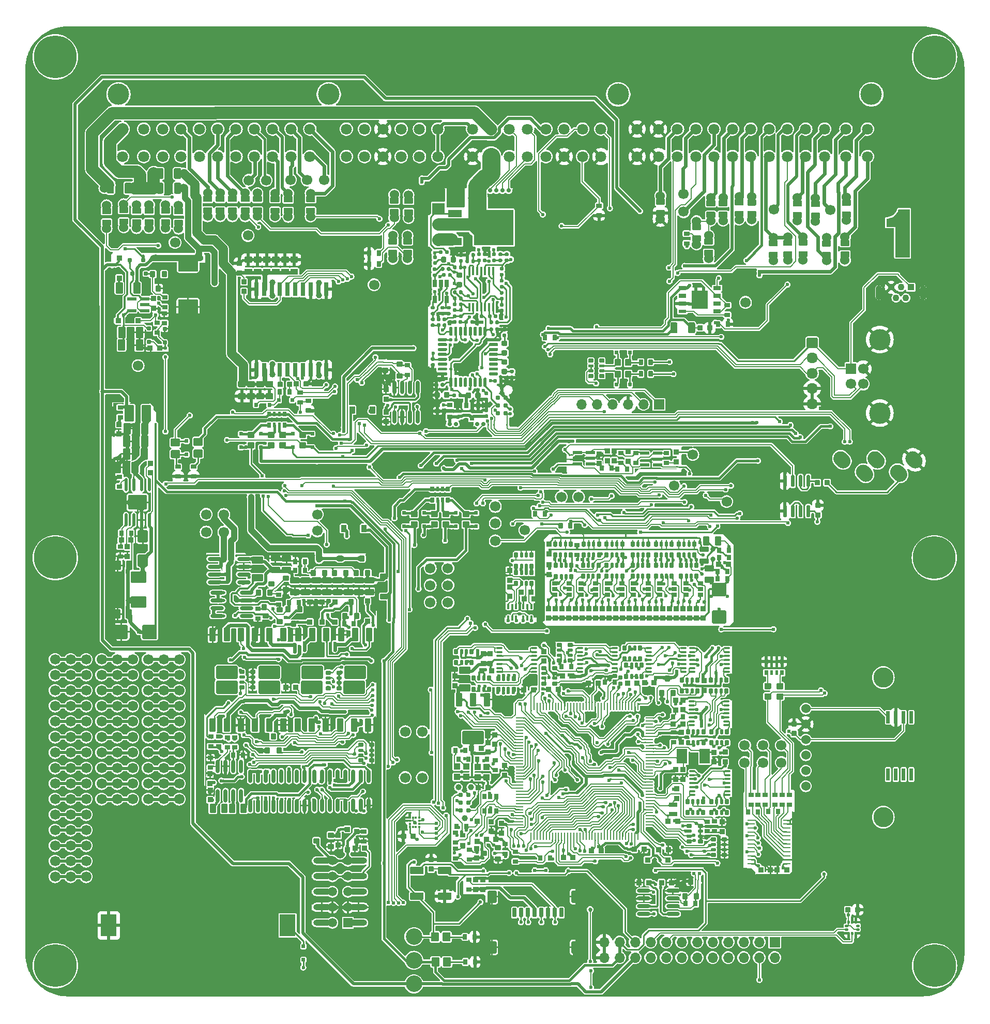
<source format=gtl>
G75*
G70*
%OFA0B0*%
%FSLAX25Y25*%
%IPPOS*%
%LPD*%
%AMOC8*
5,1,8,0,0,1.08239X$1,22.5*
%
%AMM145*
21,1,0.027560,0.030710,-0.000000,0.000000,180.000000*
21,1,0.022050,0.036220,-0.000000,0.000000,180.000000*
1,1,0.005510,-0.011020,0.015350*
1,1,0.005510,0.011020,0.015350*
1,1,0.005510,0.011020,-0.015350*
1,1,0.005510,-0.011020,-0.015350*
%
%AMM150*
21,1,0.033470,0.026770,-0.000000,0.000000,0.000000*
21,1,0.026770,0.033470,-0.000000,0.000000,0.000000*
1,1,0.006690,0.013390,-0.013390*
1,1,0.006690,-0.013390,-0.013390*
1,1,0.006690,-0.013390,0.013390*
1,1,0.006690,0.013390,0.013390*
%
%AMM151*
21,1,0.027560,0.030710,-0.000000,0.000000,90.000000*
21,1,0.022050,0.036220,-0.000000,0.000000,90.000000*
1,1,0.005510,0.015350,0.011020*
1,1,0.005510,0.015350,-0.011020*
1,1,0.005510,-0.015350,-0.011020*
1,1,0.005510,-0.015350,0.011020*
%
%AMM152*
21,1,0.039370,0.049210,-0.000000,0.000000,180.000000*
21,1,0.031500,0.057090,-0.000000,0.000000,180.000000*
1,1,0.007870,-0.015750,0.024610*
1,1,0.007870,0.015750,0.024610*
1,1,0.007870,0.015750,-0.024610*
1,1,0.007870,-0.015750,-0.024610*
%
%AMM153*
21,1,0.033470,0.026770,-0.000000,0.000000,270.000000*
21,1,0.026770,0.033470,-0.000000,0.000000,270.000000*
1,1,0.006690,-0.013390,-0.013390*
1,1,0.006690,-0.013390,0.013390*
1,1,0.006690,0.013390,0.013390*
1,1,0.006690,0.013390,-0.013390*
%
%AMM172*
21,1,0.035430,0.050000,-0.000000,-0.000000,90.000000*
21,1,0.028350,0.057090,-0.000000,-0.000000,90.000000*
1,1,0.007090,0.025000,0.014170*
1,1,0.007090,0.025000,-0.014170*
1,1,0.007090,-0.025000,-0.014170*
1,1,0.007090,-0.025000,0.014170*
%
%AMM173*
21,1,0.086610,0.073230,-0.000000,-0.000000,90.000000*
21,1,0.069290,0.090550,-0.000000,-0.000000,90.000000*
1,1,0.017320,0.036610,0.034650*
1,1,0.017320,0.036610,-0.034650*
1,1,0.017320,-0.036610,-0.034650*
1,1,0.017320,-0.036610,0.034650*
%
%AMM174*
21,1,0.027560,0.030710,-0.000000,-0.000000,270.000000*
21,1,0.022050,0.036220,-0.000000,-0.000000,270.000000*
1,1,0.005510,-0.015350,-0.011020*
1,1,0.005510,-0.015350,0.011020*
1,1,0.005510,0.015350,0.011020*
1,1,0.005510,0.015350,-0.011020*
%
%AMM175*
21,1,0.039370,0.049210,-0.000000,-0.000000,0.000000*
21,1,0.031500,0.057090,-0.000000,-0.000000,0.000000*
1,1,0.007870,0.015750,-0.024610*
1,1,0.007870,-0.015750,-0.024610*
1,1,0.007870,-0.015750,0.024610*
1,1,0.007870,0.015750,0.024610*
%
%AMM176*
21,1,0.023620,0.030710,-0.000000,-0.000000,270.000000*
21,1,0.018900,0.035430,-0.000000,-0.000000,270.000000*
1,1,0.004720,-0.015350,-0.009450*
1,1,0.004720,-0.015350,0.009450*
1,1,0.004720,0.015350,0.009450*
1,1,0.004720,0.015350,-0.009450*
%
%AMM177*
21,1,0.025590,0.026380,-0.000000,-0.000000,180.000000*
21,1,0.020470,0.031500,-0.000000,-0.000000,180.000000*
1,1,0.005120,-0.010240,0.013190*
1,1,0.005120,0.010240,0.013190*
1,1,0.005120,0.010240,-0.013190*
1,1,0.005120,-0.010240,-0.013190*
%
%AMM178*
21,1,0.017720,0.027950,-0.000000,-0.000000,180.000000*
21,1,0.014170,0.031500,-0.000000,-0.000000,180.000000*
1,1,0.003540,-0.007090,0.013980*
1,1,0.003540,0.007090,0.013980*
1,1,0.003540,0.007090,-0.013980*
1,1,0.003540,-0.007090,-0.013980*
%
%AMM179*
21,1,0.033470,0.026770,-0.000000,-0.000000,90.000000*
21,1,0.026770,0.033470,-0.000000,-0.000000,90.000000*
1,1,0.006690,0.013390,0.013390*
1,1,0.006690,0.013390,-0.013390*
1,1,0.006690,-0.013390,-0.013390*
1,1,0.006690,-0.013390,0.013390*
%
%AMM180*
21,1,0.027560,0.030710,-0.000000,-0.000000,180.000000*
21,1,0.022050,0.036220,-0.000000,-0.000000,180.000000*
1,1,0.005510,-0.011020,0.015350*
1,1,0.005510,0.011020,0.015350*
1,1,0.005510,0.011020,-0.015350*
1,1,0.005510,-0.011020,-0.015350*
%
%AMM181*
21,1,0.039370,0.049210,-0.000000,-0.000000,270.000000*
21,1,0.031500,0.057090,-0.000000,-0.000000,270.000000*
1,1,0.007870,-0.024610,-0.015750*
1,1,0.007870,-0.024610,0.015750*
1,1,0.007870,0.024610,0.015750*
1,1,0.007870,0.024610,-0.015750*
%
%AMM182*
21,1,0.033470,0.026770,-0.000000,-0.000000,0.000000*
21,1,0.026770,0.033470,-0.000000,-0.000000,0.000000*
1,1,0.006690,0.013390,-0.013390*
1,1,0.006690,-0.013390,-0.013390*
1,1,0.006690,-0.013390,0.013390*
1,1,0.006690,0.013390,0.013390*
%
%AMM183*
21,1,0.007870,0.503940,-0.000000,-0.000000,0.000000*
21,1,0.000000,0.511810,-0.000000,-0.000000,0.000000*
1,1,0.007870,-0.000000,-0.251970*
1,1,0.007870,-0.000000,-0.251970*
1,1,0.007870,-0.000000,0.251970*
1,1,0.007870,-0.000000,0.251970*
%
%AMM184*
21,1,0.009840,0.919290,-0.000000,-0.000000,90.000000*
21,1,0.000000,0.929130,-0.000000,-0.000000,90.000000*
1,1,0.009840,0.459650,-0.000000*
1,1,0.009840,0.459650,-0.000000*
1,1,0.009840,-0.459650,-0.000000*
1,1,0.009840,-0.459650,-0.000000*
%
%AMM185*
21,1,0.007870,0.041340,-0.000000,-0.000000,180.000000*
21,1,0.000000,0.049210,-0.000000,-0.000000,180.000000*
1,1,0.007870,-0.000000,0.020670*
1,1,0.007870,-0.000000,0.020670*
1,1,0.007870,-0.000000,-0.020670*
1,1,0.007870,-0.000000,-0.020670*
%
%AMM206*
21,1,0.033470,0.026770,-0.000000,-0.000000,180.000000*
21,1,0.026770,0.033470,-0.000000,-0.000000,180.000000*
1,1,0.006690,-0.013390,0.013390*
1,1,0.006690,0.013390,0.013390*
1,1,0.006690,0.013390,-0.013390*
1,1,0.006690,-0.013390,-0.013390*
%
%AMM207*
21,1,0.027560,0.030710,-0.000000,-0.000000,90.000000*
21,1,0.022050,0.036220,-0.000000,-0.000000,90.000000*
1,1,0.005510,0.015350,0.011020*
1,1,0.005510,0.015350,-0.011020*
1,1,0.005510,-0.015350,-0.011020*
1,1,0.005510,-0.015350,0.011020*
%
%AMM208*
21,1,0.015750,0.009840,-0.000000,-0.000000,225.000000*
1,1,0.009840,0.005570,0.005570*
1,1,0.009840,-0.005570,-0.005570*
%
%AMM211*
21,1,0.070870,0.036220,-0.000000,0.000000,90.000000*
21,1,0.061810,0.045280,-0.000000,0.000000,90.000000*
1,1,0.009060,0.018110,0.030910*
1,1,0.009060,0.018110,-0.030910*
1,1,0.009060,-0.018110,-0.030910*
1,1,0.009060,-0.018110,0.030910*
%
%AMM212*
21,1,0.033470,0.026770,-0.000000,0.000000,180.000000*
21,1,0.026770,0.033470,-0.000000,0.000000,180.000000*
1,1,0.006690,-0.013390,0.013390*
1,1,0.006690,0.013390,0.013390*
1,1,0.006690,0.013390,-0.013390*
1,1,0.006690,-0.013390,-0.013390*
%
%AMM213*
21,1,0.027560,0.030710,-0.000000,0.000000,270.000000*
21,1,0.022050,0.036220,-0.000000,0.000000,270.000000*
1,1,0.005510,-0.015350,-0.011020*
1,1,0.005510,-0.015350,0.011020*
1,1,0.005510,0.015350,0.011020*
1,1,0.005510,0.015350,-0.011020*
%
%AMM258*
21,1,0.070870,0.036220,-0.000000,-0.000000,180.000000*
21,1,0.061810,0.045280,-0.000000,-0.000000,180.000000*
1,1,0.009060,-0.030910,0.018110*
1,1,0.009060,0.030910,0.018110*
1,1,0.009060,0.030910,-0.018110*
1,1,0.009060,-0.030910,-0.018110*
%
%AMM259*
21,1,0.033470,0.026770,-0.000000,-0.000000,270.000000*
21,1,0.026770,0.033470,-0.000000,-0.000000,270.000000*
1,1,0.006690,-0.013390,-0.013390*
1,1,0.006690,-0.013390,0.013390*
1,1,0.006690,0.013390,0.013390*
1,1,0.006690,0.013390,-0.013390*
%
%AMM260*
21,1,0.027560,0.030710,-0.000000,-0.000000,0.000000*
21,1,0.022050,0.036220,-0.000000,-0.000000,0.000000*
1,1,0.005510,0.011020,-0.015350*
1,1,0.005510,-0.011020,-0.015350*
1,1,0.005510,-0.011020,0.015350*
1,1,0.005510,0.011020,0.015350*
%
%AMM261*
21,1,0.023620,0.030710,-0.000000,-0.000000,0.000000*
21,1,0.018900,0.035430,-0.000000,-0.000000,0.000000*
1,1,0.004720,0.009450,-0.015350*
1,1,0.004720,-0.009450,-0.015350*
1,1,0.004720,-0.009450,0.015350*
1,1,0.004720,0.009450,0.015350*
%
%AMM262*
21,1,0.027560,0.018900,-0.000000,-0.000000,0.000000*
21,1,0.022840,0.023620,-0.000000,-0.000000,0.000000*
1,1,0.004720,0.011420,-0.009450*
1,1,0.004720,-0.011420,-0.009450*
1,1,0.004720,-0.011420,0.009450*
1,1,0.004720,0.011420,0.009450*
%
%AMM263*
21,1,0.137800,0.067720,-0.000000,-0.000000,180.000000*
21,1,0.120870,0.084650,-0.000000,-0.000000,180.000000*
1,1,0.016930,-0.060430,0.033860*
1,1,0.016930,0.060430,0.033860*
1,1,0.016930,0.060430,-0.033860*
1,1,0.016930,-0.060430,-0.033860*
%
%AMM264*
21,1,0.043310,0.075980,-0.000000,-0.000000,180.000000*
21,1,0.034650,0.084650,-0.000000,-0.000000,180.000000*
1,1,0.008660,-0.017320,0.037990*
1,1,0.008660,0.017320,0.037990*
1,1,0.008660,0.017320,-0.037990*
1,1,0.008660,-0.017320,-0.037990*
%
%AMM265*
21,1,0.043310,0.075990,-0.000000,-0.000000,180.000000*
21,1,0.034650,0.084650,-0.000000,-0.000000,180.000000*
1,1,0.008660,-0.017320,0.037990*
1,1,0.008660,0.017320,0.037990*
1,1,0.008660,0.017320,-0.037990*
1,1,0.008660,-0.017320,-0.037990*
%
%AMM266*
21,1,0.039370,0.035430,-0.000000,-0.000000,90.000000*
21,1,0.031500,0.043310,-0.000000,-0.000000,90.000000*
1,1,0.007870,0.017720,0.015750*
1,1,0.007870,0.017720,-0.015750*
1,1,0.007870,-0.017720,-0.015750*
1,1,0.007870,-0.017720,0.015750*
%
%AMM267*
21,1,0.035430,0.030320,-0.000000,-0.000000,90.000000*
21,1,0.028350,0.037400,-0.000000,-0.000000,90.000000*
1,1,0.007090,0.015160,0.014170*
1,1,0.007090,0.015160,-0.014170*
1,1,0.007090,-0.015160,-0.014170*
1,1,0.007090,-0.015160,0.014170*
%
%AMM268*
21,1,0.035830,0.026770,-0.000000,-0.000000,90.000000*
21,1,0.029130,0.033470,-0.000000,-0.000000,90.000000*
1,1,0.006690,0.013390,0.014570*
1,1,0.006690,0.013390,-0.014570*
1,1,0.006690,-0.013390,-0.014570*
1,1,0.006690,-0.013390,0.014570*
%
%AMM269*
21,1,0.035430,0.030320,-0.000000,-0.000000,0.000000*
21,1,0.028350,0.037400,-0.000000,-0.000000,0.000000*
1,1,0.007090,0.014170,-0.015160*
1,1,0.007090,-0.014170,-0.015160*
1,1,0.007090,-0.014170,0.015160*
1,1,0.007090,0.014170,0.015160*
%
%AMM270*
21,1,0.025590,0.026380,-0.000000,-0.000000,90.000000*
21,1,0.020470,0.031500,-0.000000,-0.000000,90.000000*
1,1,0.005120,0.013190,0.010240*
1,1,0.005120,0.013190,-0.010240*
1,1,0.005120,-0.013190,-0.010240*
1,1,0.005120,-0.013190,0.010240*
%
%AMM271*
21,1,0.017720,0.027950,-0.000000,-0.000000,90.000000*
21,1,0.014170,0.031500,-0.000000,-0.000000,90.000000*
1,1,0.003540,0.013980,0.007090*
1,1,0.003540,0.013980,-0.007090*
1,1,0.003540,-0.013980,-0.007090*
1,1,0.003540,-0.013980,0.007090*
%
%AMM272*
21,1,0.027560,0.049610,-0.000000,-0.000000,90.000000*
21,1,0.022050,0.055120,-0.000000,-0.000000,90.000000*
1,1,0.005510,0.024800,0.011020*
1,1,0.005510,0.024800,-0.011020*
1,1,0.005510,-0.024800,-0.011020*
1,1,0.005510,-0.024800,0.011020*
%
%AMM273*
21,1,0.035830,0.026770,-0.000000,-0.000000,0.000000*
21,1,0.029130,0.033470,-0.000000,-0.000000,0.000000*
1,1,0.006690,0.014570,-0.013390*
1,1,0.006690,-0.014570,-0.013390*
1,1,0.006690,-0.014570,0.013390*
1,1,0.006690,0.014570,0.013390*
%
%AMM274*
21,1,0.007870,0.029130,-0.000000,-0.000000,45.000000*
21,1,0.000000,0.037010,-0.000000,-0.000000,45.000000*
1,1,0.007870,0.010300,-0.010300*
1,1,0.007870,0.010300,-0.010300*
1,1,0.007870,-0.010300,0.010300*
1,1,0.007870,-0.010300,0.010300*
%
%AMM275*
21,1,0.007870,0.014960,-0.000000,-0.000000,315.000000*
21,1,0.000000,0.022840,-0.000000,-0.000000,315.000000*
1,1,0.007870,-0.005290,-0.005290*
1,1,0.007870,-0.005290,-0.005290*
1,1,0.007870,0.005290,0.005290*
1,1,0.007870,0.005290,0.005290*
%
%AMM276*
21,1,0.007870,0.013780,-0.000000,-0.000000,225.000000*
21,1,0.000000,0.021650,-0.000000,-0.000000,225.000000*
1,1,0.007870,-0.004870,0.004870*
1,1,0.007870,-0.004870,0.004870*
1,1,0.007870,0.004870,-0.004870*
1,1,0.007870,0.004870,-0.004870*
%
%AMM277*
21,1,0.007870,0.039370,-0.000000,-0.000000,225.000000*
21,1,0.000000,0.047240,-0.000000,-0.000000,225.000000*
1,1,0.007870,-0.013920,0.013920*
1,1,0.007870,-0.013920,0.013920*
1,1,0.007870,0.013920,-0.013920*
1,1,0.007870,0.013920,-0.013920*
%
%AMM278*
21,1,0.007870,0.055120,-0.000000,-0.000000,90.000000*
21,1,0.000000,0.062990,-0.000000,-0.000000,90.000000*
1,1,0.007870,0.027560,-0.000000*
1,1,0.007870,0.027560,-0.000000*
1,1,0.007870,-0.027560,-0.000000*
1,1,0.007870,-0.027560,-0.000000*
%
%AMM279*
21,1,0.007870,0.023620,-0.000000,-0.000000,135.000000*
21,1,0.000000,0.031500,-0.000000,-0.000000,135.000000*
1,1,0.007870,0.008350,0.008350*
1,1,0.007870,0.008350,0.008350*
1,1,0.007870,-0.008350,-0.008350*
1,1,0.007870,-0.008350,-0.008350*
%
%AMM280*
21,1,0.007870,1.704720,-0.000000,-0.000000,90.000000*
21,1,0.000000,1.712600,-0.000000,-0.000000,90.000000*
1,1,0.007870,0.852360,-0.000000*
1,1,0.007870,0.852360,-0.000000*
1,1,0.007870,-0.852360,-0.000000*
1,1,0.007870,-0.852360,-0.000000*
%
%AMM281*
21,1,0.007870,1.405510,-0.000000,-0.000000,0.000000*
21,1,0.000000,1.413390,-0.000000,-0.000000,0.000000*
1,1,0.007870,-0.000000,-0.702760*
1,1,0.007870,-0.000000,-0.702760*
1,1,0.007870,-0.000000,0.702760*
1,1,0.007870,-0.000000,0.702760*
%
%AMM282*
21,1,0.007870,1.787400,-0.000000,-0.000000,90.000000*
21,1,0.000000,1.795280,-0.000000,-0.000000,90.000000*
1,1,0.007870,0.893700,-0.000000*
1,1,0.007870,0.893700,-0.000000*
1,1,0.007870,-0.893700,-0.000000*
1,1,0.007870,-0.893700,-0.000000*
%
%AMM283*
21,1,0.007870,1.416930,-0.000000,-0.000000,0.000000*
21,1,0.000000,1.424800,-0.000000,-0.000000,0.000000*
1,1,0.007870,-0.000000,-0.708470*
1,1,0.007870,-0.000000,-0.708470*
1,1,0.007870,-0.000000,0.708470*
1,1,0.007870,-0.000000,0.708470*
%
%AMM284*
21,1,0.009840,0.017720,-0.000000,-0.000000,0.000000*
21,1,0.000000,0.027560,-0.000000,-0.000000,0.000000*
1,1,0.009840,-0.000000,-0.008860*
1,1,0.009840,-0.000000,-0.008860*
1,1,0.009840,-0.000000,0.008860*
1,1,0.009840,-0.000000,0.008860*
%
%AMM305*
21,1,0.035430,0.030320,-0.000000,0.000000,90.000000*
21,1,0.028350,0.037400,-0.000000,0.000000,90.000000*
1,1,0.007090,0.015160,0.014170*
1,1,0.007090,0.015160,-0.014170*
1,1,0.007090,-0.015160,-0.014170*
1,1,0.007090,-0.015160,0.014170*
%
%AMM309*
21,1,0.025590,0.026380,-0.000000,0.000000,180.000000*
21,1,0.020470,0.031500,-0.000000,0.000000,180.000000*
1,1,0.005120,-0.010240,0.013190*
1,1,0.005120,0.010240,0.013190*
1,1,0.005120,0.010240,-0.013190*
1,1,0.005120,-0.010240,-0.013190*
%
%AMM31*
21,1,0.027560,0.030710,0.000000,0.000000,270.000000*
21,1,0.022050,0.036220,0.000000,0.000000,270.000000*
1,1,0.005510,-0.015350,-0.011020*
1,1,0.005510,-0.015350,0.011020*
1,1,0.005510,0.015350,0.011020*
1,1,0.005510,0.015350,-0.011020*
%
%AMM310*
21,1,0.017720,0.027950,-0.000000,0.000000,180.000000*
21,1,0.014170,0.031500,-0.000000,0.000000,180.000000*
1,1,0.003540,-0.007090,0.013980*
1,1,0.003540,0.007090,0.013980*
1,1,0.003540,0.007090,-0.013980*
1,1,0.003540,-0.007090,-0.013980*
%
%AMM311*
21,1,0.035830,0.026770,-0.000000,0.000000,180.000000*
21,1,0.029130,0.033470,-0.000000,0.000000,180.000000*
1,1,0.006690,-0.014570,0.013390*
1,1,0.006690,0.014570,0.013390*
1,1,0.006690,0.014570,-0.013390*
1,1,0.006690,-0.014570,-0.013390*
%
%AMM323*
21,1,0.035430,0.030320,-0.000000,-0.000000,180.000000*
21,1,0.028350,0.037400,-0.000000,-0.000000,180.000000*
1,1,0.007090,-0.014170,0.015160*
1,1,0.007090,0.014170,0.015160*
1,1,0.007090,0.014170,-0.015160*
1,1,0.007090,-0.014170,-0.015160*
%
%AMM324*
21,1,0.043310,0.075980,-0.000000,-0.000000,0.000000*
21,1,0.034650,0.084650,-0.000000,-0.000000,0.000000*
1,1,0.008660,0.017320,-0.037990*
1,1,0.008660,-0.017320,-0.037990*
1,1,0.008660,-0.017320,0.037990*
1,1,0.008660,0.017320,0.037990*
%
%AMM325*
21,1,0.043310,0.075990,-0.000000,-0.000000,0.000000*
21,1,0.034650,0.084650,-0.000000,-0.000000,0.000000*
1,1,0.008660,0.017320,-0.037990*
1,1,0.008660,-0.017320,-0.037990*
1,1,0.008660,-0.017320,0.037990*
1,1,0.008660,0.017320,0.037990*
%
%AMM326*
21,1,0.137800,0.067720,-0.000000,-0.000000,0.000000*
21,1,0.120870,0.084650,-0.000000,-0.000000,0.000000*
1,1,0.016930,0.060430,-0.033860*
1,1,0.016930,-0.060430,-0.033860*
1,1,0.016930,-0.060430,0.033860*
1,1,0.016930,0.060430,0.033860*
%
%AMM327*
21,1,0.025590,0.026380,-0.000000,-0.000000,270.000000*
21,1,0.020470,0.031500,-0.000000,-0.000000,270.000000*
1,1,0.005120,-0.013190,-0.010240*
1,1,0.005120,-0.013190,0.010240*
1,1,0.005120,0.013190,0.010240*
1,1,0.005120,0.013190,-0.010240*
%
%AMM328*
21,1,0.017720,0.027950,-0.000000,-0.000000,270.000000*
21,1,0.014170,0.031500,-0.000000,-0.000000,270.000000*
1,1,0.003540,-0.013980,-0.007090*
1,1,0.003540,-0.013980,0.007090*
1,1,0.003540,0.013980,0.007090*
1,1,0.003540,0.013980,-0.007090*
%
%AMM329*
21,1,0.035830,0.026770,-0.000000,-0.000000,270.000000*
21,1,0.029130,0.033470,-0.000000,-0.000000,270.000000*
1,1,0.006690,-0.013390,-0.014570*
1,1,0.006690,-0.013390,0.014570*
1,1,0.006690,0.013390,0.014570*
1,1,0.006690,0.013390,-0.014570*
%
%AMM330*
21,1,0.003940,0.007870,-0.000000,-0.000000,315.000000*
1,1,0.007870,-0.001390,0.001390*
1,1,0.007870,0.001390,-0.001390*
%
%AMM331*
21,1,0.087800,0.007870,-0.000000,-0.000000,225.000000*
1,1,0.007870,0.031040,0.031040*
1,1,0.007870,-0.031040,-0.031040*
%
%AMM332*
21,1,0.031500,0.007870,-0.000000,-0.000000,135.000000*
1,1,0.007870,0.011140,-0.011140*
1,1,0.007870,-0.011140,0.011140*
%
%AMM341*
21,1,0.012600,0.028980,-0.000000,0.000000,0.000000*
21,1,0.010080,0.031500,-0.000000,0.000000,0.000000*
1,1,0.002520,0.005040,-0.014490*
1,1,0.002520,-0.005040,-0.014490*
1,1,0.002520,-0.005040,0.014490*
1,1,0.002520,0.005040,0.014490*
%
%AMM343*
21,1,0.035830,0.026770,-0.000000,0.000000,90.000000*
21,1,0.029130,0.033470,-0.000000,0.000000,90.000000*
1,1,0.006690,0.013390,0.014570*
1,1,0.006690,0.013390,-0.014570*
1,1,0.006690,-0.013390,-0.014570*
1,1,0.006690,-0.013390,0.014570*
%
%AMM344*
21,1,0.007870,0.640160,-0.000000,0.000000,0.000000*
21,1,0.000000,0.648030,-0.000000,0.000000,0.000000*
1,1,0.007870,-0.000000,-0.320080*
1,1,0.007870,-0.000000,-0.320080*
1,1,0.007870,-0.000000,0.320080*
1,1,0.007870,-0.000000,0.320080*
%
%AMM345*
21,1,0.007870,0.400390,-0.000000,0.000000,90.000000*
21,1,0.000000,0.408270,-0.000000,0.000000,90.000000*
1,1,0.007870,0.200200,0.000000*
1,1,0.007870,0.200200,0.000000*
1,1,0.007870,-0.200200,0.000000*
1,1,0.007870,-0.200200,0.000000*
%
%AMM346*
21,1,0.007870,0.080320,-0.000000,0.000000,315.000000*
21,1,0.000000,0.088190,-0.000000,0.000000,315.000000*
1,1,0.007870,-0.028400,-0.028400*
1,1,0.007870,-0.028400,-0.028400*
1,1,0.007870,0.028400,0.028400*
1,1,0.007870,0.028400,0.028400*
%
%AMM347*
21,1,0.007870,0.287010,-0.000000,0.000000,270.000000*
21,1,0.000000,0.294880,-0.000000,0.000000,270.000000*
1,1,0.007870,-0.143500,0.000000*
1,1,0.007870,-0.143500,0.000000*
1,1,0.007870,0.143500,0.000000*
1,1,0.007870,0.143500,0.000000*
%
%AMM348*
21,1,0.007870,0.078350,-0.000000,0.000000,225.000000*
21,1,0.000000,0.086220,-0.000000,0.000000,225.000000*
1,1,0.007870,-0.027700,0.027700*
1,1,0.007870,-0.027700,0.027700*
1,1,0.007870,0.027700,-0.027700*
1,1,0.007870,0.027700,-0.027700*
%
%AMM349*
21,1,0.007870,0.643700,-0.000000,0.000000,0.000000*
21,1,0.000000,0.651580,-0.000000,0.000000,0.000000*
1,1,0.007870,-0.000000,-0.321850*
1,1,0.007870,-0.000000,-0.321850*
1,1,0.007870,-0.000000,0.321850*
1,1,0.007870,-0.000000,0.321850*
%
%AMM355*
21,1,0.035430,0.030320,0.000000,-0.000000,90.000000*
21,1,0.028350,0.037400,0.000000,-0.000000,90.000000*
1,1,0.007090,0.015160,0.014170*
1,1,0.007090,0.015160,-0.014170*
1,1,0.007090,-0.015160,-0.014170*
1,1,0.007090,-0.015160,0.014170*
%
%AMM356*
21,1,0.033470,0.026770,0.000000,-0.000000,270.000000*
21,1,0.026770,0.033470,0.000000,-0.000000,270.000000*
1,1,0.006690,-0.013390,-0.013390*
1,1,0.006690,-0.013390,0.013390*
1,1,0.006690,0.013390,0.013390*
1,1,0.006690,0.013390,-0.013390*
%
%AMM357*
21,1,0.027560,0.030710,0.000000,-0.000000,90.000000*
21,1,0.022050,0.036220,0.000000,-0.000000,90.000000*
1,1,0.005510,0.015350,0.011020*
1,1,0.005510,0.015350,-0.011020*
1,1,0.005510,-0.015350,-0.011020*
1,1,0.005510,-0.015350,0.011020*
%
%AMM36*
21,1,0.033470,0.026770,0.000000,0.000000,90.000000*
21,1,0.026770,0.033470,0.000000,0.000000,90.000000*
1,1,0.006690,0.013390,0.013390*
1,1,0.006690,0.013390,-0.013390*
1,1,0.006690,-0.013390,-0.013390*
1,1,0.006690,-0.013390,0.013390*
%
%AMM363*
21,1,0.021650,0.052760,-0.000000,-0.000000,90.000000*
21,1,0.017320,0.057090,-0.000000,-0.000000,90.000000*
1,1,0.004330,0.026380,0.008660*
1,1,0.004330,0.026380,-0.008660*
1,1,0.004330,-0.026380,-0.008660*
1,1,0.004330,-0.026380,0.008660*
%
%AMM365*
21,1,0.035430,0.030320,-0.000000,0.000000,180.000000*
21,1,0.028350,0.037400,-0.000000,0.000000,180.000000*
1,1,0.007090,-0.014170,0.015160*
1,1,0.007090,0.014170,0.015160*
1,1,0.007090,0.014170,-0.015160*
1,1,0.007090,-0.014170,-0.015160*
%
%AMM366*
21,1,0.021650,0.052760,-0.000000,0.000000,90.000000*
21,1,0.017320,0.057090,-0.000000,0.000000,90.000000*
1,1,0.004330,0.026380,0.008660*
1,1,0.004330,0.026380,-0.008660*
1,1,0.004330,-0.026380,-0.008660*
1,1,0.004330,-0.026380,0.008660*
%
%AMM367*
21,1,0.094490,0.111020,-0.000000,0.000000,270.000000*
21,1,0.075590,0.129920,-0.000000,0.000000,270.000000*
1,1,0.018900,-0.055510,-0.037800*
1,1,0.018900,-0.055510,0.037800*
1,1,0.018900,0.055510,0.037800*
1,1,0.018900,0.055510,-0.037800*
%
%AMM368*
21,1,0.023620,0.018900,-0.000000,0.000000,0.000000*
21,1,0.018900,0.023620,-0.000000,0.000000,0.000000*
1,1,0.004720,0.009450,-0.009450*
1,1,0.004720,-0.009450,-0.009450*
1,1,0.004720,-0.009450,0.009450*
1,1,0.004720,0.009450,0.009450*
%
%AMM369*
21,1,0.023620,0.018900,-0.000000,0.000000,270.000000*
21,1,0.018900,0.023620,-0.000000,0.000000,270.000000*
1,1,0.004720,-0.009450,-0.009450*
1,1,0.004720,-0.009450,0.009450*
1,1,0.004720,0.009450,0.009450*
1,1,0.004720,0.009450,-0.009450*
%
%AMM370*
21,1,0.047240,0.015750,-0.000000,0.000000,225.000000*
1,1,0.015750,0.016700,0.016700*
1,1,0.015750,-0.016700,-0.016700*
%
%AMM376*
21,1,0.106300,0.050390,-0.000000,0.000000,90.000000*
21,1,0.093700,0.062990,-0.000000,0.000000,90.000000*
1,1,0.012600,0.025200,0.046850*
1,1,0.012600,0.025200,-0.046850*
1,1,0.012600,-0.025200,-0.046850*
1,1,0.012600,-0.025200,0.046850*
%
%AMM377*
21,1,0.074800,0.083460,-0.000000,0.000000,270.000000*
21,1,0.059840,0.098430,-0.000000,0.000000,270.000000*
1,1,0.014960,-0.041730,-0.029920*
1,1,0.014960,-0.041730,0.029920*
1,1,0.014960,0.041730,0.029920*
1,1,0.014960,0.041730,-0.029920*
%
%AMM378*
21,1,0.122050,0.075590,-0.000000,0.000000,0.000000*
21,1,0.103150,0.094490,-0.000000,0.000000,0.000000*
1,1,0.018900,0.051580,-0.037800*
1,1,0.018900,-0.051580,-0.037800*
1,1,0.018900,-0.051580,0.037800*
1,1,0.018900,0.051580,0.037800*
%
%AMM379*
21,1,0.078740,0.053540,-0.000000,0.000000,270.000000*
21,1,0.065350,0.066930,-0.000000,0.000000,270.000000*
1,1,0.013390,-0.026770,-0.032680*
1,1,0.013390,-0.026770,0.032680*
1,1,0.013390,0.026770,0.032680*
1,1,0.013390,0.026770,-0.032680*
%
%AMM380*
21,1,0.070870,0.036220,-0.000000,0.000000,270.000000*
21,1,0.061810,0.045280,-0.000000,0.000000,270.000000*
1,1,0.009060,-0.018110,-0.030910*
1,1,0.009060,-0.018110,0.030910*
1,1,0.009060,0.018110,0.030910*
1,1,0.009060,0.018110,-0.030910*
%
%AMM381*
21,1,0.086610,0.073230,-0.000000,0.000000,180.000000*
21,1,0.069290,0.090550,-0.000000,0.000000,180.000000*
1,1,0.017320,-0.034650,0.036610*
1,1,0.017320,0.034650,0.036610*
1,1,0.017320,0.034650,-0.036610*
1,1,0.017320,-0.034650,-0.036610*
%
%AMM82*
21,1,0.078740,0.045670,0.000000,0.000000,270.000000*
21,1,0.067320,0.057090,0.000000,0.000000,270.000000*
1,1,0.011420,-0.022840,-0.033660*
1,1,0.011420,-0.022840,0.033660*
1,1,0.011420,0.022840,0.033660*
1,1,0.011420,0.022840,-0.033660*
%
%AMM83*
21,1,0.059060,0.020470,0.000000,0.000000,270.000000*
21,1,0.053940,0.025590,0.000000,0.000000,270.000000*
1,1,0.005120,-0.010240,-0.026970*
1,1,0.005120,-0.010240,0.026970*
1,1,0.005120,0.010240,0.026970*
1,1,0.005120,0.010240,-0.026970*
%
%ADD10C,0.00394*%
%ADD100C,0.00800*%
%ADD101C,0.01969*%
%ADD102C,0.03150*%
%ADD107C,0.00984*%
%ADD11O,0.01969X0.44882*%
%ADD110C,0.01181*%
%ADD12O,0.68504X0.01575*%
%ADD13O,0.56890X0.01969*%
%ADD14O,0.01969X0.11811*%
%ADD15O,0.04724X0.01969*%
%ADD158C,0.01968*%
%ADD16O,0.01969X0.50000*%
%ADD164O,0.04961X0.00984*%
%ADD166M31*%
%ADD168O,0.00984X0.40158*%
%ADD17C,0.02362*%
%ADD175M36*%
%ADD178O,0.05118X0.00866*%
%ADD179O,0.00866X0.05118*%
%ADD18O,0.01969X0.00984*%
%ADD184O,0.04331X0.01181*%
%ADD187R,0.06693X0.09449*%
%ADD19C,0.06000*%
%ADD20C,0.06693*%
%ADD205R,0.01968X0.01968*%
%ADD206C,0.03100*%
%ADD207C,0.03900*%
%ADD21R,0.06693X0.06693*%
%ADD22O,0.06693X0.06693*%
%ADD23C,0.10630*%
%ADD235M82*%
%ADD236M83*%
%ADD237O,0.01968X0.50000*%
%ADD238O,0.56890X0.01968*%
%ADD239O,0.01968X0.44882*%
%ADD24O,0.00787X0.14173*%
%ADD240O,0.01968X0.11811*%
%ADD241O,0.04724X0.01968*%
%ADD25O,0.00787X0.16732*%
%ADD250O,0.02362X0.08661*%
%ADD251O,0.08661X0.02362*%
%ADD256C,0.05118*%
%ADD26O,0.00787X0.56693*%
%ADD27O,0.00787X0.34744*%
%ADD276O,0.01968X0.00984*%
%ADD28O,0.06693X0.00787*%
%ADD288R,0.05906X0.05906*%
%ADD29O,1.01181X0.00787*%
%ADD297O,0.00984X0.01968*%
%ADD30O,0.44587X0.00787*%
%ADD31O,0.00787X1.01772*%
%ADD310O,0.03937X0.01968*%
%ADD32O,0.00787X0.16339*%
%ADD33O,0.03937X0.05906*%
%ADD330O,0.01968X0.03937*%
%ADD34O,0.03150X0.02362*%
%ADD346R,0.03543X0.03150*%
%ADD349R,0.03150X0.03543*%
%ADD35C,0.13780*%
%ADD36C,0.07087*%
%ADD365M145*%
%ADD37R,0.04331X0.04331*%
%ADD370M150*%
%ADD371M151*%
%ADD372M152*%
%ADD373M153*%
%ADD38C,0.04331*%
%ADD39O,0.04331X0.09449*%
%ADD392M172*%
%ADD393M173*%
%ADD394M174*%
%ADD395M175*%
%ADD396M176*%
%ADD397M177*%
%ADD398M178*%
%ADD399M179*%
%ADD40O,0.22323X0.00787*%
%ADD400M180*%
%ADD401M181*%
%ADD402M182*%
%ADD403M183*%
%ADD404M184*%
%ADD405M185*%
%ADD41O,0.00787X0.43701*%
%ADD42O,0.01575X0.38583*%
%ADD43O,0.00984X0.01969*%
%ADD430M206*%
%ADD431M207*%
%ADD432M208*%
%ADD435M211*%
%ADD436M212*%
%ADD437M213*%
%ADD44O,0.26772X0.00787*%
%ADD45C,0.13000*%
%ADD46O,0.00787X0.22323*%
%ADD47O,0.43701X0.00787*%
%ADD48O,0.38583X0.01575*%
%ADD486M258*%
%ADD487M259*%
%ADD488M260*%
%ADD489M261*%
%ADD49O,0.00787X0.26772*%
%ADD490M262*%
%ADD491M263*%
%ADD492M264*%
%ADD493M265*%
%ADD494M266*%
%ADD495M267*%
%ADD496M268*%
%ADD497M269*%
%ADD498M270*%
%ADD499M271*%
%ADD50C,0.27559*%
%ADD500M272*%
%ADD501M273*%
%ADD502M274*%
%ADD503M275*%
%ADD504M276*%
%ADD505M277*%
%ADD506M278*%
%ADD507M279*%
%ADD508M280*%
%ADD509M281*%
%ADD51R,0.01476X0.01378*%
%ADD510M282*%
%ADD511M283*%
%ADD512M284*%
%ADD52R,0.01378X0.01476*%
%ADD53R,0.10236X0.14173*%
%ADD533M305*%
%ADD537M309*%
%ADD538M310*%
%ADD539M311*%
%ADD54O,0.01969X0.03937*%
%ADD55O,0.34428X0.03937*%
%ADD56O,0.36220X0.00787*%
%ADD566M323*%
%ADD567M324*%
%ADD568M325*%
%ADD569M326*%
%ADD57O,0.01969X0.00787*%
%ADD570M327*%
%ADD571M328*%
%ADD572M329*%
%ADD573M330*%
%ADD574M331*%
%ADD575M332*%
%ADD58O,0.00787X0.25591*%
%ADD584M341*%
%ADD586O,0.11221X0.04016*%
%ADD587M343*%
%ADD588M344*%
%ADD589M345*%
%ADD59O,0.21260X0.01575*%
%ADD590M346*%
%ADD591M347*%
%ADD592M348*%
%ADD593M349*%
%ADD60O,0.00787X0.54331*%
%ADD600M355*%
%ADD601M356*%
%ADD602M357*%
%ADD608M363*%
%ADD61O,0.01575X0.35433*%
%ADD610M365*%
%ADD611M366*%
%ADD612M367*%
%ADD613M368*%
%ADD614M369*%
%ADD615O,0.34429X0.03937*%
%ADD616O,0.36221X0.00787*%
%ADD617O,0.01968X0.00787*%
%ADD618M370*%
%ADD62C,0.02756*%
%ADD625M376*%
%ADD626M377*%
%ADD627O,0.01968X0.08661*%
%ADD628M378*%
%ADD629M379*%
%ADD63C,0.11811*%
%ADD630M380*%
%ADD631M381*%
%ADD632O,0.11811X0.01968*%
%ADD633O,0.28347X0.01575*%
%ADD64R,0.11811X0.00984*%
%ADD641R,0.08661X0.04724*%
%ADD642R,0.25197X0.22835*%
%ADD643R,0.01772X0.05709*%
%ADD644R,0.02559X0.04803*%
%ADD645R,0.07874X0.07500*%
%ADD646O,0.07874X0.07500*%
%ADD65R,0.12205X0.00984*%
%ADD66R,0.08858X0.00984*%
%ADD67R,0.05709X0.00984*%
%ADD68R,0.00984X1.54528*%
%ADD69R,0.11614X0.00984*%
%ADD70R,0.03740X0.00984*%
%ADD71O,0.20079X0.00787*%
%ADD72O,0.00787X0.03740*%
%ADD73O,0.13780X0.00787*%
%ADD74R,0.05157X0.02559*%
%ADD75R,0.05157X0.02362*%
%ADD76R,0.05217X0.05906*%
%ADD77O,0.00984X0.40157*%
%ADD78O,0.22835X0.00984*%
%ADD79O,0.00787X0.01575*%
%ADD80O,0.28346X0.01575*%
%ADD81O,0.01575X1.18110*%
%ADD82O,0.01575X0.19685*%
%ADD83O,0.12205X0.00787*%
%ADD84O,0.11811X0.01969*%
%ADD85O,0.01575X1.39370*%
%ADD86R,0.03150X0.08661*%
%ADD87R,0.08000X0.20000*%
%ADD88R,0.45000X0.30000*%
%ADD89O,0.07283X0.06693*%
%ADD90C,0.02700*%
%ADD91C,0.05906*%
%ADD92C,0.02400*%
%ADD93C,0.03937*%
%ADD94C,0.00787*%
%ADD95C,0.01575*%
%ADD96C,0.01000*%
%ADD97C,0.01180*%
%ADD98C,0.02000*%
%ADD99C,0.07874*%
X0000000Y0000000D02*
%LPD*%
G01*
D10*
X0570500Y0476823D02*
X0561445Y0476823D01*
X0561445Y0496114D01*
X0561406Y0496311D01*
X0561248Y0496469D01*
X0561051Y0496508D01*
X0555539Y0496508D01*
X0555539Y0501626D01*
X0555933Y0501626D01*
X0556642Y0501705D01*
X0557469Y0501862D01*
X0558295Y0502138D01*
X0558807Y0502335D01*
X0559516Y0502689D01*
X0560185Y0503122D01*
X0560894Y0503673D01*
X0561642Y0504421D01*
X0561996Y0504894D01*
X0562429Y0505524D01*
X0562862Y0506311D01*
X0563177Y0507059D01*
X0563335Y0507532D01*
X0570500Y0507532D01*
X0570500Y0476823D01*
G36*
X0570500Y0476823D02*
G01*
X0561445Y0476823D01*
X0561445Y0496114D01*
X0561406Y0496311D01*
X0561248Y0496469D01*
X0561051Y0496508D01*
X0555539Y0496508D01*
X0555539Y0501626D01*
X0555933Y0501626D01*
X0556642Y0501705D01*
X0557469Y0501862D01*
X0558295Y0502138D01*
X0558807Y0502335D01*
X0559516Y0502689D01*
X0560185Y0503122D01*
X0560894Y0503673D01*
X0561642Y0504421D01*
X0561996Y0504894D01*
X0562429Y0505524D01*
X0562862Y0506311D01*
X0563177Y0507059D01*
X0563335Y0507532D01*
X0570500Y0507532D01*
X0570500Y0476823D01*
G37*
D11*
X0299286Y0039793D03*
D12*
X0323695Y0076358D03*
D13*
X0326727Y0017992D03*
D14*
X0354207Y0023012D03*
D15*
X0355585Y0028032D03*
D16*
X0357160Y0052097D03*
D17*
X0297120Y0070059D03*
X0303321Y0050748D03*
X0353337Y0050784D03*
X0319955Y0048110D03*
X0324581Y0048110D03*
X0333144Y0048110D03*
X0341904Y0048110D03*
D18*
X0351423Y0343184D03*
X0351423Y0346629D03*
X0351423Y0349385D03*
X0421600Y0351156D03*
X0421600Y0341708D03*
G36*
G01*
X0229613Y0473919D02*
X0229613Y0470848D01*
G75*
G02*
X0229337Y0470572I-000276J0000000D01*
G01*
X0227133Y0470572D01*
G75*
G02*
X0226857Y0470848I0000000J0000276D01*
G01*
X0226857Y0473919D01*
G75*
G02*
X0227133Y0474194I0000276J0000000D01*
G01*
X0229337Y0474194D01*
G75*
G02*
X0229613Y0473919I0000000J-000276D01*
G01*
G37*
G36*
G01*
X0223314Y0473919D02*
X0223314Y0470848D01*
G75*
G02*
X0223038Y0470572I-000276J0000000D01*
G01*
X0220833Y0470572D01*
G75*
G02*
X0220558Y0470848I0000000J0000276D01*
G01*
X0220558Y0473919D01*
G75*
G02*
X0220833Y0474194I0000276J0000000D01*
G01*
X0223038Y0474194D01*
G75*
G02*
X0223314Y0473919I0000000J-000276D01*
G01*
G37*
D19*
X0237251Y0475789D03*
G36*
G01*
X0239711Y0477580D02*
X0234790Y0477580D01*
G75*
G02*
X0234396Y0477974I0000000J0000394D01*
G01*
X0234396Y0481123D01*
G75*
G02*
X0234790Y0481517I0000394J0000000D01*
G01*
X0239711Y0481517D01*
G75*
G02*
X0240105Y0481123I0000000J-000394D01*
G01*
X0240105Y0477974D01*
G75*
G02*
X0239711Y0477580I-000394J0000000D01*
G01*
G37*
G36*
G01*
X0239711Y0485060D02*
X0234790Y0485060D01*
G75*
G02*
X0234396Y0485454I0000000J0000394D01*
G01*
X0234396Y0488604D01*
G75*
G02*
X0234790Y0488997I0000394J0000000D01*
G01*
X0239711Y0488997D01*
G75*
G02*
X0240105Y0488604I0000000J-000394D01*
G01*
X0240105Y0485454D01*
G75*
G02*
X0239711Y0485060I-000394J0000000D01*
G01*
G37*
X0237251Y0490789D03*
X0150007Y0503151D03*
G36*
G01*
X0152467Y0504942D02*
X0147546Y0504942D01*
G75*
G02*
X0147152Y0505336I0000000J0000394D01*
G01*
X0147152Y0508486D01*
G75*
G02*
X0147546Y0508879I0000394J0000000D01*
G01*
X0152467Y0508879D01*
G75*
G02*
X0152861Y0508486I0000000J-000394D01*
G01*
X0152861Y0505336D01*
G75*
G02*
X0152467Y0504942I-000394J0000000D01*
G01*
G37*
G36*
G01*
X0152467Y0512423D02*
X0147546Y0512423D01*
G75*
G02*
X0147152Y0512816I0000000J0000394D01*
G01*
X0147152Y0515966D01*
G75*
G02*
X0147546Y0516360I0000394J0000000D01*
G01*
X0152467Y0516360D01*
G75*
G02*
X0152861Y0515966I0000000J-000394D01*
G01*
X0152861Y0512816D01*
G75*
G02*
X0152467Y0512423I-000394J0000000D01*
G01*
G37*
X0150007Y0518151D03*
D20*
X0245285Y0141379D03*
X0245285Y0170915D03*
G36*
G01*
X0097283Y0343159D02*
X0100354Y0343159D01*
G75*
G02*
X0100630Y0342884I0000000J-000276D01*
G01*
X0100630Y0340679D01*
G75*
G02*
X0100354Y0340404I-000276J0000000D01*
G01*
X0097283Y0340404D01*
G75*
G02*
X0097008Y0340679I0000000J0000276D01*
G01*
X0097008Y0342884D01*
G75*
G02*
X0097283Y0343159I0000276J0000000D01*
G01*
G37*
G36*
G01*
X0097283Y0336860D02*
X0100354Y0336860D01*
G75*
G02*
X0100630Y0336585I0000000J-000276D01*
G01*
X0100630Y0334380D01*
G75*
G02*
X0100354Y0334104I-000276J0000000D01*
G01*
X0097283Y0334104D01*
G75*
G02*
X0097008Y0334380I0000000J0000276D01*
G01*
X0097008Y0336585D01*
G75*
G02*
X0097283Y0336860I0000276J0000000D01*
G01*
G37*
D21*
X0408865Y0381911D03*
D22*
X0398865Y0381911D03*
X0388865Y0381911D03*
X0378865Y0381911D03*
X0368865Y0381911D03*
X0358865Y0381911D03*
G36*
G01*
X0445597Y0432068D02*
X0445597Y0435139D01*
G75*
G02*
X0445873Y0435415I0000276J0000000D01*
G01*
X0448077Y0435415D01*
G75*
G02*
X0448353Y0435139I0000000J-000276D01*
G01*
X0448353Y0432068D01*
G75*
G02*
X0448077Y0431793I-000276J0000000D01*
G01*
X0445873Y0431793D01*
G75*
G02*
X0445597Y0432068I0000000J0000276D01*
G01*
G37*
G36*
G01*
X0451896Y0432068D02*
X0451896Y0435139D01*
G75*
G02*
X0452172Y0435415I0000276J0000000D01*
G01*
X0454377Y0435415D01*
G75*
G02*
X0454652Y0435139I0000000J-000276D01*
G01*
X0454652Y0432068D01*
G75*
G02*
X0454377Y0431793I-000276J0000000D01*
G01*
X0452172Y0431793D01*
G75*
G02*
X0451896Y0432068I0000000J0000276D01*
G01*
G37*
D20*
X0144455Y0526360D03*
D23*
X0250865Y0008410D03*
G36*
G01*
X0242507Y0102226D02*
X0242507Y0104903D01*
G75*
G02*
X0242841Y0105238I0000335J0000000D01*
G01*
X0245518Y0105238D01*
G75*
G02*
X0245853Y0104903I0000000J-000335D01*
G01*
X0245853Y0102226D01*
G75*
G02*
X0245518Y0101891I-000335J0000000D01*
G01*
X0242841Y0101891D01*
G75*
G02*
X0242507Y0102226I0000000J0000335D01*
G01*
G37*
G36*
G01*
X0248727Y0102226D02*
X0248727Y0104903D01*
G75*
G02*
X0249062Y0105238I0000335J0000000D01*
G01*
X0251739Y0105238D01*
G75*
G02*
X0252074Y0104903I0000000J-000335D01*
G01*
X0252074Y0102226D01*
G75*
G02*
X0251739Y0101891I-000335J0000000D01*
G01*
X0249062Y0101891D01*
G75*
G02*
X0248727Y0102226I0000000J0000335D01*
G01*
G37*
D20*
X0079567Y0177549D03*
X0079567Y0187549D03*
X0079567Y0197549D03*
X0079567Y0207549D03*
X0079567Y0217549D03*
X0089567Y0177549D03*
X0089567Y0187549D03*
X0089567Y0197549D03*
X0089567Y0207549D03*
X0089567Y0217549D03*
X0099567Y0177549D03*
X0099567Y0187549D03*
X0099567Y0197549D03*
X0099567Y0207549D03*
X0099567Y0217549D03*
G36*
G01*
X0176109Y0390848D02*
X0179180Y0390848D01*
G75*
G02*
X0179455Y0390572I0000000J-000276D01*
G01*
X0179455Y0388367D01*
G75*
G02*
X0179180Y0388092I-000276J0000000D01*
G01*
X0176109Y0388092D01*
G75*
G02*
X0175833Y0388367I0000000J0000276D01*
G01*
X0175833Y0390572D01*
G75*
G02*
X0176109Y0390848I0000276J0000000D01*
G01*
G37*
G36*
G01*
X0176109Y0384549D02*
X0179180Y0384549D01*
G75*
G02*
X0179455Y0384273I0000000J-000276D01*
G01*
X0179455Y0382068D01*
G75*
G02*
X0179180Y0381793I-000276J0000000D01*
G01*
X0176109Y0381793D01*
G75*
G02*
X0175833Y0382068I0000000J0000276D01*
G01*
X0175833Y0384273D01*
G75*
G02*
X0176109Y0384549I0000276J0000000D01*
G01*
G37*
X0225243Y0459037D03*
X0096857Y0486241D03*
G36*
G01*
X0428314Y0484273D02*
X0425243Y0484273D01*
G75*
G02*
X0424967Y0484549I0000000J0000276D01*
G01*
X0424967Y0486753D01*
G75*
G02*
X0425243Y0487029I0000276J0000000D01*
G01*
X0428314Y0487029D01*
G75*
G02*
X0428589Y0486753I0000000J-000276D01*
G01*
X0428589Y0484549D01*
G75*
G02*
X0428314Y0484273I-000276J0000000D01*
G01*
G37*
G36*
G01*
X0428314Y0490572D02*
X0425243Y0490572D01*
G75*
G02*
X0424967Y0490848I0000000J0000276D01*
G01*
X0424967Y0493053D01*
G75*
G02*
X0425243Y0493328I0000276J0000000D01*
G01*
X0428314Y0493328D01*
G75*
G02*
X0428589Y0493053I0000000J-000276D01*
G01*
X0428589Y0490848D01*
G75*
G02*
X0428314Y0490572I-000276J0000000D01*
G01*
G37*
X0116936Y0311045D03*
X0049567Y0127549D03*
X0049567Y0137549D03*
X0049567Y0147549D03*
X0049567Y0157549D03*
X0049567Y0167549D03*
X0059567Y0127549D03*
X0059567Y0137549D03*
X0059567Y0147549D03*
X0059567Y0157549D03*
X0059567Y0167549D03*
X0069567Y0127549D03*
X0069567Y0137549D03*
X0069567Y0147549D03*
X0069567Y0157549D03*
X0069567Y0167549D03*
D24*
X0226542Y0278078D03*
G36*
G01*
X0226405Y0285392D02*
X0226683Y0285114D01*
G75*
G02*
X0226683Y0284557I-000278J-000278D01*
G01*
X0226683Y0284557D01*
G75*
G02*
X0226127Y0284557I-000278J0000278D01*
G01*
X0225848Y0284835D01*
G75*
G02*
X0225848Y0285392I0000278J0000278D01*
G01*
X0225848Y0285392D01*
G75*
G02*
X0226405Y0285392I0000278J-000278D01*
G01*
G37*
D25*
X0225951Y0257172D03*
D26*
X0225945Y0151973D03*
D27*
X0225945Y0220312D03*
D28*
X0222998Y0285263D03*
G36*
G01*
X0226146Y0123957D02*
X0226146Y0123957D01*
G75*
G02*
X0226146Y0123401I-000278J-000278D01*
G01*
X0219938Y0117193D01*
G75*
G02*
X0219381Y0117193I-000278J0000278D01*
G01*
X0219381Y0117193D01*
G75*
G02*
X0219381Y0117749I0000278J0000278D01*
G01*
X0225589Y0123957D01*
G75*
G02*
X0226146Y0123957I0000278J-000278D01*
G01*
G37*
D29*
X0169356Y0117408D03*
D30*
X0164140Y0285026D03*
G36*
G01*
X0119217Y0117134D02*
X0119217Y0117134D01*
G75*
G02*
X0118660Y0117134I-000278J0000278D01*
G01*
X0116433Y0119361D01*
G75*
G02*
X0116433Y0119918I0000278J0000278D01*
G01*
X0116433Y0119918D01*
G75*
G02*
X0116990Y0119918I0000278J-000278D01*
G01*
X0119217Y0117690D01*
G75*
G02*
X0119217Y0117134I-000278J-000278D01*
G01*
G37*
D31*
X0116699Y0233058D03*
D32*
X0116693Y0127503D03*
D33*
X0128185Y0282748D03*
X0133130Y0282748D03*
X0189724Y0282748D03*
D34*
X0225374Y0268983D03*
D19*
X0117920Y0503151D03*
G36*
G01*
X0120381Y0504942D02*
X0115459Y0504942D01*
G75*
G02*
X0115066Y0505336I0000000J0000394D01*
G01*
X0115066Y0508486D01*
G75*
G02*
X0115459Y0508879I0000394J0000000D01*
G01*
X0120381Y0508879D01*
G75*
G02*
X0120774Y0508486I0000000J-000394D01*
G01*
X0120774Y0505336D01*
G75*
G02*
X0120381Y0504942I-000394J0000000D01*
G01*
G37*
G36*
G01*
X0120381Y0512423D02*
X0115459Y0512423D01*
G75*
G02*
X0115066Y0512816I0000000J0000394D01*
G01*
X0115066Y0515966D01*
G75*
G02*
X0115459Y0516360I0000394J0000000D01*
G01*
X0120381Y0516360D01*
G75*
G02*
X0120774Y0515966I0000000J-000394D01*
G01*
X0120774Y0512816D01*
G75*
G02*
X0120381Y0512423I-000394J0000000D01*
G01*
G37*
X0117920Y0518151D03*
G36*
G01*
X0267347Y0025001D02*
X0267347Y0020119D01*
G75*
G02*
X0266835Y0019608I-000512J0000000D01*
G01*
X0262740Y0019608D01*
G75*
G02*
X0262228Y0020119I0000000J0000512D01*
G01*
X0262228Y0025001D01*
G75*
G02*
X0262740Y0025513I0000512J0000000D01*
G01*
X0266835Y0025513D01*
G75*
G02*
X0267347Y0025001I0000000J-000512D01*
G01*
G37*
G36*
G01*
X0274827Y0025001D02*
X0274827Y0020119D01*
G75*
G02*
X0274315Y0019608I-000512J0000000D01*
G01*
X0270221Y0019608D01*
G75*
G02*
X0269709Y0020119I0000000J0000512D01*
G01*
X0269709Y0025001D01*
G75*
G02*
X0270221Y0025513I0000512J0000000D01*
G01*
X0274315Y0025513D01*
G75*
G02*
X0274827Y0025001I0000000J-000512D01*
G01*
G37*
D20*
X0272841Y0254155D03*
D19*
X0442329Y0500395D03*
G36*
G01*
X0444790Y0502186D02*
X0439869Y0502186D01*
G75*
G02*
X0439475Y0502580I0000000J0000394D01*
G01*
X0439475Y0505730D01*
G75*
G02*
X0439869Y0506123I0000394J0000000D01*
G01*
X0444790Y0506123D01*
G75*
G02*
X0445184Y0505730I0000000J-000394D01*
G01*
X0445184Y0502580D01*
G75*
G02*
X0444790Y0502186I-000394J0000000D01*
G01*
G37*
G36*
G01*
X0444790Y0509667D02*
X0439869Y0509667D01*
G75*
G02*
X0439475Y0510060I0000000J0000394D01*
G01*
X0439475Y0513210D01*
G75*
G02*
X0439869Y0513604I0000394J0000000D01*
G01*
X0444790Y0513604D01*
G75*
G02*
X0445184Y0513210I0000000J-000394D01*
G01*
X0445184Y0510060D01*
G75*
G02*
X0444790Y0509667I-000394J0000000D01*
G01*
G37*
X0442329Y0515395D03*
G36*
G01*
X0245716Y0312977D02*
X0245716Y0311087D01*
G75*
G02*
X0245480Y0310851I-000236J0000000D01*
G01*
X0243590Y0310851D01*
G75*
G02*
X0243354Y0311087I0000000J0000236D01*
G01*
X0243354Y0312977D01*
G75*
G02*
X0243590Y0313213I0000236J0000000D01*
G01*
X0245480Y0313213D01*
G75*
G02*
X0245716Y0312977I0000000J-000236D01*
G01*
G37*
G36*
G01*
X0245716Y0304315D02*
X0245716Y0302426D01*
G75*
G02*
X0245480Y0302189I-000236J0000000D01*
G01*
X0243590Y0302189D01*
G75*
G02*
X0243354Y0302426I0000000J0000236D01*
G01*
X0243354Y0304315D01*
G75*
G02*
X0243590Y0304552I0000236J0000000D01*
G01*
X0245480Y0304552D01*
G75*
G02*
X0245716Y0304315I0000000J-000236D01*
G01*
G37*
G36*
G01*
X0136969Y0474515D02*
X0139646Y0474515D01*
G75*
G02*
X0139981Y0474180I0000000J-000335D01*
G01*
X0139981Y0471503D01*
G75*
G02*
X0139646Y0471168I-000335J0000000D01*
G01*
X0136969Y0471168D01*
G75*
G02*
X0136635Y0471503I0000000J0000335D01*
G01*
X0136635Y0474180D01*
G75*
G02*
X0136969Y0474515I0000335J0000000D01*
G01*
G37*
G36*
G01*
X0136969Y0468294D02*
X0139646Y0468294D01*
G75*
G02*
X0139981Y0467960I0000000J-000335D01*
G01*
X0139981Y0465283D01*
G75*
G02*
X0139646Y0464948I-000335J0000000D01*
G01*
X0136969Y0464948D01*
G75*
G02*
X0136635Y0465283I0000000J0000335D01*
G01*
X0136635Y0467960D01*
G75*
G02*
X0136969Y0468294I0000335J0000000D01*
G01*
G37*
G36*
G01*
X0260676Y0090336D02*
X0263353Y0090336D01*
G75*
G02*
X0263688Y0090001I0000000J-000335D01*
G01*
X0263688Y0087324D01*
G75*
G02*
X0263353Y0086990I-000335J0000000D01*
G01*
X0260676Y0086990D01*
G75*
G02*
X0260341Y0087324I0000000J0000335D01*
G01*
X0260341Y0090001D01*
G75*
G02*
X0260676Y0090336I0000335J0000000D01*
G01*
G37*
G36*
G01*
X0260676Y0084116D02*
X0263353Y0084116D01*
G75*
G02*
X0263688Y0083781I0000000J-000335D01*
G01*
X0263688Y0081104D01*
G75*
G02*
X0263353Y0080769I-000335J0000000D01*
G01*
X0260676Y0080769D01*
G75*
G02*
X0260341Y0081104I0000000J0000335D01*
G01*
X0260341Y0083781D01*
G75*
G02*
X0260676Y0084116I0000335J0000000D01*
G01*
G37*
D20*
X0193156Y0526596D03*
D19*
X0083077Y0530730D03*
G36*
G01*
X0088373Y0527186D02*
X0085656Y0527186D01*
G75*
G02*
X0084751Y0528092I0000000J0000906D01*
G01*
X0084751Y0533367D01*
G75*
G02*
X0085656Y0534273I0000906J0000000D01*
G01*
X0088373Y0534273D01*
G75*
G02*
X0089278Y0533367I0000000J-000906D01*
G01*
X0089278Y0528092D01*
G75*
G02*
X0088373Y0527186I-000906J0000000D01*
G01*
G37*
G36*
G01*
X0099790Y0527186D02*
X0097074Y0527186D01*
G75*
G02*
X0096168Y0528092I0000000J0000906D01*
G01*
X0096168Y0533367D01*
G75*
G02*
X0097074Y0534273I0000906J0000000D01*
G01*
X0099790Y0534273D01*
G75*
G02*
X0100696Y0533367I0000000J-000906D01*
G01*
X0100696Y0528092D01*
G75*
G02*
X0099790Y0527186I-000906J0000000D01*
G01*
G37*
X0102369Y0530730D03*
G36*
G01*
X0248904Y0083879D02*
X0256621Y0083879D01*
G75*
G02*
X0257093Y0083407I0000000J-000472D01*
G01*
X0257093Y0079627D01*
G75*
G02*
X0256621Y0079155I-000472J0000000D01*
G01*
X0248904Y0079155D01*
G75*
G02*
X0248432Y0079627I0000000J0000472D01*
G01*
X0248432Y0083407D01*
G75*
G02*
X0248904Y0083879I0000472J0000000D01*
G01*
G37*
G36*
G01*
X0248904Y0067344D02*
X0256621Y0067344D01*
G75*
G02*
X0257093Y0066871I0000000J-000472D01*
G01*
X0257093Y0063092D01*
G75*
G02*
X0256621Y0062619I-000472J0000000D01*
G01*
X0248904Y0062619D01*
G75*
G02*
X0248432Y0063092I0000000J0000472D01*
G01*
X0248432Y0066871D01*
G75*
G02*
X0248904Y0067344I0000472J0000000D01*
G01*
G37*
G36*
G01*
X0282724Y0313213D02*
X0286267Y0313213D01*
G75*
G02*
X0286661Y0312819I0000000J-000394D01*
G01*
X0286661Y0309670D01*
G75*
G02*
X0286267Y0309276I-000394J0000000D01*
G01*
X0282724Y0309276D01*
G75*
G02*
X0282330Y0309670I0000000J0000394D01*
G01*
X0282330Y0312819D01*
G75*
G02*
X0282724Y0313213I0000394J0000000D01*
G01*
G37*
G36*
G01*
X0282724Y0306520D02*
X0286267Y0306520D01*
G75*
G02*
X0286661Y0306126I0000000J-000394D01*
G01*
X0286661Y0302977D01*
G75*
G02*
X0286267Y0302583I-000394J0000000D01*
G01*
X0282724Y0302583D01*
G75*
G02*
X0282330Y0302977I0000000J0000394D01*
G01*
X0282330Y0306126D01*
G75*
G02*
X0282724Y0306520I0000394J0000000D01*
G01*
G37*
G36*
G01*
X0518924Y0332856D02*
X0518924Y0330179D01*
G75*
G02*
X0518589Y0329844I-000335J0000000D01*
G01*
X0515912Y0329844D01*
G75*
G02*
X0515577Y0330179I0000000J0000335D01*
G01*
X0515577Y0332856D01*
G75*
G02*
X0515912Y0333190I0000335J0000000D01*
G01*
X0518589Y0333190D01*
G75*
G02*
X0518924Y0332856I0000000J-000335D01*
G01*
G37*
G36*
G01*
X0512703Y0332856D02*
X0512703Y0330179D01*
G75*
G02*
X0512369Y0329844I-000335J0000000D01*
G01*
X0509692Y0329844D01*
G75*
G02*
X0509357Y0330179I0000000J0000335D01*
G01*
X0509357Y0332856D01*
G75*
G02*
X0509692Y0333190I0000335J0000000D01*
G01*
X0512369Y0333190D01*
G75*
G02*
X0512703Y0332856I0000000J-000335D01*
G01*
G37*
X0440951Y0475789D03*
G36*
G01*
X0443412Y0477580D02*
X0438491Y0477580D01*
G75*
G02*
X0438097Y0477974I0000000J0000394D01*
G01*
X0438097Y0481123D01*
G75*
G02*
X0438491Y0481517I0000394J0000000D01*
G01*
X0443412Y0481517D01*
G75*
G02*
X0443806Y0481123I0000000J-000394D01*
G01*
X0443806Y0477974D01*
G75*
G02*
X0443412Y0477580I-000394J0000000D01*
G01*
G37*
G36*
G01*
X0443412Y0485060D02*
X0438491Y0485060D01*
G75*
G02*
X0438097Y0485454I0000000J0000394D01*
G01*
X0438097Y0488604D01*
G75*
G02*
X0438491Y0488997I0000394J0000000D01*
G01*
X0443412Y0488997D01*
G75*
G02*
X0443806Y0488604I0000000J-000394D01*
G01*
X0443806Y0485454D01*
G75*
G02*
X0443412Y0485060I-000394J0000000D01*
G01*
G37*
X0440951Y0490789D03*
G36*
G01*
X0220459Y0303997D02*
X0220459Y0299982D01*
G75*
G02*
X0220105Y0299627I-000354J0000000D01*
G01*
X0217270Y0299627D01*
G75*
G02*
X0216916Y0299982I0000000J0000354D01*
G01*
X0216916Y0303997D01*
G75*
G02*
X0217270Y0304352I0000354J0000000D01*
G01*
X0220105Y0304352D01*
G75*
G02*
X0220459Y0303997I0000000J-000354D01*
G01*
G37*
G36*
G01*
X0207467Y0303997D02*
X0207467Y0299982D01*
G75*
G02*
X0207113Y0299627I-000354J0000000D01*
G01*
X0204278Y0299627D01*
G75*
G02*
X0203924Y0299982I0000000J0000354D01*
G01*
X0203924Y0303997D01*
G75*
G02*
X0204278Y0304352I0000354J0000000D01*
G01*
X0207113Y0304352D01*
G75*
G02*
X0207467Y0303997I0000000J-000354D01*
G01*
G37*
X0125991Y0503151D03*
G36*
G01*
X0128451Y0504942D02*
X0123530Y0504942D01*
G75*
G02*
X0123137Y0505336I0000000J0000394D01*
G01*
X0123137Y0508486D01*
G75*
G02*
X0123530Y0508879I0000394J0000000D01*
G01*
X0128451Y0508879D01*
G75*
G02*
X0128845Y0508486I0000000J-000394D01*
G01*
X0128845Y0505336D01*
G75*
G02*
X0128451Y0504942I-000394J0000000D01*
G01*
G37*
G36*
G01*
X0128451Y0512423D02*
X0123530Y0512423D01*
G75*
G02*
X0123137Y0512816I0000000J0000394D01*
G01*
X0123137Y0515966D01*
G75*
G02*
X0123530Y0516360I0000394J0000000D01*
G01*
X0128451Y0516360D01*
G75*
G02*
X0128845Y0515966I0000000J-000394D01*
G01*
X0128845Y0512816D01*
G75*
G02*
X0128451Y0512423I-000394J0000000D01*
G01*
G37*
X0125991Y0518151D03*
G36*
G01*
X0292124Y0312971D02*
X0292124Y0311081D01*
G75*
G02*
X0291887Y0310845I-000236J0000000D01*
G01*
X0289998Y0310845D01*
G75*
G02*
X0289761Y0311081I0000000J0000236D01*
G01*
X0289761Y0312971D01*
G75*
G02*
X0289998Y0313207I0000236J0000000D01*
G01*
X0291887Y0313207D01*
G75*
G02*
X0292124Y0312971I0000000J-000236D01*
G01*
G37*
G36*
G01*
X0292124Y0304309D02*
X0292124Y0302420D01*
G75*
G02*
X0291887Y0302183I-000236J0000000D01*
G01*
X0289998Y0302183D01*
G75*
G02*
X0289761Y0302420I0000000J0000236D01*
G01*
X0289761Y0304309D01*
G75*
G02*
X0289998Y0304546I0000236J0000000D01*
G01*
X0291887Y0304546D01*
G75*
G02*
X0292124Y0304309I0000000J-000236D01*
G01*
G37*
X0052721Y0495293D03*
G36*
G01*
X0055182Y0497084D02*
X0050261Y0497084D01*
G75*
G02*
X0049867Y0497478I0000000J0000394D01*
G01*
X0049867Y0500628D01*
G75*
G02*
X0050261Y0501021I0000394J0000000D01*
G01*
X0055182Y0501021D01*
G75*
G02*
X0055576Y0500628I0000000J-000394D01*
G01*
X0055576Y0497478D01*
G75*
G02*
X0055182Y0497084I-000394J0000000D01*
G01*
G37*
G36*
G01*
X0055182Y0504565D02*
X0050261Y0504565D01*
G75*
G02*
X0049867Y0504958I0000000J0000394D01*
G01*
X0049867Y0508108D01*
G75*
G02*
X0050261Y0508502I0000394J0000000D01*
G01*
X0055182Y0508502D01*
G75*
G02*
X0055576Y0508108I0000000J-000394D01*
G01*
X0055576Y0504958D01*
G75*
G02*
X0055182Y0504565I-000394J0000000D01*
G01*
G37*
X0052721Y0510293D03*
D35*
X0060398Y0581810D03*
X0196027Y0581810D03*
X0382642Y0581810D03*
X0545831Y0581810D03*
D36*
X0062957Y0541650D03*
X0076727Y0541650D03*
X0088937Y0541650D03*
X0100747Y0541650D03*
X0112557Y0541650D03*
X0124367Y0541650D03*
X0136177Y0541650D03*
X0147987Y0541650D03*
X0159797Y0541650D03*
X0171607Y0541650D03*
X0183817Y0541650D03*
X0062957Y0559370D03*
X0076727Y0559370D03*
X0088937Y0559370D03*
X0100747Y0559370D03*
X0112557Y0559370D03*
X0124367Y0559370D03*
X0136177Y0559370D03*
X0147987Y0559370D03*
X0159797Y0559370D03*
X0171607Y0559370D03*
X0183817Y0559370D03*
X0288744Y0541650D03*
X0300554Y0541650D03*
X0312364Y0541650D03*
X0324174Y0541650D03*
X0335994Y0541650D03*
X0347804Y0541650D03*
X0359614Y0541650D03*
X0371424Y0541650D03*
X0288744Y0559370D03*
X0300554Y0559370D03*
X0312364Y0559370D03*
X0324174Y0559370D03*
X0335994Y0559370D03*
X0347804Y0559370D03*
X0359614Y0559370D03*
X0371424Y0559370D03*
X0394834Y0541650D03*
X0408614Y0541650D03*
X0420834Y0541650D03*
X0432644Y0541650D03*
X0444454Y0541650D03*
X0456264Y0541650D03*
X0468074Y0541650D03*
X0479884Y0541650D03*
X0491694Y0541650D03*
X0503504Y0541650D03*
X0515714Y0541650D03*
X0529494Y0541650D03*
X0543274Y0541650D03*
X0394834Y0559370D03*
X0408614Y0559370D03*
X0420834Y0559370D03*
X0432644Y0559370D03*
X0444454Y0559370D03*
X0456264Y0559370D03*
X0468074Y0559370D03*
X0479884Y0559370D03*
X0491694Y0559370D03*
X0503504Y0559370D03*
X0515714Y0559370D03*
X0529494Y0559370D03*
X0543274Y0559370D03*
X0207248Y0541650D03*
X0219058Y0541650D03*
X0230868Y0541650D03*
X0242678Y0541650D03*
X0254498Y0541650D03*
X0266308Y0541650D03*
X0207248Y0559370D03*
X0219058Y0559370D03*
X0230868Y0559370D03*
X0242678Y0559370D03*
X0254498Y0559370D03*
X0266308Y0559370D03*
G36*
G01*
X0153501Y0363952D02*
X0153501Y0362062D01*
G75*
G02*
X0153264Y0361826I-000236J0000000D01*
G01*
X0151375Y0361826D01*
G75*
G02*
X0151138Y0362062I0000000J0000236D01*
G01*
X0151138Y0363952D01*
G75*
G02*
X0151375Y0364188I0000236J0000000D01*
G01*
X0153264Y0364188D01*
G75*
G02*
X0153501Y0363952I0000000J-000236D01*
G01*
G37*
G36*
G01*
X0153501Y0355291D02*
X0153501Y0353401D01*
G75*
G02*
X0153264Y0353165I-000236J0000000D01*
G01*
X0151375Y0353165D01*
G75*
G02*
X0151138Y0353401I0000000J0000236D01*
G01*
X0151138Y0355291D01*
G75*
G02*
X0151375Y0355527I0000236J0000000D01*
G01*
X0153264Y0355527D01*
G75*
G02*
X0153501Y0355291I0000000J-000236D01*
G01*
G37*
D20*
X0303353Y0305336D03*
G36*
G01*
X0114154Y0355167D02*
X0109272Y0355167D01*
G75*
G02*
X0108760Y0355679I0000000J0000512D01*
G01*
X0108760Y0359774D01*
G75*
G02*
X0109272Y0360286I0000512J0000000D01*
G01*
X0114154Y0360286D01*
G75*
G02*
X0114665Y0359774I0000000J-000512D01*
G01*
X0114665Y0355679D01*
G75*
G02*
X0114154Y0355167I-000512J0000000D01*
G01*
G37*
G36*
G01*
X0114154Y0347687D02*
X0109272Y0347687D01*
G75*
G02*
X0108760Y0348199I0000000J0000512D01*
G01*
X0108760Y0352293D01*
G75*
G02*
X0109272Y0352805I0000512J0000000D01*
G01*
X0114154Y0352805D01*
G75*
G02*
X0114665Y0352293I0000000J-000512D01*
G01*
X0114665Y0348199D01*
G75*
G02*
X0114154Y0347687I-000512J0000000D01*
G01*
G37*
G36*
G01*
X0155617Y0396970D02*
X0159751Y0396970D01*
G75*
G02*
X0160144Y0396576I0000000J-000394D01*
G01*
X0160144Y0393427D01*
G75*
G02*
X0159751Y0393033I-000394J0000000D01*
G01*
X0155617Y0393033D01*
G75*
G02*
X0155223Y0393427I0000000J0000394D01*
G01*
X0155223Y0396576D01*
G75*
G02*
X0155617Y0396970I0000394J0000000D01*
G01*
G37*
G36*
G01*
X0155617Y0389096D02*
X0159751Y0389096D01*
G75*
G02*
X0160144Y0388702I0000000J-000394D01*
G01*
X0160144Y0385553D01*
G75*
G02*
X0159751Y0385159I-000394J0000000D01*
G01*
X0155617Y0385159D01*
G75*
G02*
X0155223Y0385553I0000000J0000394D01*
G01*
X0155223Y0388702D01*
G75*
G02*
X0155617Y0389096I0000394J0000000D01*
G01*
G37*
X0357054Y0322304D03*
X0128353Y0299627D03*
G36*
G01*
X0368786Y0511399D02*
X0371857Y0511399D01*
G75*
G02*
X0372133Y0511123I0000000J-000276D01*
G01*
X0372133Y0508919D01*
G75*
G02*
X0371857Y0508643I-000276J0000000D01*
G01*
X0368786Y0508643D01*
G75*
G02*
X0368511Y0508919I0000000J0000276D01*
G01*
X0368511Y0511123D01*
G75*
G02*
X0368786Y0511399I0000276J0000000D01*
G01*
G37*
G36*
G01*
X0368786Y0505100D02*
X0371857Y0505100D01*
G75*
G02*
X0372133Y0504824I0000000J-000276D01*
G01*
X0372133Y0502619D01*
G75*
G02*
X0371857Y0502344I-000276J0000000D01*
G01*
X0368786Y0502344D01*
G75*
G02*
X0368511Y0502619I0000000J0000276D01*
G01*
X0368511Y0504824D01*
G75*
G02*
X0368786Y0505100I0000276J0000000D01*
G01*
G37*
G36*
G01*
X0274063Y0328705D02*
X0274063Y0326067D01*
G75*
G02*
X0273807Y0325811I-000256J0000000D01*
G01*
X0271759Y0325811D01*
G75*
G02*
X0271504Y0326067I0000000J0000256D01*
G01*
X0271504Y0328705D01*
G75*
G02*
X0271759Y0328961I0000256J0000000D01*
G01*
X0273807Y0328961D01*
G75*
G02*
X0274063Y0328705I0000000J-000256D01*
G01*
G37*
G36*
G01*
X0270224Y0328784D02*
X0270224Y0325989D01*
G75*
G02*
X0270047Y0325811I-000177J0000000D01*
G01*
X0268629Y0325811D01*
G75*
G02*
X0268452Y0325989I0000000J0000177D01*
G01*
X0268452Y0328784D01*
G75*
G02*
X0268629Y0328961I0000177J0000000D01*
G01*
X0270047Y0328961D01*
G75*
G02*
X0270224Y0328784I0000000J-000177D01*
G01*
G37*
G36*
G01*
X0267074Y0328784D02*
X0267074Y0325989D01*
G75*
G02*
X0266897Y0325811I-000177J0000000D01*
G01*
X0265480Y0325811D01*
G75*
G02*
X0265303Y0325989I0000000J0000177D01*
G01*
X0265303Y0328784D01*
G75*
G02*
X0265480Y0328961I0000177J0000000D01*
G01*
X0266897Y0328961D01*
G75*
G02*
X0267074Y0328784I0000000J-000177D01*
G01*
G37*
G36*
G01*
X0264023Y0328705D02*
X0264023Y0326067D01*
G75*
G02*
X0263767Y0325811I-000256J0000000D01*
G01*
X0261720Y0325811D01*
G75*
G02*
X0261464Y0326067I0000000J0000256D01*
G01*
X0261464Y0328705D01*
G75*
G02*
X0261720Y0328961I0000256J0000000D01*
G01*
X0263767Y0328961D01*
G75*
G02*
X0264023Y0328705I0000000J-000256D01*
G01*
G37*
G36*
G01*
X0264023Y0321618D02*
X0264023Y0318981D01*
G75*
G02*
X0263767Y0318725I-000256J0000000D01*
G01*
X0261720Y0318725D01*
G75*
G02*
X0261464Y0318981I0000000J0000256D01*
G01*
X0261464Y0321618D01*
G75*
G02*
X0261720Y0321874I0000256J0000000D01*
G01*
X0263767Y0321874D01*
G75*
G02*
X0264023Y0321618I0000000J-000256D01*
G01*
G37*
G36*
G01*
X0267074Y0321697D02*
X0267074Y0318902D01*
G75*
G02*
X0266897Y0318725I-000177J0000000D01*
G01*
X0265480Y0318725D01*
G75*
G02*
X0265303Y0318902I0000000J0000177D01*
G01*
X0265303Y0321697D01*
G75*
G02*
X0265480Y0321874I0000177J0000000D01*
G01*
X0266897Y0321874D01*
G75*
G02*
X0267074Y0321697I0000000J-000177D01*
G01*
G37*
G36*
G01*
X0270224Y0321697D02*
X0270224Y0318902D01*
G75*
G02*
X0270047Y0318725I-000177J0000000D01*
G01*
X0268629Y0318725D01*
G75*
G02*
X0268452Y0318902I0000000J0000177D01*
G01*
X0268452Y0321697D01*
G75*
G02*
X0268629Y0321874I0000177J0000000D01*
G01*
X0270047Y0321874D01*
G75*
G02*
X0270224Y0321697I0000000J-000177D01*
G01*
G37*
G36*
G01*
X0274063Y0321618D02*
X0274063Y0318981D01*
G75*
G02*
X0273807Y0318725I-000256J0000000D01*
G01*
X0271759Y0318725D01*
G75*
G02*
X0271504Y0318981I0000000J0000256D01*
G01*
X0271504Y0321618D01*
G75*
G02*
X0271759Y0321874I0000256J0000000D01*
G01*
X0273807Y0321874D01*
G75*
G02*
X0274063Y0321618I0000000J-000256D01*
G01*
G37*
D23*
X0250865Y0023657D03*
D20*
X0475991Y0162226D03*
D19*
X0501778Y0475001D03*
G36*
G01*
X0504239Y0476793D02*
X0499318Y0476793D01*
G75*
G02*
X0498924Y0477186I0000000J0000394D01*
G01*
X0498924Y0480336D01*
G75*
G02*
X0499318Y0480730I0000394J0000000D01*
G01*
X0504239Y0480730D01*
G75*
G02*
X0504633Y0480336I0000000J-000394D01*
G01*
X0504633Y0477186D01*
G75*
G02*
X0504239Y0476793I-000394J0000000D01*
G01*
G37*
G36*
G01*
X0504239Y0484273D02*
X0499318Y0484273D01*
G75*
G02*
X0498924Y0484667I0000000J0000394D01*
G01*
X0498924Y0487816D01*
G75*
G02*
X0499318Y0488210I0000394J0000000D01*
G01*
X0504239Y0488210D01*
G75*
G02*
X0504633Y0487816I0000000J-000394D01*
G01*
X0504633Y0484667D01*
G75*
G02*
X0504239Y0484273I-000394J0000000D01*
G01*
G37*
X0501778Y0490001D03*
D37*
X0571266Y0457403D03*
D38*
X0568117Y0450513D03*
X0564967Y0457403D03*
X0561818Y0450513D03*
X0558668Y0457403D03*
D39*
X0579337Y0453958D03*
X0550597Y0453958D03*
D20*
X0452526Y0319273D03*
G36*
G01*
X0343117Y0426556D02*
X0343117Y0423486D01*
G75*
G02*
X0342841Y0423210I-000276J0000000D01*
G01*
X0340637Y0423210D01*
G75*
G02*
X0340361Y0423486I0000000J0000276D01*
G01*
X0340361Y0426556D01*
G75*
G02*
X0340637Y0426832I0000276J0000000D01*
G01*
X0342841Y0426832D01*
G75*
G02*
X0343117Y0426556I0000000J-000276D01*
G01*
G37*
G36*
G01*
X0336818Y0426556D02*
X0336818Y0423486D01*
G75*
G02*
X0336542Y0423210I-000276J0000000D01*
G01*
X0334337Y0423210D01*
G75*
G02*
X0334062Y0423486I0000000J0000276D01*
G01*
X0334062Y0426556D01*
G75*
G02*
X0334337Y0426832I0000276J0000000D01*
G01*
X0336542Y0426832D01*
G75*
G02*
X0336818Y0426556I0000000J-000276D01*
G01*
G37*
X0303353Y0316163D03*
D19*
X0246778Y0475749D03*
G36*
G01*
X0249239Y0477541D02*
X0244318Y0477541D01*
G75*
G02*
X0243924Y0477934I0000000J0000394D01*
G01*
X0243924Y0481084D01*
G75*
G02*
X0244318Y0481478I0000394J0000000D01*
G01*
X0249239Y0481478D01*
G75*
G02*
X0249633Y0481084I0000000J-000394D01*
G01*
X0249633Y0477934D01*
G75*
G02*
X0249239Y0477541I-000394J0000000D01*
G01*
G37*
G36*
G01*
X0249239Y0485021D02*
X0244318Y0485021D01*
G75*
G02*
X0243924Y0485415I0000000J0000394D01*
G01*
X0243924Y0488564D01*
G75*
G02*
X0244318Y0488958I0000394J0000000D01*
G01*
X0249239Y0488958D01*
G75*
G02*
X0249633Y0488564I0000000J-000394D01*
G01*
X0249633Y0485415D01*
G75*
G02*
X0249239Y0485021I-000394J0000000D01*
G01*
G37*
X0246778Y0490749D03*
G36*
G01*
X0380561Y0396063D02*
X0382450Y0396063D01*
G75*
G02*
X0382687Y0395826I0000000J-000236D01*
G01*
X0382687Y0393937D01*
G75*
G02*
X0382450Y0393700I-000236J0000000D01*
G01*
X0380561Y0393700D01*
G75*
G02*
X0380324Y0393937I0000000J0000236D01*
G01*
X0380324Y0395826D01*
G75*
G02*
X0380561Y0396063I0000236J0000000D01*
G01*
G37*
G36*
G01*
X0389222Y0396063D02*
X0391112Y0396063D01*
G75*
G02*
X0391348Y0395826I0000000J-000236D01*
G01*
X0391348Y0393937D01*
G75*
G02*
X0391112Y0393700I-000236J0000000D01*
G01*
X0389222Y0393700D01*
G75*
G02*
X0388986Y0393937I0000000J0000236D01*
G01*
X0388986Y0395826D01*
G75*
G02*
X0389222Y0396063I0000236J0000000D01*
G01*
G37*
D20*
X0464692Y0447659D03*
X0475991Y0151064D03*
X0261424Y0265375D03*
D21*
X0532743Y0404942D03*
D20*
X0532743Y0395100D03*
X0540617Y0395100D03*
X0540617Y0404942D03*
D35*
X0551286Y0423722D03*
X0551286Y0376320D03*
D20*
X0256349Y0170906D03*
X0487802Y0151064D03*
D40*
X0244967Y0410925D03*
D41*
X0255744Y0389370D03*
D42*
X0229760Y0386614D03*
D43*
X0229760Y0368405D03*
D44*
X0242605Y0367716D03*
D18*
X0229957Y0409153D03*
X0229957Y0407185D03*
D17*
X0234091Y0381397D03*
X0236158Y0384842D03*
X0239110Y0380216D03*
X0253087Y0380511D03*
D45*
X0553550Y0205867D03*
X0553550Y0115867D03*
D19*
X0503550Y0185867D03*
X0503550Y0175867D03*
X0503550Y0165867D03*
X0503550Y0155867D03*
X0503550Y0145867D03*
X0503550Y0135867D03*
X0516936Y0489450D03*
G36*
G01*
X0514475Y0487659D02*
X0519396Y0487659D01*
G75*
G02*
X0519790Y0487265I0000000J-000394D01*
G01*
X0519790Y0484116D01*
G75*
G02*
X0519396Y0483722I-000394J0000000D01*
G01*
X0514475Y0483722D01*
G75*
G02*
X0514081Y0484116I0000000J0000394D01*
G01*
X0514081Y0487265D01*
G75*
G02*
X0514475Y0487659I0000394J0000000D01*
G01*
G37*
G36*
G01*
X0514475Y0480178D02*
X0519396Y0480178D01*
G75*
G02*
X0519790Y0479785I0000000J-000394D01*
G01*
X0519790Y0476635D01*
G75*
G02*
X0519396Y0476241I-000394J0000000D01*
G01*
X0514475Y0476241D01*
G75*
G02*
X0514081Y0476635I0000000J0000394D01*
G01*
X0514081Y0479785D01*
G75*
G02*
X0514475Y0480178I0000394J0000000D01*
G01*
G37*
X0516936Y0474450D03*
D20*
X0019567Y0177549D03*
X0019567Y0187549D03*
X0019567Y0197549D03*
X0019567Y0207549D03*
X0019567Y0217549D03*
X0029567Y0177549D03*
X0029567Y0187549D03*
X0029567Y0197549D03*
X0029567Y0207549D03*
X0029567Y0217549D03*
X0039567Y0177549D03*
X0039567Y0187549D03*
X0039567Y0197549D03*
X0039567Y0207549D03*
X0039567Y0217549D03*
X0171306Y0526596D03*
D46*
X0436195Y0061776D03*
D47*
X0414640Y0050998D03*
D48*
X0411884Y0076982D03*
D18*
X0393675Y0076982D03*
D49*
X0392986Y0064138D03*
D43*
X0434423Y0076786D03*
X0432455Y0076786D03*
D17*
X0406667Y0072652D03*
X0410112Y0070585D03*
X0405486Y0067632D03*
X0405782Y0053656D03*
G36*
G01*
X0266916Y0083879D02*
X0274633Y0083879D01*
G75*
G02*
X0275105Y0083407I0000000J-000472D01*
G01*
X0275105Y0079627D01*
G75*
G02*
X0274633Y0079155I-000472J0000000D01*
G01*
X0266916Y0079155D01*
G75*
G02*
X0266444Y0079627I0000000J0000472D01*
G01*
X0266444Y0083407D01*
G75*
G02*
X0266916Y0083879I0000472J0000000D01*
G01*
G37*
G36*
G01*
X0266916Y0067344D02*
X0274633Y0067344D01*
G75*
G02*
X0275105Y0066871I0000000J-000472D01*
G01*
X0275105Y0063092D01*
G75*
G02*
X0274633Y0062619I-000472J0000000D01*
G01*
X0266916Y0062619D01*
G75*
G02*
X0266444Y0063092I0000000J0000472D01*
G01*
X0266444Y0066871D01*
G75*
G02*
X0266916Y0067344I0000472J0000000D01*
G01*
G37*
D20*
X0116936Y0299627D03*
X0182054Y0526556D03*
X0188589Y0300415D03*
D19*
X0072093Y0495474D03*
G36*
G01*
X0074554Y0497265D02*
X0069633Y0497265D01*
G75*
G02*
X0069239Y0497659I0000000J0000394D01*
G01*
X0069239Y0500808D01*
G75*
G02*
X0069633Y0501202I0000394J0000000D01*
G01*
X0074554Y0501202D01*
G75*
G02*
X0074948Y0500808I0000000J-000394D01*
G01*
X0074948Y0497659D01*
G75*
G02*
X0074554Y0497265I-000394J0000000D01*
G01*
G37*
G36*
G01*
X0074554Y0504746D02*
X0069633Y0504746D01*
G75*
G02*
X0069239Y0505139I0000000J0000394D01*
G01*
X0069239Y0508289D01*
G75*
G02*
X0069633Y0508683I0000394J0000000D01*
G01*
X0074554Y0508683D01*
G75*
G02*
X0074948Y0508289I0000000J-000394D01*
G01*
X0074948Y0505139D01*
G75*
G02*
X0074554Y0504746I-000394J0000000D01*
G01*
G37*
X0072093Y0510474D03*
G36*
G01*
X0140558Y0363958D02*
X0140558Y0362068D01*
G75*
G02*
X0140322Y0361832I-000236J0000000D01*
G01*
X0138432Y0361832D01*
G75*
G02*
X0138196Y0362068I0000000J0000236D01*
G01*
X0138196Y0363958D01*
G75*
G02*
X0138432Y0364194I0000236J0000000D01*
G01*
X0140322Y0364194D01*
G75*
G02*
X0140558Y0363958I0000000J-000236D01*
G01*
G37*
G36*
G01*
X0140558Y0355297D02*
X0140558Y0353407D01*
G75*
G02*
X0140322Y0353171I-000236J0000000D01*
G01*
X0138432Y0353171D01*
G75*
G02*
X0138196Y0353407I0000000J0000236D01*
G01*
X0138196Y0355297D01*
G75*
G02*
X0138432Y0355533I0000236J0000000D01*
G01*
X0140322Y0355533D01*
G75*
G02*
X0140558Y0355297I0000000J-000236D01*
G01*
G37*
G36*
G01*
X0380324Y0407135D02*
X0380324Y0410679D01*
G75*
G02*
X0380718Y0411072I0000394J0000000D01*
G01*
X0383868Y0411072D01*
G75*
G02*
X0384261Y0410679I0000000J-000394D01*
G01*
X0384261Y0407135D01*
G75*
G02*
X0383868Y0406742I-000394J0000000D01*
G01*
X0380718Y0406742D01*
G75*
G02*
X0380324Y0407135I0000000J0000394D01*
G01*
G37*
G36*
G01*
X0387017Y0407135D02*
X0387017Y0410679D01*
G75*
G02*
X0387411Y0411072I0000394J0000000D01*
G01*
X0390561Y0411072D01*
G75*
G02*
X0390954Y0410679I0000000J-000394D01*
G01*
X0390954Y0407135D01*
G75*
G02*
X0390561Y0406742I-000394J0000000D01*
G01*
X0387411Y0406742D01*
G75*
G02*
X0387017Y0407135I0000000J0000394D01*
G01*
G37*
G36*
G01*
X0443373Y0432659D02*
X0443373Y0429982D01*
G75*
G02*
X0443038Y0429647I-000335J0000000D01*
G01*
X0440361Y0429647D01*
G75*
G02*
X0440026Y0429982I0000000J0000335D01*
G01*
X0440026Y0432659D01*
G75*
G02*
X0440361Y0432993I0000335J0000000D01*
G01*
X0443038Y0432993D01*
G75*
G02*
X0443373Y0432659I0000000J-000335D01*
G01*
G37*
G36*
G01*
X0437152Y0432659D02*
X0437152Y0429982D01*
G75*
G02*
X0436818Y0429647I-000335J0000000D01*
G01*
X0434140Y0429647D01*
G75*
G02*
X0433806Y0429982I0000000J0000335D01*
G01*
X0433806Y0432659D01*
G75*
G02*
X0434140Y0432993I0000335J0000000D01*
G01*
X0436818Y0432993D01*
G75*
G02*
X0437152Y0432659I0000000J-000335D01*
G01*
G37*
G36*
G01*
X0171640Y0477265D02*
X0175774Y0477265D01*
G75*
G02*
X0176168Y0476871I0000000J-000394D01*
G01*
X0176168Y0473722D01*
G75*
G02*
X0175774Y0473328I-000394J0000000D01*
G01*
X0171640Y0473328D01*
G75*
G02*
X0171247Y0473722I0000000J0000394D01*
G01*
X0171247Y0476871D01*
G75*
G02*
X0171640Y0477265I0000394J0000000D01*
G01*
G37*
G36*
G01*
X0171640Y0469391D02*
X0175774Y0469391D01*
G75*
G02*
X0176168Y0468997I0000000J-000394D01*
G01*
X0176168Y0465848D01*
G75*
G02*
X0175774Y0465454I-000394J0000000D01*
G01*
X0171640Y0465454D01*
G75*
G02*
X0171247Y0465848I0000000J0000394D01*
G01*
X0171247Y0468997D01*
G75*
G02*
X0171640Y0469391I0000394J0000000D01*
G01*
G37*
D50*
X0019685Y0020079D03*
G36*
G01*
X0363651Y0411466D02*
X0366289Y0411466D01*
G75*
G02*
X0366545Y0411210I0000000J-000256D01*
G01*
X0366545Y0409163D01*
G75*
G02*
X0366289Y0408907I-000256J0000000D01*
G01*
X0363651Y0408907D01*
G75*
G02*
X0363395Y0409163I0000000J0000256D01*
G01*
X0363395Y0411210D01*
G75*
G02*
X0363651Y0411466I0000256J0000000D01*
G01*
G37*
G36*
G01*
X0363572Y0407628D02*
X0366368Y0407628D01*
G75*
G02*
X0366545Y0407450I0000000J-000177D01*
G01*
X0366545Y0406033D01*
G75*
G02*
X0366368Y0405856I-000177J0000000D01*
G01*
X0363572Y0405856D01*
G75*
G02*
X0363395Y0406033I0000000J0000177D01*
G01*
X0363395Y0407450D01*
G75*
G02*
X0363572Y0407628I0000177J0000000D01*
G01*
G37*
G36*
G01*
X0363572Y0404478D02*
X0366368Y0404478D01*
G75*
G02*
X0366545Y0404301I0000000J-000177D01*
G01*
X0366545Y0402883D01*
G75*
G02*
X0366368Y0402706I-000177J0000000D01*
G01*
X0363572Y0402706D01*
G75*
G02*
X0363395Y0402883I0000000J0000177D01*
G01*
X0363395Y0404301D01*
G75*
G02*
X0363572Y0404478I0000177J0000000D01*
G01*
G37*
G36*
G01*
X0363651Y0401427D02*
X0366289Y0401427D01*
G75*
G02*
X0366545Y0401171I0000000J-000256D01*
G01*
X0366545Y0399124D01*
G75*
G02*
X0366289Y0398868I-000256J0000000D01*
G01*
X0363651Y0398868D01*
G75*
G02*
X0363395Y0399124I0000000J0000256D01*
G01*
X0363395Y0401171D01*
G75*
G02*
X0363651Y0401427I0000256J0000000D01*
G01*
G37*
G36*
G01*
X0370738Y0401427D02*
X0373376Y0401427D01*
G75*
G02*
X0373631Y0401171I0000000J-000256D01*
G01*
X0373631Y0399124D01*
G75*
G02*
X0373376Y0398868I-000256J0000000D01*
G01*
X0370738Y0398868D01*
G75*
G02*
X0370482Y0399124I0000000J0000256D01*
G01*
X0370482Y0401171D01*
G75*
G02*
X0370738Y0401427I0000256J0000000D01*
G01*
G37*
G36*
G01*
X0370659Y0404478D02*
X0373454Y0404478D01*
G75*
G02*
X0373631Y0404301I0000000J-000177D01*
G01*
X0373631Y0402883D01*
G75*
G02*
X0373454Y0402706I-000177J0000000D01*
G01*
X0370659Y0402706D01*
G75*
G02*
X0370482Y0402883I0000000J0000177D01*
G01*
X0370482Y0404301D01*
G75*
G02*
X0370659Y0404478I0000177J0000000D01*
G01*
G37*
G36*
G01*
X0370659Y0407628D02*
X0373454Y0407628D01*
G75*
G02*
X0373631Y0407450I0000000J-000177D01*
G01*
X0373631Y0406033D01*
G75*
G02*
X0373454Y0405856I-000177J0000000D01*
G01*
X0370659Y0405856D01*
G75*
G02*
X0370482Y0406033I0000000J0000177D01*
G01*
X0370482Y0407450D01*
G75*
G02*
X0370659Y0407628I0000177J0000000D01*
G01*
G37*
G36*
G01*
X0370738Y0411466D02*
X0373376Y0411466D01*
G75*
G02*
X0373631Y0411210I0000000J-000256D01*
G01*
X0373631Y0409163D01*
G75*
G02*
X0373376Y0408907I-000256J0000000D01*
G01*
X0370738Y0408907D01*
G75*
G02*
X0370482Y0409163I0000000J0000256D01*
G01*
X0370482Y0411210D01*
G75*
G02*
X0370738Y0411466I0000256J0000000D01*
G01*
G37*
G36*
G01*
X0190400Y0041414D02*
X0219101Y0041414D01*
G75*
G02*
X0219494Y0041021I0000000J-000394D01*
G01*
X0219494Y0041021D01*
G75*
G02*
X0219101Y0040627I-000394J0000000D01*
G01*
X0190400Y0040627D01*
G75*
G02*
X0190006Y0041021I0000000J0000394D01*
G01*
X0190006Y0041021D01*
G75*
G02*
X0190400Y0041414I0000394J0000000D01*
G01*
G37*
G36*
G01*
X0185021Y0046866D02*
X0190561Y0041326D01*
G75*
G02*
X0190561Y0040769I-000278J-000278D01*
G01*
X0190561Y0040769D01*
G75*
G02*
X0190004Y0040769I-000278J0000278D01*
G01*
X0184464Y0046309D01*
G75*
G02*
X0184464Y0046866I0000278J0000278D01*
G01*
X0184464Y0046866D01*
G75*
G02*
X0185021Y0046866I0000278J-000278D01*
G01*
G37*
G36*
G01*
X0218839Y0041306D02*
X0224518Y0046985D01*
G75*
G02*
X0225075Y0046985I0000278J-000278D01*
G01*
X0225075Y0046985D01*
G75*
G02*
X0225075Y0046428I-000278J-000278D01*
G01*
X0219396Y0040749D01*
G75*
G02*
X0218839Y0040749I-000278J0000278D01*
G01*
X0218839Y0040749D01*
G75*
G02*
X0218839Y0041306I0000278J0000278D01*
G01*
G37*
G36*
G01*
X0184340Y0046613D02*
X0184340Y0110983D01*
G75*
G02*
X0184734Y0111377I0000394J0000000D01*
G01*
X0184734Y0111377D01*
G75*
G02*
X0185128Y0110983I0000000J-000394D01*
G01*
X0185128Y0046613D01*
G75*
G02*
X0184734Y0046220I-000394J0000000D01*
G01*
X0184734Y0046220D01*
G75*
G02*
X0184340Y0046613I0000000J0000394D01*
G01*
G37*
G36*
G01*
X0224410Y0046922D02*
X0224410Y0110938D01*
G75*
G02*
X0224803Y0111332I0000394J0000000D01*
G01*
X0224803Y0111332D01*
G75*
G02*
X0225197Y0110938I0000000J-000394D01*
G01*
X0225197Y0046922D01*
G75*
G02*
X0224803Y0046528I-000394J0000000D01*
G01*
X0224803Y0046528D01*
G75*
G02*
X0224410Y0046922I0000000J0000394D01*
G01*
G37*
G36*
G01*
X0224812Y0110676D02*
X0184772Y0110676D01*
G75*
G02*
X0184379Y0111070I0000000J0000394D01*
G01*
X0184379Y0111070D01*
G75*
G02*
X0184772Y0111463I0000394J0000000D01*
G01*
X0224812Y0111463D01*
G75*
G02*
X0225206Y0111070I0000000J-000394D01*
G01*
X0225206Y0111070D01*
G75*
G02*
X0224812Y0110676I-000394J0000000D01*
G01*
G37*
G36*
G01*
X0249259Y0313213D02*
X0252803Y0313213D01*
G75*
G02*
X0253196Y0312819I0000000J-000394D01*
G01*
X0253196Y0309670D01*
G75*
G02*
X0252803Y0309276I-000394J0000000D01*
G01*
X0249259Y0309276D01*
G75*
G02*
X0248866Y0309670I0000000J0000394D01*
G01*
X0248866Y0312819D01*
G75*
G02*
X0249259Y0313213I0000394J0000000D01*
G01*
G37*
G36*
G01*
X0249259Y0306520D02*
X0252803Y0306520D01*
G75*
G02*
X0253196Y0306126I0000000J-000394D01*
G01*
X0253196Y0302977D01*
G75*
G02*
X0252803Y0302583I-000394J0000000D01*
G01*
X0249259Y0302583D01*
G75*
G02*
X0248866Y0302977I0000000J0000394D01*
G01*
X0248866Y0306126D01*
G75*
G02*
X0249259Y0306520I0000394J0000000D01*
G01*
G37*
D20*
X0322492Y0300812D03*
X0487802Y0162226D03*
G36*
G01*
X0262252Y0313213D02*
X0265795Y0313213D01*
G75*
G02*
X0266189Y0312819I0000000J-000394D01*
G01*
X0266189Y0309670D01*
G75*
G02*
X0265795Y0309276I-000394J0000000D01*
G01*
X0262252Y0309276D01*
G75*
G02*
X0261858Y0309670I0000000J0000394D01*
G01*
X0261858Y0312819D01*
G75*
G02*
X0262252Y0313213I0000394J0000000D01*
G01*
G37*
G36*
G01*
X0262252Y0306520D02*
X0265795Y0306520D01*
G75*
G02*
X0266189Y0306126I0000000J-000394D01*
G01*
X0266189Y0302977D01*
G75*
G02*
X0265795Y0302583I-000394J0000000D01*
G01*
X0262252Y0302583D01*
G75*
G02*
X0261858Y0302977I0000000J0000394D01*
G01*
X0261858Y0306126D01*
G75*
G02*
X0262252Y0306520I0000394J0000000D01*
G01*
G37*
X0519495Y0507304D03*
X0019567Y0077549D03*
X0019567Y0087549D03*
X0019567Y0097549D03*
X0019567Y0107549D03*
X0019567Y0117549D03*
X0029567Y0077549D03*
X0029567Y0087549D03*
X0029567Y0097549D03*
X0029567Y0107549D03*
X0029567Y0117549D03*
X0039567Y0077549D03*
X0039567Y0087549D03*
X0039567Y0097549D03*
X0039567Y0107549D03*
X0039567Y0117549D03*
G36*
G01*
X0258708Y0312977D02*
X0258708Y0311087D01*
G75*
G02*
X0258472Y0310851I-000236J0000000D01*
G01*
X0256582Y0310851D01*
G75*
G02*
X0256346Y0311087I0000000J0000236D01*
G01*
X0256346Y0312977D01*
G75*
G02*
X0256582Y0313213I0000236J0000000D01*
G01*
X0258472Y0313213D01*
G75*
G02*
X0258708Y0312977I0000000J-000236D01*
G01*
G37*
G36*
G01*
X0258708Y0304315D02*
X0258708Y0302426D01*
G75*
G02*
X0258472Y0302189I-000236J0000000D01*
G01*
X0256582Y0302189D01*
G75*
G02*
X0256346Y0302426I0000000J0000236D01*
G01*
X0256346Y0304315D01*
G75*
G02*
X0256582Y0304552I0000236J0000000D01*
G01*
X0258472Y0304552D01*
G75*
G02*
X0258708Y0304315I0000000J-000236D01*
G01*
G37*
G36*
G01*
X0334597Y0242677D02*
X0334597Y0293071D01*
G75*
G02*
X0334991Y0293465I0000394J0000000D01*
G01*
X0334991Y0293465D01*
G75*
G02*
X0335384Y0293071I0000000J-000394D01*
G01*
X0335384Y0242677D01*
G75*
G02*
X0334991Y0242284I-000394J0000000D01*
G01*
X0334991Y0242284D01*
G75*
G02*
X0334597Y0242677I0000000J0000394D01*
G01*
G37*
G36*
G01*
X0341605Y0288917D02*
X0433534Y0288917D01*
G75*
G02*
X0434026Y0288425I0000000J-000492D01*
G01*
X0434026Y0288425D01*
G75*
G02*
X0433534Y0287933I-000492J0000000D01*
G01*
X0341605Y0287933D01*
G75*
G02*
X0341113Y0288425I0000000J0000492D01*
G01*
X0341113Y0288425D01*
G75*
G02*
X0341605Y0288917I0000492J0000000D01*
G01*
G37*
G36*
G01*
X0433436Y0295512D02*
X0341506Y0295512D01*
G75*
G02*
X0341014Y0296004I0000000J0000492D01*
G01*
X0341014Y0296004D01*
G75*
G02*
X0341506Y0296496I0000492J0000000D01*
G01*
X0433436Y0296496D01*
G75*
G02*
X0433928Y0296004I0000000J-000492D01*
G01*
X0433928Y0296004D01*
G75*
G02*
X0433436Y0295512I-000492J0000000D01*
G01*
G37*
G36*
G01*
X0432058Y0294331D02*
X0432058Y0290197D01*
G75*
G02*
X0431664Y0289803I-000394J0000000D01*
G01*
X0431664Y0289803D01*
G75*
G02*
X0431270Y0290197I0000000J0000394D01*
G01*
X0431270Y0294331D01*
G75*
G02*
X0431664Y0294724I0000394J0000000D01*
G01*
X0431664Y0294724D01*
G75*
G02*
X0432058Y0294331I0000000J-000394D01*
G01*
G37*
G36*
G01*
X0428613Y0294331D02*
X0428613Y0290197D01*
G75*
G02*
X0428219Y0289803I-000394J0000000D01*
G01*
X0428219Y0289803D01*
G75*
G02*
X0427825Y0290197I0000000J0000394D01*
G01*
X0427825Y0294331D01*
G75*
G02*
X0428219Y0294724I0000394J0000000D01*
G01*
X0428219Y0294724D01*
G75*
G02*
X0428613Y0294331I0000000J-000394D01*
G01*
G37*
G36*
G01*
X0425463Y0294331D02*
X0425463Y0290197D01*
G75*
G02*
X0425069Y0289803I-000394J0000000D01*
G01*
X0425069Y0289803D01*
G75*
G02*
X0424676Y0290197I0000000J0000394D01*
G01*
X0424676Y0294331D01*
G75*
G02*
X0425069Y0294724I0000394J0000000D01*
G01*
X0425069Y0294724D01*
G75*
G02*
X0425463Y0294331I0000000J-000394D01*
G01*
G37*
G36*
G01*
X0422018Y0294331D02*
X0422018Y0290197D01*
G75*
G02*
X0421624Y0289803I-000394J0000000D01*
G01*
X0421624Y0289803D01*
G75*
G02*
X0421231Y0290197I0000000J0000394D01*
G01*
X0421231Y0294331D01*
G75*
G02*
X0421624Y0294724I0000394J0000000D01*
G01*
X0421624Y0294724D01*
G75*
G02*
X0422018Y0294331I0000000J-000394D01*
G01*
G37*
G36*
G01*
X0417589Y0294331D02*
X0417589Y0290197D01*
G75*
G02*
X0417195Y0289803I-000394J0000000D01*
G01*
X0417195Y0289803D01*
G75*
G02*
X0416802Y0290197I0000000J0000394D01*
G01*
X0416802Y0294331D01*
G75*
G02*
X0417195Y0294724I0000394J0000000D01*
G01*
X0417195Y0294724D01*
G75*
G02*
X0417589Y0294331I0000000J-000394D01*
G01*
G37*
G36*
G01*
X0414144Y0294331D02*
X0414144Y0290197D01*
G75*
G02*
X0413751Y0289803I-000394J0000000D01*
G01*
X0413751Y0289803D01*
G75*
G02*
X0413357Y0290197I0000000J0000394D01*
G01*
X0413357Y0294331D01*
G75*
G02*
X0413751Y0294724I0000394J0000000D01*
G01*
X0413751Y0294724D01*
G75*
G02*
X0414144Y0294331I0000000J-000394D01*
G01*
G37*
G36*
G01*
X0410995Y0294331D02*
X0410995Y0290197D01*
G75*
G02*
X0410601Y0289803I-000394J0000000D01*
G01*
X0410601Y0289803D01*
G75*
G02*
X0410207Y0290197I0000000J0000394D01*
G01*
X0410207Y0294331D01*
G75*
G02*
X0410601Y0294724I0000394J0000000D01*
G01*
X0410601Y0294724D01*
G75*
G02*
X0410995Y0294331I0000000J-000394D01*
G01*
G37*
G36*
G01*
X0407550Y0294331D02*
X0407550Y0290197D01*
G75*
G02*
X0407156Y0289803I-000394J0000000D01*
G01*
X0407156Y0289803D01*
G75*
G02*
X0406762Y0290197I0000000J0000394D01*
G01*
X0406762Y0294331D01*
G75*
G02*
X0407156Y0294724I0000394J0000000D01*
G01*
X0407156Y0294724D01*
G75*
G02*
X0407550Y0294331I0000000J-000394D01*
G01*
G37*
G36*
G01*
X0402530Y0294331D02*
X0402530Y0290197D01*
G75*
G02*
X0402136Y0289803I-000394J0000000D01*
G01*
X0402136Y0289803D01*
G75*
G02*
X0401743Y0290197I0000000J0000394D01*
G01*
X0401743Y0294331D01*
G75*
G02*
X0402136Y0294724I0000394J0000000D01*
G01*
X0402136Y0294724D01*
G75*
G02*
X0402530Y0294331I0000000J-000394D01*
G01*
G37*
G36*
G01*
X0399085Y0294331D02*
X0399085Y0290197D01*
G75*
G02*
X0398691Y0289803I-000394J0000000D01*
G01*
X0398691Y0289803D01*
G75*
G02*
X0398298Y0290197I0000000J0000394D01*
G01*
X0398298Y0294331D01*
G75*
G02*
X0398691Y0294724I0000394J0000000D01*
G01*
X0398691Y0294724D01*
G75*
G02*
X0399085Y0294331I0000000J-000394D01*
G01*
G37*
G36*
G01*
X0395936Y0294331D02*
X0395936Y0290197D01*
G75*
G02*
X0395542Y0289803I-000394J0000000D01*
G01*
X0395542Y0289803D01*
G75*
G02*
X0395148Y0290197I0000000J0000394D01*
G01*
X0395148Y0294331D01*
G75*
G02*
X0395542Y0294724I0000394J0000000D01*
G01*
X0395542Y0294724D01*
G75*
G02*
X0395936Y0294331I0000000J-000394D01*
G01*
G37*
G36*
G01*
X0392491Y0294331D02*
X0392491Y0290197D01*
G75*
G02*
X0392097Y0289803I-000394J0000000D01*
G01*
X0392097Y0289803D01*
G75*
G02*
X0391703Y0290197I0000000J0000394D01*
G01*
X0391703Y0294331D01*
G75*
G02*
X0392097Y0294724I0000394J0000000D01*
G01*
X0392097Y0294724D01*
G75*
G02*
X0392491Y0294331I0000000J-000394D01*
G01*
G37*
G36*
G01*
X0385699Y0294331D02*
X0385699Y0290197D01*
G75*
G02*
X0385306Y0289803I-000394J0000000D01*
G01*
X0385306Y0289803D01*
G75*
G02*
X0384912Y0290197I0000000J0000394D01*
G01*
X0384912Y0294331D01*
G75*
G02*
X0385306Y0294724I0000394J0000000D01*
G01*
X0385306Y0294724D01*
G75*
G02*
X0385699Y0294331I0000000J-000394D01*
G01*
G37*
G36*
G01*
X0382254Y0294331D02*
X0382254Y0290197D01*
G75*
G02*
X0381861Y0289803I-000394J0000000D01*
G01*
X0381861Y0289803D01*
G75*
G02*
X0381467Y0290197I0000000J0000394D01*
G01*
X0381467Y0294331D01*
G75*
G02*
X0381861Y0294724I0000394J0000000D01*
G01*
X0381861Y0294724D01*
G75*
G02*
X0382254Y0294331I0000000J-000394D01*
G01*
G37*
G36*
G01*
X0379105Y0294331D02*
X0379105Y0290197D01*
G75*
G02*
X0378711Y0289803I-000394J0000000D01*
G01*
X0378711Y0289803D01*
G75*
G02*
X0378317Y0290197I0000000J0000394D01*
G01*
X0378317Y0294331D01*
G75*
G02*
X0378711Y0294724I0000394J0000000D01*
G01*
X0378711Y0294724D01*
G75*
G02*
X0379105Y0294331I0000000J-000394D01*
G01*
G37*
G36*
G01*
X0375660Y0294331D02*
X0375660Y0290197D01*
G75*
G02*
X0375266Y0289803I-000394J0000000D01*
G01*
X0375266Y0289803D01*
G75*
G02*
X0374873Y0290197I0000000J0000394D01*
G01*
X0374873Y0294331D01*
G75*
G02*
X0375266Y0294724I0000394J0000000D01*
G01*
X0375266Y0294724D01*
G75*
G02*
X0375660Y0294331I0000000J-000394D01*
G01*
G37*
G36*
G01*
X0370739Y0294331D02*
X0370739Y0290197D01*
G75*
G02*
X0370345Y0289803I-000394J0000000D01*
G01*
X0370345Y0289803D01*
G75*
G02*
X0369951Y0290197I0000000J0000394D01*
G01*
X0369951Y0294331D01*
G75*
G02*
X0370345Y0294724I0000394J0000000D01*
G01*
X0370345Y0294724D01*
G75*
G02*
X0370739Y0294331I0000000J-000394D01*
G01*
G37*
G36*
G01*
X0367294Y0294331D02*
X0367294Y0290197D01*
G75*
G02*
X0366900Y0289803I-000394J0000000D01*
G01*
X0366900Y0289803D01*
G75*
G02*
X0366506Y0290197I0000000J0000394D01*
G01*
X0366506Y0294331D01*
G75*
G02*
X0366900Y0294724I0000394J0000000D01*
G01*
X0366900Y0294724D01*
G75*
G02*
X0367294Y0294331I0000000J-000394D01*
G01*
G37*
G36*
G01*
X0364144Y0294331D02*
X0364144Y0290197D01*
G75*
G02*
X0363751Y0289803I-000394J0000000D01*
G01*
X0363751Y0289803D01*
G75*
G02*
X0363357Y0290197I0000000J0000394D01*
G01*
X0363357Y0294331D01*
G75*
G02*
X0363751Y0294724I0000394J0000000D01*
G01*
X0363751Y0294724D01*
G75*
G02*
X0364144Y0294331I0000000J-000394D01*
G01*
G37*
G36*
G01*
X0360699Y0294331D02*
X0360699Y0290197D01*
G75*
G02*
X0360306Y0289803I-000394J0000000D01*
G01*
X0360306Y0289803D01*
G75*
G02*
X0359912Y0290197I0000000J0000394D01*
G01*
X0359912Y0294331D01*
G75*
G02*
X0360306Y0294724I0000394J0000000D01*
G01*
X0360306Y0294724D01*
G75*
G02*
X0360699Y0294331I0000000J-000394D01*
G01*
G37*
G36*
G01*
X0352510Y0294331D02*
X0352510Y0290197D01*
G75*
G02*
X0352117Y0289803I-000394J0000000D01*
G01*
X0352117Y0289803D01*
G75*
G02*
X0351723Y0290197I0000000J0000394D01*
G01*
X0351723Y0294331D01*
G75*
G02*
X0352117Y0294724I0000394J0000000D01*
G01*
X0352117Y0294724D01*
G75*
G02*
X0352510Y0294331I0000000J-000394D01*
G01*
G37*
G36*
G01*
X0349065Y0294331D02*
X0349065Y0290197D01*
G75*
G02*
X0348672Y0289803I-000394J0000000D01*
G01*
X0348672Y0289803D01*
G75*
G02*
X0348278Y0290197I0000000J0000394D01*
G01*
X0348278Y0294331D01*
G75*
G02*
X0348672Y0294724I0000394J0000000D01*
G01*
X0348672Y0294724D01*
G75*
G02*
X0349065Y0294331I0000000J-000394D01*
G01*
G37*
G36*
G01*
X0345916Y0294331D02*
X0345916Y0290197D01*
G75*
G02*
X0345522Y0289803I-000394J0000000D01*
G01*
X0345522Y0289803D01*
G75*
G02*
X0345128Y0290197I0000000J0000394D01*
G01*
X0345128Y0294331D01*
G75*
G02*
X0345522Y0294724I0000394J0000000D01*
G01*
X0345522Y0294724D01*
G75*
G02*
X0345916Y0294331I0000000J-000394D01*
G01*
G37*
G36*
G01*
X0342471Y0294331D02*
X0342471Y0290197D01*
G75*
G02*
X0342077Y0289803I-000394J0000000D01*
G01*
X0342077Y0289803D01*
G75*
G02*
X0341684Y0290197I0000000J0000394D01*
G01*
X0341684Y0294331D01*
G75*
G02*
X0342077Y0294724I0000394J0000000D01*
G01*
X0342077Y0294724D01*
G75*
G02*
X0342471Y0294331I0000000J-000394D01*
G01*
G37*
D23*
X0250892Y0055238D03*
G36*
G01*
X0163963Y0465454D02*
X0159829Y0465454D01*
G75*
G02*
X0159436Y0465848I0000000J0000394D01*
G01*
X0159436Y0468997D01*
G75*
G02*
X0159829Y0469391I0000394J0000000D01*
G01*
X0163963Y0469391D01*
G75*
G02*
X0164357Y0468997I0000000J-000394D01*
G01*
X0164357Y0465848D01*
G75*
G02*
X0163963Y0465454I-000394J0000000D01*
G01*
G37*
G36*
G01*
X0163963Y0473328D02*
X0159829Y0473328D01*
G75*
G02*
X0159436Y0473722I0000000J0000394D01*
G01*
X0159436Y0476871D01*
G75*
G02*
X0159829Y0477265I0000394J0000000D01*
G01*
X0163963Y0477265D01*
G75*
G02*
X0164357Y0476871I0000000J-000394D01*
G01*
X0164357Y0473722D01*
G75*
G02*
X0163963Y0473328I-000394J0000000D01*
G01*
G37*
G36*
G01*
X0380561Y0416584D02*
X0382450Y0416584D01*
G75*
G02*
X0382687Y0416348I0000000J-000236D01*
G01*
X0382687Y0414458D01*
G75*
G02*
X0382450Y0414222I-000236J0000000D01*
G01*
X0380561Y0414222D01*
G75*
G02*
X0380324Y0414458I0000000J0000236D01*
G01*
X0380324Y0416348D01*
G75*
G02*
X0380561Y0416584I0000236J0000000D01*
G01*
G37*
G36*
G01*
X0389222Y0416584D02*
X0391112Y0416584D01*
G75*
G02*
X0391348Y0416348I0000000J-000236D01*
G01*
X0391348Y0414458D01*
G75*
G02*
X0391112Y0414222I-000236J0000000D01*
G01*
X0389222Y0414222D01*
G75*
G02*
X0388986Y0414458I0000000J0000236D01*
G01*
X0388986Y0416348D01*
G75*
G02*
X0389222Y0416584I0000236J0000000D01*
G01*
G37*
D19*
X0080125Y0495553D03*
G36*
G01*
X0082585Y0497344D02*
X0077664Y0497344D01*
G75*
G02*
X0077270Y0497738I0000000J0000394D01*
G01*
X0077270Y0500887D01*
G75*
G02*
X0077664Y0501281I0000394J0000000D01*
G01*
X0082585Y0501281D01*
G75*
G02*
X0082979Y0500887I0000000J-000394D01*
G01*
X0082979Y0497738D01*
G75*
G02*
X0082585Y0497344I-000394J0000000D01*
G01*
G37*
G36*
G01*
X0082585Y0504824D02*
X0077664Y0504824D01*
G75*
G02*
X0077270Y0505218I0000000J0000394D01*
G01*
X0077270Y0508368D01*
G75*
G02*
X0077664Y0508761I0000394J0000000D01*
G01*
X0082585Y0508761D01*
G75*
G02*
X0082979Y0508368I0000000J-000394D01*
G01*
X0082979Y0505218D01*
G75*
G02*
X0082585Y0504824I-000394J0000000D01*
G01*
G37*
X0080125Y0510553D03*
X0498130Y0500177D03*
G36*
G01*
X0500591Y0501968D02*
X0495669Y0501968D01*
G75*
G02*
X0495276Y0502362I0000000J0000394D01*
G01*
X0495276Y0505512D01*
G75*
G02*
X0495669Y0505906I0000394J0000000D01*
G01*
X0500591Y0505906D01*
G75*
G02*
X0500984Y0505512I0000000J-000394D01*
G01*
X0500984Y0502362D01*
G75*
G02*
X0500591Y0501968I-000394J0000000D01*
G01*
G37*
G36*
G01*
X0500591Y0509449D02*
X0495669Y0509449D01*
G75*
G02*
X0495276Y0509843I0000000J0000394D01*
G01*
X0495276Y0512992D01*
G75*
G02*
X0495669Y0513386I0000394J0000000D01*
G01*
X0500591Y0513386D01*
G75*
G02*
X0500984Y0512992I0000000J-000394D01*
G01*
X0500984Y0509843D01*
G75*
G02*
X0500591Y0509449I-000394J0000000D01*
G01*
G37*
X0498130Y0515177D03*
G36*
G01*
X0146247Y0465454D02*
X0142113Y0465454D01*
G75*
G02*
X0141719Y0465848I0000000J0000394D01*
G01*
X0141719Y0468997D01*
G75*
G02*
X0142113Y0469391I0000394J0000000D01*
G01*
X0146247Y0469391D01*
G75*
G02*
X0146640Y0468997I0000000J-000394D01*
G01*
X0146640Y0465848D01*
G75*
G02*
X0146247Y0465454I-000394J0000000D01*
G01*
G37*
G36*
G01*
X0146247Y0473328D02*
X0142113Y0473328D01*
G75*
G02*
X0141719Y0473722I0000000J0000394D01*
G01*
X0141719Y0476871D01*
G75*
G02*
X0142113Y0477265I0000394J0000000D01*
G01*
X0146247Y0477265D01*
G75*
G02*
X0146640Y0476871I0000000J-000394D01*
G01*
X0146640Y0473722D01*
G75*
G02*
X0146247Y0473328I-000394J0000000D01*
G01*
G37*
G36*
G01*
X0177369Y0364222D02*
X0180912Y0364222D01*
G75*
G02*
X0181306Y0363828I0000000J-000394D01*
G01*
X0181306Y0360679D01*
G75*
G02*
X0180912Y0360285I-000394J0000000D01*
G01*
X0177369Y0360285D01*
G75*
G02*
X0176975Y0360679I0000000J0000394D01*
G01*
X0176975Y0363828D01*
G75*
G02*
X0177369Y0364222I0000394J0000000D01*
G01*
G37*
G36*
G01*
X0177369Y0357529D02*
X0180912Y0357529D01*
G75*
G02*
X0181306Y0357135I0000000J-000394D01*
G01*
X0181306Y0353986D01*
G75*
G02*
X0180912Y0353592I-000394J0000000D01*
G01*
X0177369Y0353592D01*
G75*
G02*
X0176975Y0353986I0000000J0000394D01*
G01*
X0176975Y0357135D01*
G75*
G02*
X0177369Y0357529I0000394J0000000D01*
G01*
G37*
G36*
G01*
X0455880Y0085617D02*
X0455880Y0227310D01*
G75*
G02*
X0456274Y0227704I0000394J0000000D01*
G01*
X0456274Y0227704D01*
G75*
G02*
X0456667Y0227310I0000000J-000394D01*
G01*
X0456667Y0085617D01*
G75*
G02*
X0456274Y0085223I-000394J0000000D01*
G01*
X0456274Y0085223D01*
G75*
G02*
X0455880Y0085617I0000000J0000394D01*
G01*
G37*
G36*
G01*
X0456539Y0085318D02*
X0454869Y0083647D01*
G75*
G02*
X0454312Y0083647I-000278J0000278D01*
G01*
X0454312Y0083647D01*
G75*
G02*
X0454312Y0084204I0000278J0000278D01*
G01*
X0455982Y0085874D01*
G75*
G02*
X0456539Y0085874I0000278J-000278D01*
G01*
X0456539Y0085874D01*
G75*
G02*
X0456539Y0085318I-000278J-000278D01*
G01*
G37*
G36*
G01*
X0455992Y0227043D02*
X0453932Y0229103D01*
G75*
G02*
X0453932Y0229660I0000278J0000278D01*
G01*
X0453932Y0229660D01*
G75*
G02*
X0454489Y0229660I0000278J-000278D01*
G01*
X0456549Y0227600D01*
G75*
G02*
X0456549Y0227043I-000278J-000278D01*
G01*
X0456549Y0227043D01*
G75*
G02*
X0455992Y0227043I-000278J0000278D01*
G01*
G37*
G36*
G01*
X0454540Y0083519D02*
X0284067Y0083519D01*
G75*
G02*
X0283674Y0083913I0000000J0000394D01*
G01*
X0283674Y0083913D01*
G75*
G02*
X0284067Y0084306I0000394J0000000D01*
G01*
X0454540Y0084306D01*
G75*
G02*
X0454934Y0083913I0000000J-000394D01*
G01*
X0454934Y0083913D01*
G75*
G02*
X0454540Y0083519I-000394J0000000D01*
G01*
G37*
G36*
G01*
X0454207Y0228992D02*
X0275467Y0228992D01*
G75*
G02*
X0275073Y0229385I0000000J0000394D01*
G01*
X0275073Y0229385D01*
G75*
G02*
X0275467Y0229779I0000394J0000000D01*
G01*
X0454207Y0229779D01*
G75*
G02*
X0454601Y0229385I0000000J-000394D01*
G01*
X0454601Y0229385D01*
G75*
G02*
X0454207Y0228992I-000394J0000000D01*
G01*
G37*
G36*
G01*
X0313538Y0227515D02*
X0313538Y0229287D01*
G75*
G02*
X0314030Y0229779I0000492J0000000D01*
G01*
X0314030Y0229779D01*
G75*
G02*
X0314522Y0229287I0000000J-000492D01*
G01*
X0314522Y0227515D01*
G75*
G02*
X0314030Y0227023I-000492J0000000D01*
G01*
X0314030Y0227023D01*
G75*
G02*
X0313538Y0227515I0000000J0000492D01*
G01*
G37*
G36*
G01*
X0281489Y0087010D02*
X0284273Y0084226D01*
G75*
G02*
X0284273Y0083670I-000278J-000278D01*
G01*
X0284273Y0083670D01*
G75*
G02*
X0283716Y0083670I-000278J0000278D01*
G01*
X0280932Y0086453D01*
G75*
G02*
X0280932Y0087010I0000278J0000278D01*
G01*
X0280932Y0087010D01*
G75*
G02*
X0281489Y0087010I0000278J-000278D01*
G01*
G37*
G36*
G01*
X0281077Y0086373D02*
X0275565Y0086373D01*
G75*
G02*
X0275171Y0086767I0000000J0000394D01*
G01*
X0275171Y0086767D01*
G75*
G02*
X0275565Y0087161I0000394J0000000D01*
G01*
X0281077Y0087161D01*
G75*
G02*
X0281471Y0086767I0000000J-000394D01*
G01*
X0281471Y0086767D01*
G75*
G02*
X0281077Y0086373I-000394J0000000D01*
G01*
G37*
G36*
G01*
X0274216Y0228593D02*
X0275274Y0229651D01*
G75*
G02*
X0275831Y0229651I0000278J-000278D01*
G01*
X0275831Y0229651D01*
G75*
G02*
X0275831Y0229094I-000278J-000278D01*
G01*
X0274773Y0228037D01*
G75*
G02*
X0274216Y0228037I-000278J0000278D01*
G01*
X0274216Y0228037D01*
G75*
G02*
X0274216Y0228593I0000278J0000278D01*
G01*
G37*
G36*
G01*
X0274766Y0088025D02*
X0275740Y0087050D01*
G75*
G02*
X0275740Y0086494I-000278J-000278D01*
G01*
X0275740Y0086494D01*
G75*
G02*
X0275183Y0086494I-000278J0000278D01*
G01*
X0274209Y0087468D01*
G75*
G02*
X0274209Y0088025I0000278J0000278D01*
G01*
X0274209Y0088025D01*
G75*
G02*
X0274766Y0088025I0000278J-000278D01*
G01*
G37*
G36*
G01*
X0274089Y0087751D02*
X0274089Y0228303D01*
G75*
G02*
X0274482Y0228696I0000394J0000000D01*
G01*
X0274482Y0228696D01*
G75*
G02*
X0274876Y0228303I0000000J-000394D01*
G01*
X0274876Y0087751D01*
G75*
G02*
X0274482Y0087358I-000394J0000000D01*
G01*
X0274482Y0087358D01*
G75*
G02*
X0274089Y0087751I0000000J0000394D01*
G01*
G37*
D20*
X0256306Y0141360D03*
G36*
G01*
X0344101Y0302226D02*
X0344101Y0305297D01*
G75*
G02*
X0344377Y0305572I0000276J0000000D01*
G01*
X0346581Y0305572D01*
G75*
G02*
X0346857Y0305297I0000000J-000276D01*
G01*
X0346857Y0302226D01*
G75*
G02*
X0346581Y0301950I-000276J0000000D01*
G01*
X0344377Y0301950D01*
G75*
G02*
X0344101Y0302226I0000000J0000276D01*
G01*
G37*
G36*
G01*
X0350400Y0302226D02*
X0350400Y0305297D01*
G75*
G02*
X0350676Y0305572I0000276J0000000D01*
G01*
X0352881Y0305572D01*
G75*
G02*
X0353156Y0305297I0000000J-000276D01*
G01*
X0353156Y0302226D01*
G75*
G02*
X0352881Y0301950I-000276J0000000D01*
G01*
X0350676Y0301950D01*
G75*
G02*
X0350400Y0302226I0000000J0000276D01*
G01*
G37*
G36*
G01*
X0172054Y0391517D02*
X0172054Y0388446D01*
G75*
G02*
X0171778Y0388171I-000276J0000000D01*
G01*
X0169574Y0388171D01*
G75*
G02*
X0169298Y0388446I0000000J0000276D01*
G01*
X0169298Y0391517D01*
G75*
G02*
X0169574Y0391793I0000276J0000000D01*
G01*
X0171778Y0391793D01*
G75*
G02*
X0172054Y0391517I0000000J-000276D01*
G01*
G37*
G36*
G01*
X0165755Y0391517D02*
X0165755Y0388446D01*
G75*
G02*
X0165479Y0388171I-000276J0000000D01*
G01*
X0163274Y0388171D01*
G75*
G02*
X0162999Y0388446I0000000J0000276D01*
G01*
X0162999Y0391517D01*
G75*
G02*
X0163274Y0391793I0000276J0000000D01*
G01*
X0165479Y0391793D01*
G75*
G02*
X0165755Y0391517I0000000J-000276D01*
G01*
G37*
G36*
G01*
X0144101Y0364194D02*
X0147644Y0364194D01*
G75*
G02*
X0148038Y0363801I0000000J-000394D01*
G01*
X0148038Y0360651D01*
G75*
G02*
X0147644Y0360257I-000394J0000000D01*
G01*
X0144101Y0360257D01*
G75*
G02*
X0143707Y0360651I0000000J0000394D01*
G01*
X0143707Y0363801D01*
G75*
G02*
X0144101Y0364194I0000394J0000000D01*
G01*
G37*
G36*
G01*
X0144101Y0357501D02*
X0147644Y0357501D01*
G75*
G02*
X0148038Y0357108I0000000J-000394D01*
G01*
X0148038Y0353958D01*
G75*
G02*
X0147644Y0353564I-000394J0000000D01*
G01*
X0144101Y0353564D01*
G75*
G02*
X0143707Y0353958I0000000J0000394D01*
G01*
X0143707Y0357108D01*
G75*
G02*
X0144101Y0357501I0000394J0000000D01*
G01*
G37*
D19*
X0161345Y0502993D03*
G36*
G01*
X0163806Y0504785D02*
X0158885Y0504785D01*
G75*
G02*
X0158491Y0505178I0000000J0000394D01*
G01*
X0158491Y0508328D01*
G75*
G02*
X0158885Y0508722I0000394J0000000D01*
G01*
X0163806Y0508722D01*
G75*
G02*
X0164200Y0508328I0000000J-000394D01*
G01*
X0164200Y0505178D01*
G75*
G02*
X0163806Y0504785I-000394J0000000D01*
G01*
G37*
G36*
G01*
X0163806Y0512265D02*
X0158885Y0512265D01*
G75*
G02*
X0158491Y0512659I0000000J0000394D01*
G01*
X0158491Y0515809D01*
G75*
G02*
X0158885Y0516202I0000394J0000000D01*
G01*
X0163806Y0516202D01*
G75*
G02*
X0164200Y0515809I0000000J-000394D01*
G01*
X0164200Y0512659D01*
G75*
G02*
X0163806Y0512265I-000394J0000000D01*
G01*
G37*
X0161345Y0517993D03*
G36*
G01*
X0174022Y0363958D02*
X0174022Y0362068D01*
G75*
G02*
X0173786Y0361832I-000236J0000000D01*
G01*
X0171896Y0361832D01*
G75*
G02*
X0171660Y0362068I0000000J0000236D01*
G01*
X0171660Y0363958D01*
G75*
G02*
X0171896Y0364194I0000236J0000000D01*
G01*
X0173786Y0364194D01*
G75*
G02*
X0174022Y0363958I0000000J-000236D01*
G01*
G37*
G36*
G01*
X0174022Y0355297D02*
X0174022Y0353407D01*
G75*
G02*
X0173786Y0353171I-000236J0000000D01*
G01*
X0171896Y0353171D01*
G75*
G02*
X0171660Y0353407I0000000J0000236D01*
G01*
X0171660Y0355297D01*
G75*
G02*
X0171896Y0355533I0000236J0000000D01*
G01*
X0173786Y0355533D01*
G75*
G02*
X0174022Y0355297I0000000J-000236D01*
G01*
G37*
X0142133Y0503151D03*
G36*
G01*
X0144593Y0504942D02*
X0139672Y0504942D01*
G75*
G02*
X0139278Y0505336I0000000J0000394D01*
G01*
X0139278Y0508486D01*
G75*
G02*
X0139672Y0508879I0000394J0000000D01*
G01*
X0144593Y0508879D01*
G75*
G02*
X0144987Y0508486I0000000J-000394D01*
G01*
X0144987Y0505336D01*
G75*
G02*
X0144593Y0504942I-000394J0000000D01*
G01*
G37*
G36*
G01*
X0144593Y0512423D02*
X0139672Y0512423D01*
G75*
G02*
X0139278Y0512816I0000000J0000394D01*
G01*
X0139278Y0515966D01*
G75*
G02*
X0139672Y0516360I0000394J0000000D01*
G01*
X0144593Y0516360D01*
G75*
G02*
X0144987Y0515966I0000000J-000394D01*
G01*
X0144987Y0512816D01*
G75*
G02*
X0144593Y0512423I-000394J0000000D01*
G01*
G37*
X0142133Y0518151D03*
D20*
X0073038Y0406911D03*
G36*
G01*
X0229613Y0481005D02*
X0229613Y0477934D01*
G75*
G02*
X0229337Y0477659I-000276J0000000D01*
G01*
X0227133Y0477659D01*
G75*
G02*
X0226857Y0477934I0000000J0000276D01*
G01*
X0226857Y0481005D01*
G75*
G02*
X0227133Y0481281I0000276J0000000D01*
G01*
X0229337Y0481281D01*
G75*
G02*
X0229613Y0481005I0000000J-000276D01*
G01*
G37*
G36*
G01*
X0223314Y0481005D02*
X0223314Y0477934D01*
G75*
G02*
X0223038Y0477659I-000276J0000000D01*
G01*
X0220833Y0477659D01*
G75*
G02*
X0220558Y0477934I0000000J0000276D01*
G01*
X0220558Y0481005D01*
G75*
G02*
X0220833Y0481281I0000276J0000000D01*
G01*
X0223038Y0481281D01*
G75*
G02*
X0223314Y0481005I0000000J-000276D01*
G01*
G37*
D50*
X0586614Y0605906D03*
D20*
X0464180Y0151064D03*
D51*
X0254190Y0109667D03*
X0254190Y0111635D03*
X0254190Y0113604D03*
X0254190Y0115572D03*
D52*
X0252172Y0115621D03*
X0250203Y0115621D03*
D51*
X0248186Y0115572D03*
X0248186Y0113604D03*
X0248186Y0111635D03*
X0248186Y0109667D03*
D52*
X0250203Y0109617D03*
X0252172Y0109617D03*
D53*
X0169495Y0046084D03*
X0054140Y0046084D03*
G36*
G01*
X0107323Y0343159D02*
X0110394Y0343159D01*
G75*
G02*
X0110669Y0342884I0000000J-000276D01*
G01*
X0110669Y0340679D01*
G75*
G02*
X0110394Y0340404I-000276J0000000D01*
G01*
X0107323Y0340404D01*
G75*
G02*
X0107047Y0340679I0000000J0000276D01*
G01*
X0107047Y0342884D01*
G75*
G02*
X0107323Y0343159I0000276J0000000D01*
G01*
G37*
G36*
G01*
X0107323Y0336860D02*
X0110394Y0336860D01*
G75*
G02*
X0110669Y0336585I0000000J-000276D01*
G01*
X0110669Y0334380D01*
G75*
G02*
X0110394Y0334104I-000276J0000000D01*
G01*
X0107323Y0334104D01*
G75*
G02*
X0107047Y0334380I0000000J0000276D01*
G01*
X0107047Y0336585D01*
G75*
G02*
X0107323Y0336860I0000276J0000000D01*
G01*
G37*
D50*
X0586614Y0020079D03*
G36*
G01*
X0267034Y0041143D02*
X0267034Y0036261D01*
G75*
G02*
X0266522Y0035749I-000512J0000000D01*
G01*
X0262428Y0035749D01*
G75*
G02*
X0261916Y0036261I0000000J0000512D01*
G01*
X0261916Y0041143D01*
G75*
G02*
X0262428Y0041655I0000512J0000000D01*
G01*
X0266522Y0041655D01*
G75*
G02*
X0267034Y0041143I0000000J-000512D01*
G01*
G37*
G36*
G01*
X0274514Y0041143D02*
X0274514Y0036261D01*
G75*
G02*
X0274003Y0035749I-000512J0000000D01*
G01*
X0269908Y0035749D01*
G75*
G02*
X0269396Y0036261I0000000J0000512D01*
G01*
X0269396Y0041143D01*
G75*
G02*
X0269908Y0041655I0000512J0000000D01*
G01*
X0274003Y0041655D01*
G75*
G02*
X0274514Y0041143I0000000J-000512D01*
G01*
G37*
D20*
X0482881Y0507698D03*
G36*
G01*
X0537268Y0341703D02*
X0537268Y0341703D01*
G75*
G02*
X0543949Y0341703I0003341J-003341D01*
G01*
X0545619Y0340033D01*
G75*
G02*
X0545619Y0333352I-003341J-003341D01*
G01*
X0545619Y0333352D01*
G75*
G02*
X0538938Y0333352I-003341J0003341D01*
G01*
X0537268Y0335022D01*
G75*
G02*
X0537268Y0341703I0003341J0003341D01*
G01*
G37*
G36*
G01*
X0544748Y0350365D02*
X0544748Y0350365D01*
G75*
G02*
X0551429Y0350365I0003341J-003341D01*
G01*
X0553100Y0348694D01*
G75*
G02*
X0553100Y0342013I-003341J-003341D01*
G01*
X0553100Y0342013D01*
G75*
G02*
X0546418Y0342013I-003341J0003341D01*
G01*
X0544748Y0343683D01*
G75*
G02*
X0544748Y0350365I0003341J0003341D01*
G01*
G37*
G36*
G01*
X0569158Y0350365D02*
X0569158Y0350365D01*
G75*
G02*
X0575839Y0350365I0003341J-003341D01*
G01*
X0577509Y0348694D01*
G75*
G02*
X0577509Y0342013I-003341J-003341D01*
G01*
X0577509Y0342013D01*
G75*
G02*
X0570828Y0342013I-003341J0003341D01*
G01*
X0569158Y0343683D01*
G75*
G02*
X0569158Y0350365I0003341J0003341D01*
G01*
G37*
G36*
G01*
X0559315Y0341703D02*
X0559315Y0341703D01*
G75*
G02*
X0565996Y0341703I0003341J-003341D01*
G01*
X0567667Y0340033D01*
G75*
G02*
X0567667Y0333352I-003341J-003341D01*
G01*
X0567667Y0333352D01*
G75*
G02*
X0560985Y0333352I-003341J0003341D01*
G01*
X0559315Y0335022D01*
G75*
G02*
X0559315Y0341703I0003341J0003341D01*
G01*
G37*
G36*
G01*
X0522701Y0350365D02*
X0522701Y0350365D01*
G75*
G02*
X0529382Y0350365I0003341J-003341D01*
G01*
X0531053Y0348694D01*
G75*
G02*
X0531053Y0342013I-003341J-003341D01*
G01*
X0531053Y0342013D01*
G75*
G02*
X0524371Y0342013I-003341J0003341D01*
G01*
X0522701Y0343683D01*
G75*
G02*
X0522701Y0350365I0003341J0003341D01*
G01*
G37*
G36*
G01*
X0099546Y0354774D02*
X0094664Y0354774D01*
G75*
G02*
X0094153Y0355286I0000000J0000512D01*
G01*
X0094153Y0359380D01*
G75*
G02*
X0094664Y0359892I0000512J0000000D01*
G01*
X0099546Y0359892D01*
G75*
G02*
X0100058Y0359380I0000000J-000512D01*
G01*
X0100058Y0355286D01*
G75*
G02*
X0099546Y0354774I-000512J0000000D01*
G01*
G37*
G36*
G01*
X0099546Y0347293D02*
X0094664Y0347293D01*
G75*
G02*
X0094153Y0347805I0000000J0000512D01*
G01*
X0094153Y0351900D01*
G75*
G02*
X0094664Y0352411I0000512J0000000D01*
G01*
X0099546Y0352411D01*
G75*
G02*
X0100058Y0351900I0000000J-000512D01*
G01*
X0100058Y0347805D01*
G75*
G02*
X0099546Y0347293I-000512J0000000D01*
G01*
G37*
X0049567Y0177549D03*
X0049567Y0187549D03*
X0049567Y0197549D03*
X0049567Y0207549D03*
X0049567Y0217549D03*
X0059567Y0177549D03*
X0059567Y0187549D03*
X0059567Y0197549D03*
X0059567Y0207549D03*
X0059567Y0217549D03*
X0069567Y0177549D03*
X0069567Y0187549D03*
X0069567Y0197549D03*
X0069567Y0207549D03*
X0069567Y0217549D03*
X0188589Y0311045D03*
X0143904Y0490769D03*
D54*
X0076232Y0476631D03*
D55*
X0097895Y0476296D03*
D56*
X0075273Y0415509D03*
D57*
X0092177Y0415509D03*
D58*
X0093063Y0427911D03*
D59*
X0103496Y0439919D03*
G36*
G01*
X0117534Y0443001D02*
X0114193Y0439660D01*
G75*
G02*
X0113080Y0439660I-000557J0000557D01*
G01*
X0113080Y0439660D01*
G75*
G02*
X0113080Y0440774I0000557J0000557D01*
G01*
X0116420Y0444114D01*
G75*
G02*
X0117534Y0444114I0000557J-000557D01*
G01*
X0117534Y0444114D01*
G75*
G02*
X0117534Y0443001I-000557J-000557D01*
G01*
G37*
D60*
X0057137Y0442454D03*
D61*
X0117177Y0460588D03*
D17*
X0058515Y0472005D03*
X0063732Y0439623D03*
X0084332Y0439692D03*
X0086271Y0447104D03*
X0090700Y0418167D03*
G36*
G01*
X0164574Y0364194D02*
X0168117Y0364194D01*
G75*
G02*
X0168511Y0363801I0000000J-000394D01*
G01*
X0168511Y0360651D01*
G75*
G02*
X0168117Y0360257I-000394J0000000D01*
G01*
X0164574Y0360257D01*
G75*
G02*
X0164180Y0360651I0000000J0000394D01*
G01*
X0164180Y0363801D01*
G75*
G02*
X0164574Y0364194I0000394J0000000D01*
G01*
G37*
G36*
G01*
X0164574Y0357501D02*
X0168117Y0357501D01*
G75*
G02*
X0168511Y0357108I0000000J-000394D01*
G01*
X0168511Y0353958D01*
G75*
G02*
X0168117Y0353564I-000394J0000000D01*
G01*
X0164574Y0353564D01*
G75*
G02*
X0164180Y0353958I0000000J0000394D01*
G01*
X0164180Y0357108D01*
G75*
G02*
X0164574Y0357501I0000394J0000000D01*
G01*
G37*
D19*
X0450203Y0500395D03*
G36*
G01*
X0452664Y0502186D02*
X0447743Y0502186D01*
G75*
G02*
X0447349Y0502580I0000000J0000394D01*
G01*
X0447349Y0505730D01*
G75*
G02*
X0447743Y0506123I0000394J0000000D01*
G01*
X0452664Y0506123D01*
G75*
G02*
X0453058Y0505730I0000000J-000394D01*
G01*
X0453058Y0502580D01*
G75*
G02*
X0452664Y0502186I-000394J0000000D01*
G01*
G37*
G36*
G01*
X0452664Y0509667D02*
X0447743Y0509667D01*
G75*
G02*
X0447349Y0510060I0000000J0000394D01*
G01*
X0447349Y0513210D01*
G75*
G02*
X0447743Y0513604I0000394J0000000D01*
G01*
X0452664Y0513604D01*
G75*
G02*
X0453058Y0513210I0000000J-000394D01*
G01*
X0453058Y0510060D01*
G75*
G02*
X0452664Y0509667I-000394J0000000D01*
G01*
G37*
X0450203Y0515395D03*
G36*
G01*
X0451424Y0447265D02*
X0454495Y0447265D01*
G75*
G02*
X0454770Y0446990I0000000J-000276D01*
G01*
X0454770Y0444785D01*
G75*
G02*
X0454495Y0444509I-000276J0000000D01*
G01*
X0451424Y0444509D01*
G75*
G02*
X0451148Y0444785I0000000J0000276D01*
G01*
X0451148Y0446990D01*
G75*
G02*
X0451424Y0447265I0000276J0000000D01*
G01*
G37*
G36*
G01*
X0451424Y0440966D02*
X0454495Y0440966D01*
G75*
G02*
X0454770Y0440690I0000000J-000276D01*
G01*
X0454770Y0438486D01*
G75*
G02*
X0454495Y0438210I-000276J0000000D01*
G01*
X0451424Y0438210D01*
G75*
G02*
X0451148Y0438486I0000000J0000276D01*
G01*
X0451148Y0440690D01*
G75*
G02*
X0451424Y0440966I0000276J0000000D01*
G01*
G37*
G36*
G01*
X0488704Y0191696D02*
X0485161Y0191696D01*
G75*
G02*
X0484767Y0192090I0000000J0000394D01*
G01*
X0484767Y0195240D01*
G75*
G02*
X0485161Y0195633I0000394J0000000D01*
G01*
X0488704Y0195633D01*
G75*
G02*
X0489098Y0195240I0000000J-000394D01*
G01*
X0489098Y0192090D01*
G75*
G02*
X0488704Y0191696I-000394J0000000D01*
G01*
G37*
G36*
G01*
X0488704Y0198389D02*
X0485161Y0198389D01*
G75*
G02*
X0484767Y0198783I0000000J0000394D01*
G01*
X0484767Y0201932D01*
G75*
G02*
X0485161Y0202326I0000394J0000000D01*
G01*
X0488704Y0202326D01*
G75*
G02*
X0489098Y0201932I0000000J-000394D01*
G01*
X0489098Y0198783D01*
G75*
G02*
X0488704Y0198389I-000394J0000000D01*
G01*
G37*
D20*
X0079567Y0127549D03*
X0079567Y0137549D03*
X0079567Y0147549D03*
X0079567Y0157549D03*
X0079567Y0167549D03*
X0089567Y0127549D03*
X0089567Y0137549D03*
X0089567Y0147549D03*
X0089567Y0157549D03*
X0089567Y0167549D03*
X0099567Y0127549D03*
X0099567Y0137549D03*
X0099567Y0147549D03*
X0099567Y0157549D03*
X0099567Y0167549D03*
D62*
X0311909Y0519882D03*
X0307972Y0519882D03*
X0304035Y0519882D03*
X0300098Y0519882D03*
D63*
X0291634Y0514961D03*
D64*
X0277854Y0521358D03*
D65*
X0265256Y0367815D03*
D66*
X0284843Y0367815D03*
D67*
X0315354Y0367815D03*
D68*
X0259646Y0444587D03*
X0317717Y0444587D03*
D69*
X0264961Y0521358D03*
D70*
X0316339Y0521358D03*
G36*
G01*
X0266831Y0405709D02*
X0271752Y0405709D01*
G75*
G02*
X0272244Y0405217I0000000J-000492D01*
G01*
X0272244Y0404232D01*
G75*
G02*
X0271752Y0403740I-000492J0000000D01*
G01*
X0266831Y0403740D01*
G75*
G02*
X0266339Y0404232I0000000J0000492D01*
G01*
X0266339Y0405217D01*
G75*
G02*
X0266831Y0405709I0000492J0000000D01*
G01*
G37*
G36*
G01*
X0277362Y0399114D02*
X0278346Y0399114D01*
G75*
G02*
X0278839Y0398622I0000000J-000492D01*
G01*
X0278839Y0393701D01*
G75*
G02*
X0278346Y0393209I-000492J0000000D01*
G01*
X0277362Y0393209D01*
G75*
G02*
X0276870Y0393701I0000000J0000492D01*
G01*
X0276870Y0398622D01*
G75*
G02*
X0277362Y0399114I0000492J0000000D01*
G01*
G37*
G36*
G01*
X0266831Y0402559D02*
X0271752Y0402559D01*
G75*
G02*
X0272244Y0402067I0000000J-000492D01*
G01*
X0272244Y0401083D01*
G75*
G02*
X0271752Y0400591I-000492J0000000D01*
G01*
X0266831Y0400591D01*
G75*
G02*
X0266339Y0401083I0000000J0000492D01*
G01*
X0266339Y0402067D01*
G75*
G02*
X0266831Y0402559I0000492J0000000D01*
G01*
G37*
G36*
G01*
X0276870Y0401280D02*
X0276870Y0402264D01*
G75*
G02*
X0277362Y0402756I0000492J0000000D01*
G01*
X0278346Y0402756D01*
G75*
G02*
X0278839Y0402264I0000000J-000492D01*
G01*
X0278839Y0401280D01*
G75*
G02*
X0278346Y0400787I-000492J0000000D01*
G01*
X0277362Y0400787D01*
G75*
G02*
X0276870Y0401280I0000000J0000492D01*
G01*
G37*
G36*
G01*
X0274213Y0405709D02*
X0275197Y0405709D01*
G75*
G02*
X0275689Y0405217I0000000J-000492D01*
G01*
X0275689Y0404232D01*
G75*
G02*
X0275197Y0403740I-000492J0000000D01*
G01*
X0274213Y0403740D01*
G75*
G02*
X0273720Y0404232I0000000J0000492D01*
G01*
X0273720Y0405217D01*
G75*
G02*
X0274213Y0405709I0000492J0000000D01*
G01*
G37*
G36*
G01*
X0274213Y0399114D02*
X0275197Y0399114D01*
G75*
G02*
X0275689Y0398622I0000000J-000492D01*
G01*
X0275689Y0393701D01*
G75*
G02*
X0275197Y0393209I-000492J0000000D01*
G01*
X0274213Y0393209D01*
G75*
G02*
X0273720Y0393701I0000000J0000492D01*
G01*
X0273720Y0398622D01*
G75*
G02*
X0274213Y0399114I0000492J0000000D01*
G01*
G37*
D62*
X0273917Y0369291D03*
X0277854Y0369291D03*
X0291831Y0369291D03*
X0295768Y0369291D03*
G36*
G01*
X0298720Y0367717D02*
X0298720Y0367717D01*
G75*
G02*
X0298228Y0368209I0000000J0000492D01*
G01*
X0298228Y0369193D01*
G75*
G02*
X0298720Y0369685I0000492J0000000D01*
G01*
X0298720Y0369685D01*
G75*
G02*
X0299213Y0369193I0000000J-000492D01*
G01*
X0299213Y0368209D01*
G75*
G02*
X0298720Y0367717I-000492J0000000D01*
G01*
G37*
G36*
G01*
X0300689Y0367717D02*
X0300689Y0367717D01*
G75*
G02*
X0300197Y0368209I0000000J0000492D01*
G01*
X0300197Y0369193D01*
G75*
G02*
X0300689Y0369685I0000492J0000000D01*
G01*
X0300689Y0369685D01*
G75*
G02*
X0301181Y0369193I0000000J-000492D01*
G01*
X0301181Y0368209D01*
G75*
G02*
X0300689Y0367717I-000492J0000000D01*
G01*
G37*
G36*
G01*
X0302657Y0367717D02*
X0302657Y0367717D01*
G75*
G02*
X0302165Y0368209I0000000J0000492D01*
G01*
X0302165Y0369193D01*
G75*
G02*
X0302657Y0369685I0000492J0000000D01*
G01*
X0302657Y0369685D01*
G75*
G02*
X0303150Y0369193I0000000J-000492D01*
G01*
X0303150Y0368209D01*
G75*
G02*
X0302657Y0367717I-000492J0000000D01*
G01*
G37*
G36*
G01*
X0310925Y0367717D02*
X0310925Y0367717D01*
G75*
G02*
X0310433Y0368209I0000000J0000492D01*
G01*
X0310433Y0369193D01*
G75*
G02*
X0310925Y0369685I0000492J0000000D01*
G01*
X0310925Y0369685D01*
G75*
G02*
X0311417Y0369193I0000000J-000492D01*
G01*
X0311417Y0368209D01*
G75*
G02*
X0310925Y0367717I-000492J0000000D01*
G01*
G37*
G36*
G01*
X0504554Y0336438D02*
X0505735Y0336438D01*
G75*
G02*
X0506326Y0335848I0000000J-000591D01*
G01*
X0506326Y0329352D01*
G75*
G02*
X0505735Y0328761I-000591J0000000D01*
G01*
X0504554Y0328761D01*
G75*
G02*
X0503963Y0329352I0000000J0000591D01*
G01*
X0503963Y0335848D01*
G75*
G02*
X0504554Y0336438I0000591J0000000D01*
G01*
G37*
G36*
G01*
X0499554Y0336438D02*
X0500735Y0336438D01*
G75*
G02*
X0501326Y0335848I0000000J-000591D01*
G01*
X0501326Y0329352D01*
G75*
G02*
X0500735Y0328761I-000591J0000000D01*
G01*
X0499554Y0328761D01*
G75*
G02*
X0498963Y0329352I0000000J0000591D01*
G01*
X0498963Y0335848D01*
G75*
G02*
X0499554Y0336438I0000591J0000000D01*
G01*
G37*
G36*
G01*
X0494554Y0336438D02*
X0495735Y0336438D01*
G75*
G02*
X0496326Y0335848I0000000J-000591D01*
G01*
X0496326Y0329352D01*
G75*
G02*
X0495735Y0328761I-000591J0000000D01*
G01*
X0494554Y0328761D01*
G75*
G02*
X0493963Y0329352I0000000J0000591D01*
G01*
X0493963Y0335848D01*
G75*
G02*
X0494554Y0336438I0000591J0000000D01*
G01*
G37*
G36*
G01*
X0489554Y0336438D02*
X0490735Y0336438D01*
G75*
G02*
X0491326Y0335848I0000000J-000591D01*
G01*
X0491326Y0329352D01*
G75*
G02*
X0490735Y0328761I-000591J0000000D01*
G01*
X0489554Y0328761D01*
G75*
G02*
X0488963Y0329352I0000000J0000591D01*
G01*
X0488963Y0335848D01*
G75*
G02*
X0489554Y0336438I0000591J0000000D01*
G01*
G37*
G36*
G01*
X0489554Y0316950D02*
X0490735Y0316950D01*
G75*
G02*
X0491326Y0316360I0000000J-000591D01*
G01*
X0491326Y0309864D01*
G75*
G02*
X0490735Y0309273I-000591J0000000D01*
G01*
X0489554Y0309273D01*
G75*
G02*
X0488963Y0309864I0000000J0000591D01*
G01*
X0488963Y0316360D01*
G75*
G02*
X0489554Y0316950I0000591J0000000D01*
G01*
G37*
G36*
G01*
X0494554Y0316950D02*
X0495735Y0316950D01*
G75*
G02*
X0496326Y0316360I0000000J-000591D01*
G01*
X0496326Y0309864D01*
G75*
G02*
X0495735Y0309273I-000591J0000000D01*
G01*
X0494554Y0309273D01*
G75*
G02*
X0493963Y0309864I0000000J0000591D01*
G01*
X0493963Y0316360D01*
G75*
G02*
X0494554Y0316950I0000591J0000000D01*
G01*
G37*
G36*
G01*
X0499554Y0316950D02*
X0500735Y0316950D01*
G75*
G02*
X0501326Y0316360I0000000J-000591D01*
G01*
X0501326Y0309864D01*
G75*
G02*
X0500735Y0309273I-000591J0000000D01*
G01*
X0499554Y0309273D01*
G75*
G02*
X0498963Y0309864I0000000J0000591D01*
G01*
X0498963Y0316360D01*
G75*
G02*
X0499554Y0316950I0000591J0000000D01*
G01*
G37*
G36*
G01*
X0504554Y0316950D02*
X0505735Y0316950D01*
G75*
G02*
X0506326Y0316360I0000000J-000591D01*
G01*
X0506326Y0309864D01*
G75*
G02*
X0505735Y0309273I-000591J0000000D01*
G01*
X0504554Y0309273D01*
G75*
G02*
X0503963Y0309864I0000000J0000591D01*
G01*
X0503963Y0316360D01*
G75*
G02*
X0504554Y0316950I0000591J0000000D01*
G01*
G37*
G36*
G01*
X0528747Y0045395D02*
X0528747Y0046182D01*
G75*
G02*
X0529140Y0046576I0000394J0000000D01*
G01*
X0530518Y0046576D01*
G75*
G02*
X0530912Y0046182I0000000J-000394D01*
G01*
X0530912Y0045395D01*
G75*
G02*
X0530518Y0045001I-000394J0000000D01*
G01*
X0529140Y0045001D01*
G75*
G02*
X0528747Y0045395I0000000J0000394D01*
G01*
G37*
G36*
G01*
X0528747Y0043033D02*
X0528747Y0043820D01*
G75*
G02*
X0529140Y0044214I0000394J0000000D01*
G01*
X0530518Y0044214D01*
G75*
G02*
X0530912Y0043820I0000000J-000394D01*
G01*
X0530912Y0043033D01*
G75*
G02*
X0530518Y0042639I-000394J0000000D01*
G01*
X0529140Y0042639D01*
G75*
G02*
X0528747Y0043033I0000000J0000394D01*
G01*
G37*
G36*
G01*
X0530322Y0040277D02*
X0530322Y0041655D01*
G75*
G02*
X0530715Y0042049I0000394J0000000D01*
G01*
X0531503Y0042049D01*
G75*
G02*
X0531896Y0041655I0000000J-000394D01*
G01*
X0531896Y0040277D01*
G75*
G02*
X0531503Y0039883I-000394J0000000D01*
G01*
X0530715Y0039883D01*
G75*
G02*
X0530322Y0040277I0000000J0000394D01*
G01*
G37*
G36*
G01*
X0532684Y0040277D02*
X0532684Y0041655D01*
G75*
G02*
X0533077Y0042049I0000394J0000000D01*
G01*
X0533865Y0042049D01*
G75*
G02*
X0534259Y0041655I0000000J-000394D01*
G01*
X0534259Y0040277D01*
G75*
G02*
X0533865Y0039883I-000394J0000000D01*
G01*
X0533077Y0039883D01*
G75*
G02*
X0532684Y0040277I0000000J0000394D01*
G01*
G37*
G36*
G01*
X0535046Y0040277D02*
X0535046Y0041655D01*
G75*
G02*
X0535440Y0042049I0000394J0000000D01*
G01*
X0536227Y0042049D01*
G75*
G02*
X0536621Y0041655I0000000J-000394D01*
G01*
X0536621Y0040277D01*
G75*
G02*
X0536227Y0039883I-000394J0000000D01*
G01*
X0535440Y0039883D01*
G75*
G02*
X0535046Y0040277I0000000J0000394D01*
G01*
G37*
G36*
G01*
X0536030Y0043033D02*
X0536030Y0043820D01*
G75*
G02*
X0536424Y0044214I0000394J0000000D01*
G01*
X0537802Y0044214D01*
G75*
G02*
X0538196Y0043820I0000000J-000394D01*
G01*
X0538196Y0043033D01*
G75*
G02*
X0537802Y0042639I-000394J0000000D01*
G01*
X0536424Y0042639D01*
G75*
G02*
X0536030Y0043033I0000000J0000394D01*
G01*
G37*
G36*
G01*
X0536030Y0045395D02*
X0536030Y0046182D01*
G75*
G02*
X0536424Y0046576I0000394J0000000D01*
G01*
X0537802Y0046576D01*
G75*
G02*
X0538196Y0046182I0000000J-000394D01*
G01*
X0538196Y0045395D01*
G75*
G02*
X0537802Y0045001I-000394J0000000D01*
G01*
X0536424Y0045001D01*
G75*
G02*
X0536030Y0045395I0000000J0000394D01*
G01*
G37*
G36*
G01*
X0535046Y0047560D02*
X0535046Y0048938D01*
G75*
G02*
X0535440Y0049332I0000394J0000000D01*
G01*
X0536227Y0049332D01*
G75*
G02*
X0536621Y0048938I0000000J-000394D01*
G01*
X0536621Y0047560D01*
G75*
G02*
X0536227Y0047167I-000394J0000000D01*
G01*
X0535440Y0047167D01*
G75*
G02*
X0535046Y0047560I0000000J0000394D01*
G01*
G37*
G36*
G01*
X0532684Y0047560D02*
X0532684Y0048938D01*
G75*
G02*
X0533077Y0049332I0000394J0000000D01*
G01*
X0533865Y0049332D01*
G75*
G02*
X0534259Y0048938I0000000J-000394D01*
G01*
X0534259Y0047560D01*
G75*
G02*
X0533865Y0047167I-000394J0000000D01*
G01*
X0533077Y0047167D01*
G75*
G02*
X0532684Y0047560I0000000J0000394D01*
G01*
G37*
G36*
G01*
X0530322Y0047560D02*
X0530322Y0048938D01*
G75*
G02*
X0530715Y0049332I0000394J0000000D01*
G01*
X0531503Y0049332D01*
G75*
G02*
X0531896Y0048938I0000000J-000394D01*
G01*
X0531896Y0047560D01*
G75*
G02*
X0531503Y0047167I-000394J0000000D01*
G01*
X0530715Y0047167D01*
G75*
G02*
X0530322Y0047560I0000000J0000394D01*
G01*
G37*
D50*
X0586420Y0283071D03*
G36*
G01*
X0142034Y0385159D02*
X0137900Y0385159D01*
G75*
G02*
X0137507Y0385553I0000000J0000394D01*
G01*
X0137507Y0388702D01*
G75*
G02*
X0137900Y0389096I0000394J0000000D01*
G01*
X0142034Y0389096D01*
G75*
G02*
X0142428Y0388702I0000000J-000394D01*
G01*
X0142428Y0385553D01*
G75*
G02*
X0142034Y0385159I-000394J0000000D01*
G01*
G37*
G36*
G01*
X0142034Y0393033D02*
X0137900Y0393033D01*
G75*
G02*
X0137507Y0393427I0000000J0000394D01*
G01*
X0137507Y0396576D01*
G75*
G02*
X0137900Y0396970I0000394J0000000D01*
G01*
X0142034Y0396970D01*
G75*
G02*
X0142428Y0396576I0000000J-000394D01*
G01*
X0142428Y0393427D01*
G75*
G02*
X0142034Y0393033I-000394J0000000D01*
G01*
G37*
D19*
X0468707Y0500789D03*
G36*
G01*
X0471168Y0502580D02*
X0466247Y0502580D01*
G75*
G02*
X0465853Y0502974I0000000J0000394D01*
G01*
X0465853Y0506123D01*
G75*
G02*
X0466247Y0506517I0000394J0000000D01*
G01*
X0471168Y0506517D01*
G75*
G02*
X0471562Y0506123I0000000J-000394D01*
G01*
X0471562Y0502974D01*
G75*
G02*
X0471168Y0502580I-000394J0000000D01*
G01*
G37*
G36*
G01*
X0471168Y0510060D02*
X0466247Y0510060D01*
G75*
G02*
X0465853Y0510454I0000000J0000394D01*
G01*
X0465853Y0513604D01*
G75*
G02*
X0466247Y0513997I0000394J0000000D01*
G01*
X0471168Y0513997D01*
G75*
G02*
X0471562Y0513604I0000000J-000394D01*
G01*
X0471562Y0510454D01*
G75*
G02*
X0471168Y0510060I-000394J0000000D01*
G01*
G37*
X0468707Y0515789D03*
G36*
G01*
X0172507Y0396143D02*
X0172507Y0393466D01*
G75*
G02*
X0172172Y0393131I-000335J0000000D01*
G01*
X0169495Y0393131D01*
G75*
G02*
X0169160Y0393466I0000000J0000335D01*
G01*
X0169160Y0396143D01*
G75*
G02*
X0169495Y0396478I0000335J0000000D01*
G01*
X0172172Y0396478D01*
G75*
G02*
X0172507Y0396143I0000000J-000335D01*
G01*
G37*
G36*
G01*
X0166286Y0396143D02*
X0166286Y0393466D01*
G75*
G02*
X0165951Y0393131I-000335J0000000D01*
G01*
X0163274Y0393131D01*
G75*
G02*
X0162940Y0393466I0000000J0000335D01*
G01*
X0162940Y0396143D01*
G75*
G02*
X0163274Y0396478I0000335J0000000D01*
G01*
X0165951Y0396478D01*
G75*
G02*
X0166286Y0396143I0000000J-000335D01*
G01*
G37*
X0083169Y0521260D03*
G36*
G01*
X0088465Y0517717D02*
X0085748Y0517717D01*
G75*
G02*
X0084842Y0518622I0000000J0000906D01*
G01*
X0084842Y0523898D01*
G75*
G02*
X0085748Y0524803I0000906J0000000D01*
G01*
X0088465Y0524803D01*
G75*
G02*
X0089370Y0523898I0000000J-000906D01*
G01*
X0089370Y0518622D01*
G75*
G02*
X0088465Y0517717I-000906J0000000D01*
G01*
G37*
G36*
G01*
X0099882Y0517717D02*
X0097165Y0517717D01*
G75*
G02*
X0096260Y0518622I0000000J0000906D01*
G01*
X0096260Y0523898D01*
G75*
G02*
X0097165Y0524803I0000906J0000000D01*
G01*
X0099882Y0524803D01*
G75*
G02*
X0100787Y0523898I0000000J-000906D01*
G01*
X0100787Y0518622D01*
G75*
G02*
X0099882Y0517717I-000906J0000000D01*
G01*
G37*
X0102461Y0521260D03*
G36*
G01*
X0140000Y0462657D02*
X0142677Y0462657D01*
G75*
G02*
X0143012Y0462323I0000000J-000335D01*
G01*
X0143012Y0459646D01*
G75*
G02*
X0142677Y0459311I-000335J0000000D01*
G01*
X0140000Y0459311D01*
G75*
G02*
X0139665Y0459646I0000000J0000335D01*
G01*
X0139665Y0462323D01*
G75*
G02*
X0140000Y0462657I0000335J0000000D01*
G01*
G37*
G36*
G01*
X0140000Y0456437D02*
X0142677Y0456437D01*
G75*
G02*
X0143012Y0456102I0000000J-000335D01*
G01*
X0143012Y0453425D01*
G75*
G02*
X0142677Y0453091I-000335J0000000D01*
G01*
X0140000Y0453091D01*
G75*
G02*
X0139665Y0453425I0000000J0000335D01*
G01*
X0139665Y0456102D01*
G75*
G02*
X0140000Y0456437I0000335J0000000D01*
G01*
G37*
G36*
G01*
X0404931Y0410639D02*
X0404931Y0407569D01*
G75*
G02*
X0404655Y0407293I-000276J0000000D01*
G01*
X0402450Y0407293D01*
G75*
G02*
X0402175Y0407569I0000000J0000276D01*
G01*
X0402175Y0410639D01*
G75*
G02*
X0402450Y0410915I0000276J0000000D01*
G01*
X0404655Y0410915D01*
G75*
G02*
X0404931Y0410639I0000000J-000276D01*
G01*
G37*
G36*
G01*
X0398631Y0410639D02*
X0398631Y0407569D01*
G75*
G02*
X0398356Y0407293I-000276J0000000D01*
G01*
X0396151Y0407293D01*
G75*
G02*
X0395876Y0407569I0000000J0000276D01*
G01*
X0395876Y0410639D01*
G75*
G02*
X0396151Y0410915I0000276J0000000D01*
G01*
X0398356Y0410915D01*
G75*
G02*
X0398631Y0410639I0000000J-000276D01*
G01*
G37*
G36*
G01*
X0105413Y0359262D02*
X0105413Y0357372D01*
G75*
G02*
X0105177Y0357136I-000236J0000000D01*
G01*
X0103287Y0357136D01*
G75*
G02*
X0103051Y0357372I0000000J0000236D01*
G01*
X0103051Y0359262D01*
G75*
G02*
X0103287Y0359498I0000236J0000000D01*
G01*
X0105177Y0359498D01*
G75*
G02*
X0105413Y0359262I0000000J-000236D01*
G01*
G37*
G36*
G01*
X0105413Y0350600D02*
X0105413Y0348711D01*
G75*
G02*
X0105177Y0348474I-000236J0000000D01*
G01*
X0103287Y0348474D01*
G75*
G02*
X0103051Y0348711I0000000J0000236D01*
G01*
X0103051Y0350600D01*
G75*
G02*
X0103287Y0350837I0000236J0000000D01*
G01*
X0105177Y0350837D01*
G75*
G02*
X0105413Y0350600I0000000J-000236D01*
G01*
G37*
G36*
G01*
X0152152Y0465454D02*
X0148018Y0465454D01*
G75*
G02*
X0147625Y0465848I0000000J0000394D01*
G01*
X0147625Y0468997D01*
G75*
G02*
X0148018Y0469391I0000394J0000000D01*
G01*
X0152152Y0469391D01*
G75*
G02*
X0152546Y0468997I0000000J-000394D01*
G01*
X0152546Y0465848D01*
G75*
G02*
X0152152Y0465454I-000394J0000000D01*
G01*
G37*
G36*
G01*
X0152152Y0473328D02*
X0148018Y0473328D01*
G75*
G02*
X0147625Y0473722I0000000J0000394D01*
G01*
X0147625Y0476871D01*
G75*
G02*
X0148018Y0477265I0000394J0000000D01*
G01*
X0152152Y0477265D01*
G75*
G02*
X0152546Y0476871I0000000J-000394D01*
G01*
X0152546Y0473722D01*
G75*
G02*
X0152152Y0473328I-000394J0000000D01*
G01*
G37*
G36*
G01*
X0147940Y0385159D02*
X0143806Y0385159D01*
G75*
G02*
X0143412Y0385553I0000000J0000394D01*
G01*
X0143412Y0388702D01*
G75*
G02*
X0143806Y0389096I0000394J0000000D01*
G01*
X0147940Y0389096D01*
G75*
G02*
X0148333Y0388702I0000000J-000394D01*
G01*
X0148333Y0385553D01*
G75*
G02*
X0147940Y0385159I-000394J0000000D01*
G01*
G37*
G36*
G01*
X0147940Y0393033D02*
X0143806Y0393033D01*
G75*
G02*
X0143412Y0393427I0000000J0000394D01*
G01*
X0143412Y0396576D01*
G75*
G02*
X0143806Y0396970I0000394J0000000D01*
G01*
X0147940Y0396970D01*
G75*
G02*
X0148333Y0396576I0000000J-000394D01*
G01*
X0148333Y0393427D01*
G75*
G02*
X0147940Y0393033I-000394J0000000D01*
G01*
G37*
D20*
X0019567Y0127549D03*
X0019567Y0137549D03*
X0019567Y0147549D03*
X0019567Y0157549D03*
X0019567Y0167549D03*
X0029567Y0127549D03*
X0029567Y0137549D03*
X0029567Y0147549D03*
X0029567Y0157549D03*
X0029567Y0167549D03*
X0039567Y0127549D03*
X0039567Y0137549D03*
X0039567Y0147549D03*
X0039567Y0157549D03*
X0039567Y0167549D03*
G36*
G01*
X0209455Y0376360D02*
X0209455Y0380375D01*
G75*
G02*
X0209810Y0380730I0000354J0000000D01*
G01*
X0212644Y0380730D01*
G75*
G02*
X0212999Y0380375I0000000J-000354D01*
G01*
X0212999Y0376360D01*
G75*
G02*
X0212644Y0376005I-000354J0000000D01*
G01*
X0209810Y0376005D01*
G75*
G02*
X0209455Y0376360I0000000J0000354D01*
G01*
G37*
G36*
G01*
X0222448Y0376360D02*
X0222448Y0380375D01*
G75*
G02*
X0222802Y0380730I0000354J0000000D01*
G01*
X0225637Y0380730D01*
G75*
G02*
X0225991Y0380375I0000000J-000354D01*
G01*
X0225991Y0376360D01*
G75*
G02*
X0225637Y0376005I-000354J0000000D01*
G01*
X0222802Y0376005D01*
G75*
G02*
X0222448Y0376360I0000000J0000354D01*
G01*
G37*
D19*
X0133865Y0503151D03*
G36*
G01*
X0136326Y0504942D02*
X0131404Y0504942D01*
G75*
G02*
X0131011Y0505336I0000000J0000394D01*
G01*
X0131011Y0508486D01*
G75*
G02*
X0131404Y0508879I0000394J0000000D01*
G01*
X0136326Y0508879D01*
G75*
G02*
X0136719Y0508486I0000000J-000394D01*
G01*
X0136719Y0505336D01*
G75*
G02*
X0136326Y0504942I-000394J0000000D01*
G01*
G37*
G36*
G01*
X0136326Y0512423D02*
X0131404Y0512423D01*
G75*
G02*
X0131011Y0512816I0000000J0000394D01*
G01*
X0131011Y0515966D01*
G75*
G02*
X0131404Y0516360I0000394J0000000D01*
G01*
X0136326Y0516360D01*
G75*
G02*
X0136719Y0515966I0000000J-000394D01*
G01*
X0136719Y0512816D01*
G75*
G02*
X0136326Y0512423I-000394J0000000D01*
G01*
G37*
X0133865Y0518151D03*
X0099178Y0495195D03*
G36*
G01*
X0101639Y0496986D02*
X0096717Y0496986D01*
G75*
G02*
X0096324Y0497380I0000000J0000394D01*
G01*
X0096324Y0500529D01*
G75*
G02*
X0096717Y0500923I0000394J0000000D01*
G01*
X0101639Y0500923D01*
G75*
G02*
X0102032Y0500529I0000000J-000394D01*
G01*
X0102032Y0497380D01*
G75*
G02*
X0101639Y0496986I-000394J0000000D01*
G01*
G37*
G36*
G01*
X0101639Y0504466D02*
X0096717Y0504466D01*
G75*
G02*
X0096324Y0504860I0000000J0000394D01*
G01*
X0096324Y0508010D01*
G75*
G02*
X0096717Y0508403I0000394J0000000D01*
G01*
X0101639Y0508403D01*
G75*
G02*
X0102032Y0508010I0000000J-000394D01*
G01*
X0102032Y0504860D01*
G75*
G02*
X0101639Y0504466I-000394J0000000D01*
G01*
G37*
X0099178Y0510195D03*
G36*
G01*
X0157093Y0364194D02*
X0160637Y0364194D01*
G75*
G02*
X0161030Y0363801I0000000J-000394D01*
G01*
X0161030Y0360651D01*
G75*
G02*
X0160637Y0360257I-000394J0000000D01*
G01*
X0157093Y0360257D01*
G75*
G02*
X0156700Y0360651I0000000J0000394D01*
G01*
X0156700Y0363801D01*
G75*
G02*
X0157093Y0364194I0000394J0000000D01*
G01*
G37*
G36*
G01*
X0157093Y0357501D02*
X0160637Y0357501D01*
G75*
G02*
X0161030Y0357108I0000000J-000394D01*
G01*
X0161030Y0353958D01*
G75*
G02*
X0160637Y0353564I-000394J0000000D01*
G01*
X0157093Y0353564D01*
G75*
G02*
X0156700Y0353958I0000000J0000394D01*
G01*
X0156700Y0357108D01*
G75*
G02*
X0157093Y0357501I0000394J0000000D01*
G01*
G37*
G36*
G01*
X0186621Y0363980D02*
X0186621Y0362090D01*
G75*
G02*
X0186385Y0361854I-000236J0000000D01*
G01*
X0184495Y0361854D01*
G75*
G02*
X0184259Y0362090I0000000J0000236D01*
G01*
X0184259Y0363980D01*
G75*
G02*
X0184495Y0364216I0000236J0000000D01*
G01*
X0186385Y0364216D01*
G75*
G02*
X0186621Y0363980I0000000J-000236D01*
G01*
G37*
G36*
G01*
X0186621Y0355319D02*
X0186621Y0353429D01*
G75*
G02*
X0186385Y0353193I-000236J0000000D01*
G01*
X0184495Y0353193D01*
G75*
G02*
X0184259Y0353429I0000000J0000236D01*
G01*
X0184259Y0355319D01*
G75*
G02*
X0184495Y0355555I0000236J0000000D01*
G01*
X0186385Y0355555D01*
G75*
G02*
X0186621Y0355319I0000000J-000236D01*
G01*
G37*
G36*
G01*
X0158721Y0380385D02*
X0156831Y0380385D01*
G75*
G02*
X0156595Y0380621I0000000J0000236D01*
G01*
X0156595Y0382511D01*
G75*
G02*
X0156831Y0382747I0000236J0000000D01*
G01*
X0158721Y0382747D01*
G75*
G02*
X0158957Y0382511I0000000J-000236D01*
G01*
X0158957Y0380621D01*
G75*
G02*
X0158721Y0380385I-000236J0000000D01*
G01*
G37*
G36*
G01*
X0150060Y0380385D02*
X0148170Y0380385D01*
G75*
G02*
X0147934Y0380621I0000000J0000236D01*
G01*
X0147934Y0382511D01*
G75*
G02*
X0148170Y0382747I0000236J0000000D01*
G01*
X0150060Y0382747D01*
G75*
G02*
X0150296Y0382511I0000000J-000236D01*
G01*
X0150296Y0380621D01*
G75*
G02*
X0150060Y0380385I-000236J0000000D01*
G01*
G37*
G36*
G01*
X0380324Y0399655D02*
X0380324Y0403198D01*
G75*
G02*
X0380718Y0403592I0000394J0000000D01*
G01*
X0383868Y0403592D01*
G75*
G02*
X0384261Y0403198I0000000J-000394D01*
G01*
X0384261Y0399655D01*
G75*
G02*
X0383868Y0399261I-000394J0000000D01*
G01*
X0380718Y0399261D01*
G75*
G02*
X0380324Y0399655I0000000J0000394D01*
G01*
G37*
G36*
G01*
X0387017Y0399655D02*
X0387017Y0403198D01*
G75*
G02*
X0387411Y0403592I0000394J0000000D01*
G01*
X0390561Y0403592D01*
G75*
G02*
X0390954Y0403198I0000000J-000394D01*
G01*
X0390954Y0399655D01*
G75*
G02*
X0390561Y0399261I-000394J0000000D01*
G01*
X0387411Y0399261D01*
G75*
G02*
X0387017Y0399655I0000000J0000394D01*
G01*
G37*
D20*
X0128353Y0310961D03*
G36*
G01*
X0149711Y0396970D02*
X0153845Y0396970D01*
G75*
G02*
X0154239Y0396576I0000000J-000394D01*
G01*
X0154239Y0393427D01*
G75*
G02*
X0153845Y0393033I-000394J0000000D01*
G01*
X0149711Y0393033D01*
G75*
G02*
X0149318Y0393427I0000000J0000394D01*
G01*
X0149318Y0396576D01*
G75*
G02*
X0149711Y0396970I0000394J0000000D01*
G01*
G37*
G36*
G01*
X0149711Y0389096D02*
X0153845Y0389096D01*
G75*
G02*
X0154239Y0388702I0000000J-000394D01*
G01*
X0154239Y0385553D01*
G75*
G02*
X0153845Y0385159I-000394J0000000D01*
G01*
X0149711Y0385159D01*
G75*
G02*
X0149318Y0385553I0000000J0000394D01*
G01*
X0149318Y0388702D01*
G75*
G02*
X0149711Y0389096I0000394J0000000D01*
G01*
G37*
D19*
X0247408Y0501930D03*
G36*
G01*
X0249869Y0503722D02*
X0244948Y0503722D01*
G75*
G02*
X0244554Y0504116I0000000J0000394D01*
G01*
X0244554Y0507265D01*
G75*
G02*
X0244948Y0507659I0000394J0000000D01*
G01*
X0249869Y0507659D01*
G75*
G02*
X0250263Y0507265I0000000J-000394D01*
G01*
X0250263Y0504116D01*
G75*
G02*
X0249869Y0503722I-000394J0000000D01*
G01*
G37*
G36*
G01*
X0249869Y0511202D02*
X0244948Y0511202D01*
G75*
G02*
X0244554Y0511596I0000000J0000394D01*
G01*
X0244554Y0514746D01*
G75*
G02*
X0244948Y0515139I0000394J0000000D01*
G01*
X0249869Y0515139D01*
G75*
G02*
X0250263Y0514746I0000000J-000394D01*
G01*
X0250263Y0511596D01*
G75*
G02*
X0249869Y0511202I-000394J0000000D01*
G01*
G37*
X0247408Y0516930D03*
G36*
G01*
X0419869Y0427777D02*
X0417152Y0427777D01*
G75*
G02*
X0416247Y0428682I0000000J0000906D01*
G01*
X0416247Y0433958D01*
G75*
G02*
X0417152Y0434864I0000906J0000000D01*
G01*
X0419869Y0434864D01*
G75*
G02*
X0420774Y0433958I0000000J-000906D01*
G01*
X0420774Y0428682D01*
G75*
G02*
X0419869Y0427777I-000906J0000000D01*
G01*
G37*
G36*
G01*
X0431286Y0427777D02*
X0428570Y0427777D01*
G75*
G02*
X0427664Y0428682I0000000J0000906D01*
G01*
X0427664Y0433958D01*
G75*
G02*
X0428570Y0434864I0000906J0000000D01*
G01*
X0431286Y0434864D01*
G75*
G02*
X0432192Y0433958I0000000J-000906D01*
G01*
X0432192Y0428682D01*
G75*
G02*
X0431286Y0427777I-000906J0000000D01*
G01*
G37*
X0063747Y0495986D03*
G36*
G01*
X0066207Y0497777D02*
X0061286Y0497777D01*
G75*
G02*
X0060892Y0498171I0000000J0000394D01*
G01*
X0060892Y0501320D01*
G75*
G02*
X0061286Y0501714I0000394J0000000D01*
G01*
X0066207Y0501714D01*
G75*
G02*
X0066601Y0501320I0000000J-000394D01*
G01*
X0066601Y0498171D01*
G75*
G02*
X0066207Y0497777I-000394J0000000D01*
G01*
G37*
G36*
G01*
X0066207Y0505257D02*
X0061286Y0505257D01*
G75*
G02*
X0060892Y0505651I0000000J0000394D01*
G01*
X0060892Y0508801D01*
G75*
G02*
X0061286Y0509194I0000394J0000000D01*
G01*
X0066207Y0509194D01*
G75*
G02*
X0066601Y0508801I0000000J-000394D01*
G01*
X0066601Y0505651D01*
G75*
G02*
X0066207Y0505257I-000394J0000000D01*
G01*
G37*
X0063747Y0510986D03*
D50*
X0019685Y0605906D03*
D19*
X0184259Y0502993D03*
G36*
G01*
X0186719Y0504785D02*
X0181798Y0504785D01*
G75*
G02*
X0181404Y0505178I0000000J0000394D01*
G01*
X0181404Y0508328D01*
G75*
G02*
X0181798Y0508722I0000394J0000000D01*
G01*
X0186719Y0508722D01*
G75*
G02*
X0187113Y0508328I0000000J-000394D01*
G01*
X0187113Y0505178D01*
G75*
G02*
X0186719Y0504785I-000394J0000000D01*
G01*
G37*
G36*
G01*
X0186719Y0512265D02*
X0181798Y0512265D01*
G75*
G02*
X0181404Y0512659I0000000J0000394D01*
G01*
X0181404Y0515809D01*
G75*
G02*
X0181798Y0516202I0000394J0000000D01*
G01*
X0186719Y0516202D01*
G75*
G02*
X0187113Y0515809I0000000J-000394D01*
G01*
X0187113Y0512659D01*
G75*
G02*
X0186719Y0512265I-000394J0000000D01*
G01*
G37*
X0184259Y0517993D03*
D20*
X0303353Y0293919D03*
D19*
X0528790Y0474785D03*
G36*
G01*
X0531251Y0476576D02*
X0526329Y0476576D01*
G75*
G02*
X0525936Y0476970I0000000J0000394D01*
G01*
X0525936Y0480119D01*
G75*
G02*
X0526329Y0480513I0000394J0000000D01*
G01*
X0531251Y0480513D01*
G75*
G02*
X0531644Y0480119I0000000J-000394D01*
G01*
X0531644Y0476970D01*
G75*
G02*
X0531251Y0476576I-000394J0000000D01*
G01*
G37*
G36*
G01*
X0531251Y0484057D02*
X0526329Y0484057D01*
G75*
G02*
X0525936Y0484450I0000000J0000394D01*
G01*
X0525936Y0487600D01*
G75*
G02*
X0526329Y0487994I0000394J0000000D01*
G01*
X0531251Y0487994D01*
G75*
G02*
X0531644Y0487600I0000000J-000394D01*
G01*
X0531644Y0484450D01*
G75*
G02*
X0531251Y0484057I-000394J0000000D01*
G01*
G37*
X0528790Y0489785D03*
G36*
G01*
X0178402Y0023098D02*
X0178402Y0024988D01*
G75*
G02*
X0178639Y0025224I0000236J0000000D01*
G01*
X0180528Y0025224D01*
G75*
G02*
X0180764Y0024988I0000000J-000236D01*
G01*
X0180764Y0023098D01*
G75*
G02*
X0180528Y0022862I-000236J0000000D01*
G01*
X0178639Y0022862D01*
G75*
G02*
X0178402Y0023098I0000000J0000236D01*
G01*
G37*
G36*
G01*
X0178402Y0031759D02*
X0178402Y0033649D01*
G75*
G02*
X0178639Y0033885I0000236J0000000D01*
G01*
X0180528Y0033885D01*
G75*
G02*
X0180764Y0033649I0000000J-000236D01*
G01*
X0180764Y0031759D01*
G75*
G02*
X0180528Y0031523I-000236J0000000D01*
G01*
X0178639Y0031523D01*
G75*
G02*
X0178402Y0031759I0000000J0000236D01*
G01*
G37*
D20*
X0272841Y0265375D03*
D19*
X0529731Y0500555D03*
G36*
G01*
X0532192Y0502347D02*
X0527270Y0502347D01*
G75*
G02*
X0526877Y0502740I0000000J0000394D01*
G01*
X0526877Y0505890D01*
G75*
G02*
X0527270Y0506284I0000394J0000000D01*
G01*
X0532192Y0506284D01*
G75*
G02*
X0532585Y0505890I0000000J-000394D01*
G01*
X0532585Y0502740D01*
G75*
G02*
X0532192Y0502347I-000394J0000000D01*
G01*
G37*
G36*
G01*
X0532192Y0509827D02*
X0527270Y0509827D01*
G75*
G02*
X0526877Y0510221I0000000J0000394D01*
G01*
X0526877Y0513370D01*
G75*
G02*
X0527270Y0513764I0000394J0000000D01*
G01*
X0532192Y0513764D01*
G75*
G02*
X0532585Y0513370I0000000J-000394D01*
G01*
X0532585Y0510221D01*
G75*
G02*
X0532192Y0509827I-000394J0000000D01*
G01*
G37*
X0529731Y0515555D03*
G36*
G01*
X0173412Y0393840D02*
X0173412Y0396517D01*
G75*
G02*
X0173747Y0396852I0000335J0000000D01*
G01*
X0176424Y0396852D01*
G75*
G02*
X0176759Y0396517I0000000J-000335D01*
G01*
X0176759Y0393840D01*
G75*
G02*
X0176424Y0393505I-000335J0000000D01*
G01*
X0173747Y0393505D01*
G75*
G02*
X0173412Y0393840I0000000J0000335D01*
G01*
G37*
G36*
G01*
X0179633Y0393840D02*
X0179633Y0396517D01*
G75*
G02*
X0179967Y0396852I0000335J0000000D01*
G01*
X0182644Y0396852D01*
G75*
G02*
X0182979Y0396517I0000000J-000335D01*
G01*
X0182979Y0393840D01*
G75*
G02*
X0182644Y0393505I-000335J0000000D01*
G01*
X0179967Y0393505D01*
G75*
G02*
X0179633Y0393840I0000000J0000335D01*
G01*
G37*
D20*
X0261424Y0276399D03*
X0261424Y0254352D03*
X0424810Y0506123D03*
D19*
X0238235Y0502088D03*
G36*
G01*
X0240696Y0503879D02*
X0235774Y0503879D01*
G75*
G02*
X0235381Y0504273I0000000J0000394D01*
G01*
X0235381Y0507423D01*
G75*
G02*
X0235774Y0507816I0000394J0000000D01*
G01*
X0240696Y0507816D01*
G75*
G02*
X0241089Y0507423I0000000J-000394D01*
G01*
X0241089Y0504273D01*
G75*
G02*
X0240696Y0503879I-000394J0000000D01*
G01*
G37*
G36*
G01*
X0240696Y0511360D02*
X0235774Y0511360D01*
G75*
G02*
X0235381Y0511753I0000000J0000394D01*
G01*
X0235381Y0514903D01*
G75*
G02*
X0235774Y0515297I0000394J0000000D01*
G01*
X0240696Y0515297D01*
G75*
G02*
X0241089Y0514903I0000000J-000394D01*
G01*
X0241089Y0511753D01*
G75*
G02*
X0240696Y0511360I-000394J0000000D01*
G01*
G37*
X0238235Y0517088D03*
G36*
G01*
X0173353Y0383446D02*
X0171463Y0383446D01*
G75*
G02*
X0171227Y0383682I0000000J0000236D01*
G01*
X0171227Y0385572D01*
G75*
G02*
X0171463Y0385808I0000236J0000000D01*
G01*
X0173353Y0385808D01*
G75*
G02*
X0173589Y0385572I0000000J-000236D01*
G01*
X0173589Y0383682D01*
G75*
G02*
X0173353Y0383446I-000236J0000000D01*
G01*
G37*
G36*
G01*
X0164692Y0383446D02*
X0162802Y0383446D01*
G75*
G02*
X0162566Y0383682I0000000J0000236D01*
G01*
X0162566Y0385572D01*
G75*
G02*
X0162802Y0385808I0000236J0000000D01*
G01*
X0164692Y0385808D01*
G75*
G02*
X0164928Y0385572I0000000J-000236D01*
G01*
X0164928Y0383682D01*
G75*
G02*
X0164692Y0383446I-000236J0000000D01*
G01*
G37*
X0433077Y0500041D03*
G36*
G01*
X0430617Y0498249D02*
X0435538Y0498249D01*
G75*
G02*
X0435932Y0497856I0000000J-000394D01*
G01*
X0435932Y0494706D01*
G75*
G02*
X0435538Y0494312I-000394J0000000D01*
G01*
X0430617Y0494312D01*
G75*
G02*
X0430223Y0494706I0000000J0000394D01*
G01*
X0430223Y0497856D01*
G75*
G02*
X0430617Y0498249I0000394J0000000D01*
G01*
G37*
G36*
G01*
X0430617Y0490769D02*
X0435538Y0490769D01*
G75*
G02*
X0435932Y0490375I0000000J-000394D01*
G01*
X0435932Y0487226D01*
G75*
G02*
X0435538Y0486832I-000394J0000000D01*
G01*
X0430617Y0486832D01*
G75*
G02*
X0430223Y0487226I0000000J0000394D01*
G01*
X0430223Y0490375D01*
G75*
G02*
X0430617Y0490769I0000394J0000000D01*
G01*
G37*
X0433077Y0485041D03*
G36*
G01*
X0282389Y0037167D02*
X0282389Y0040238D01*
G75*
G02*
X0282664Y0040513I0000276J0000000D01*
G01*
X0284869Y0040513D01*
G75*
G02*
X0285144Y0040238I0000000J-000276D01*
G01*
X0285144Y0037167D01*
G75*
G02*
X0284869Y0036891I-000276J0000000D01*
G01*
X0282664Y0036891D01*
G75*
G02*
X0282389Y0037167I0000000J0000276D01*
G01*
G37*
G36*
G01*
X0288688Y0037167D02*
X0288688Y0040238D01*
G75*
G02*
X0288963Y0040513I0000276J0000000D01*
G01*
X0291168Y0040513D01*
G75*
G02*
X0291444Y0040238I0000000J-000276D01*
G01*
X0291444Y0037167D01*
G75*
G02*
X0291168Y0036891I-000276J0000000D01*
G01*
X0288963Y0036891D01*
G75*
G02*
X0288688Y0037167I0000000J0000276D01*
G01*
G37*
D41*
X0329239Y0266163D03*
X0309849Y0266201D03*
D71*
X0319593Y0287816D03*
D72*
X0316739Y0284765D03*
X0320184Y0284765D03*
X0323334Y0284765D03*
X0326778Y0284765D03*
D17*
X0319129Y0246970D03*
X0316739Y0275612D03*
X0320085Y0275612D03*
X0323432Y0275612D03*
X0326778Y0275612D03*
X0314332Y0281317D03*
D73*
X0320873Y0281714D03*
D43*
X0326581Y0242541D03*
D17*
X0326778Y0242541D03*
X0321266Y0242541D03*
D43*
X0321463Y0242541D03*
X0316837Y0242541D03*
D17*
X0317034Y0242541D03*
X0311522Y0242541D03*
D43*
X0311719Y0242541D03*
G36*
G01*
X0538609Y0057462D02*
X0538609Y0054785D01*
G75*
G02*
X0538274Y0054450I-000335J0000000D01*
G01*
X0535597Y0054450D01*
G75*
G02*
X0535263Y0054785I0000000J0000335D01*
G01*
X0535263Y0057462D01*
G75*
G02*
X0535597Y0057797I0000335J0000000D01*
G01*
X0538274Y0057797D01*
G75*
G02*
X0538609Y0057462I0000000J-000335D01*
G01*
G37*
G36*
G01*
X0532389Y0057462D02*
X0532389Y0054785D01*
G75*
G02*
X0532054Y0054450I-000335J0000000D01*
G01*
X0529377Y0054450D01*
G75*
G02*
X0529042Y0054785I0000000J0000335D01*
G01*
X0529042Y0057462D01*
G75*
G02*
X0529377Y0057797I0000335J0000000D01*
G01*
X0532054Y0057797D01*
G75*
G02*
X0532389Y0057462I0000000J-000335D01*
G01*
G37*
D21*
X0483559Y0035391D03*
D22*
X0483559Y0025391D03*
X0473559Y0035391D03*
X0473559Y0025391D03*
X0463559Y0035391D03*
X0463559Y0025391D03*
X0453559Y0035391D03*
X0453559Y0025391D03*
X0443559Y0035391D03*
X0443559Y0025391D03*
X0433559Y0035391D03*
X0433559Y0025391D03*
X0423559Y0035391D03*
X0423559Y0025391D03*
X0413559Y0035391D03*
X0413559Y0025391D03*
X0403559Y0035391D03*
X0403559Y0025391D03*
X0393559Y0035391D03*
X0393559Y0025391D03*
X0383559Y0035391D03*
X0383559Y0025391D03*
X0373559Y0035391D03*
X0373559Y0025391D03*
G36*
G01*
X0404931Y0403159D02*
X0404931Y0400088D01*
G75*
G02*
X0404655Y0399813I-000276J0000000D01*
G01*
X0402450Y0399813D01*
G75*
G02*
X0402175Y0400088I0000000J0000276D01*
G01*
X0402175Y0403159D01*
G75*
G02*
X0402450Y0403435I0000276J0000000D01*
G01*
X0404655Y0403435D01*
G75*
G02*
X0404931Y0403159I0000000J-000276D01*
G01*
G37*
G36*
G01*
X0398631Y0403159D02*
X0398631Y0400088D01*
G75*
G02*
X0398356Y0399813I-000276J0000000D01*
G01*
X0396151Y0399813D01*
G75*
G02*
X0395876Y0400088I0000000J0000276D01*
G01*
X0395876Y0403159D01*
G75*
G02*
X0396151Y0403435I0000276J0000000D01*
G01*
X0398356Y0403435D01*
G75*
G02*
X0398631Y0403159I0000000J-000276D01*
G01*
G37*
D19*
X0090715Y0495553D03*
G36*
G01*
X0093176Y0497344D02*
X0088255Y0497344D01*
G75*
G02*
X0087861Y0497738I0000000J0000394D01*
G01*
X0087861Y0500887D01*
G75*
G02*
X0088255Y0501281I0000394J0000000D01*
G01*
X0093176Y0501281D01*
G75*
G02*
X0093570Y0500887I0000000J-000394D01*
G01*
X0093570Y0497738D01*
G75*
G02*
X0093176Y0497344I-000394J0000000D01*
G01*
G37*
G36*
G01*
X0093176Y0504824D02*
X0088255Y0504824D01*
G75*
G02*
X0087861Y0505218I0000000J0000394D01*
G01*
X0087861Y0508368D01*
G75*
G02*
X0088255Y0508761I0000394J0000000D01*
G01*
X0093176Y0508761D01*
G75*
G02*
X0093570Y0508368I0000000J-000394D01*
G01*
X0093570Y0505218D01*
G75*
G02*
X0093176Y0504824I-000394J0000000D01*
G01*
G37*
X0090715Y0510553D03*
X0409849Y0501379D03*
G36*
G01*
X0412310Y0503171D02*
X0407389Y0503171D01*
G75*
G02*
X0406995Y0503564I0000000J0000394D01*
G01*
X0406995Y0506714D01*
G75*
G02*
X0407389Y0507108I0000394J0000000D01*
G01*
X0412310Y0507108D01*
G75*
G02*
X0412703Y0506714I0000000J-000394D01*
G01*
X0412703Y0503564D01*
G75*
G02*
X0412310Y0503171I-000394J0000000D01*
G01*
G37*
G36*
G01*
X0412310Y0510651D02*
X0407389Y0510651D01*
G75*
G02*
X0406995Y0511045I0000000J0000394D01*
G01*
X0406995Y0514194D01*
G75*
G02*
X0407389Y0514588I0000394J0000000D01*
G01*
X0412310Y0514588D01*
G75*
G02*
X0412703Y0514194I0000000J-000394D01*
G01*
X0412703Y0511045D01*
G75*
G02*
X0412310Y0510651I-000394J0000000D01*
G01*
G37*
X0409849Y0516379D03*
G36*
G01*
X0480830Y0191696D02*
X0477287Y0191696D01*
G75*
G02*
X0476893Y0192090I0000000J0000394D01*
G01*
X0476893Y0195240D01*
G75*
G02*
X0477287Y0195633I0000394J0000000D01*
G01*
X0480830Y0195633D01*
G75*
G02*
X0481224Y0195240I0000000J-000394D01*
G01*
X0481224Y0192090D01*
G75*
G02*
X0480830Y0191696I-000394J0000000D01*
G01*
G37*
G36*
G01*
X0480830Y0198389D02*
X0477287Y0198389D01*
G75*
G02*
X0476893Y0198783I0000000J0000394D01*
G01*
X0476893Y0201932D01*
G75*
G02*
X0477287Y0202326I0000394J0000000D01*
G01*
X0480830Y0202326D01*
G75*
G02*
X0481224Y0201932I0000000J-000394D01*
G01*
X0481224Y0198783D01*
G75*
G02*
X0480830Y0198389I-000394J0000000D01*
G01*
G37*
D20*
X0272841Y0276399D03*
D19*
X0491936Y0474804D03*
G36*
G01*
X0494396Y0476596D02*
X0489475Y0476596D01*
G75*
G02*
X0489081Y0476989I0000000J0000394D01*
G01*
X0489081Y0480139D01*
G75*
G02*
X0489475Y0480533I0000394J0000000D01*
G01*
X0494396Y0480533D01*
G75*
G02*
X0494790Y0480139I0000000J-000394D01*
G01*
X0494790Y0476989D01*
G75*
G02*
X0494396Y0476596I-000394J0000000D01*
G01*
G37*
G36*
G01*
X0494396Y0484076D02*
X0489475Y0484076D01*
G75*
G02*
X0489081Y0484470I0000000J0000394D01*
G01*
X0489081Y0487619D01*
G75*
G02*
X0489475Y0488013I0000394J0000000D01*
G01*
X0494396Y0488013D01*
G75*
G02*
X0494790Y0487619I0000000J-000394D01*
G01*
X0494790Y0484470D01*
G75*
G02*
X0494396Y0484076I-000394J0000000D01*
G01*
G37*
X0491936Y0489804D03*
G36*
G01*
X0269732Y0313213D02*
X0273275Y0313213D01*
G75*
G02*
X0273669Y0312819I0000000J-000394D01*
G01*
X0273669Y0309670D01*
G75*
G02*
X0273275Y0309276I-000394J0000000D01*
G01*
X0269732Y0309276D01*
G75*
G02*
X0269338Y0309670I0000000J0000394D01*
G01*
X0269338Y0312819D01*
G75*
G02*
X0269732Y0313213I0000394J0000000D01*
G01*
G37*
G36*
G01*
X0269732Y0306520D02*
X0273275Y0306520D01*
G75*
G02*
X0273669Y0306126I0000000J-000394D01*
G01*
X0273669Y0302977D01*
G75*
G02*
X0273275Y0302583I-000394J0000000D01*
G01*
X0269732Y0302583D01*
G75*
G02*
X0269338Y0302977I0000000J0000394D01*
G01*
X0269338Y0306126D01*
G75*
G02*
X0269732Y0306520I0000394J0000000D01*
G01*
G37*
D50*
X0019685Y0283071D03*
D23*
X0250892Y0038899D03*
G36*
G01*
X0510085Y0318584D02*
X0512763Y0318584D01*
G75*
G02*
X0513097Y0318249I0000000J-000335D01*
G01*
X0513097Y0315572D01*
G75*
G02*
X0512763Y0315238I-000335J0000000D01*
G01*
X0510085Y0315238D01*
G75*
G02*
X0509751Y0315572I0000000J0000335D01*
G01*
X0509751Y0318249D01*
G75*
G02*
X0510085Y0318584I0000335J0000000D01*
G01*
G37*
G36*
G01*
X0510085Y0312364D02*
X0512763Y0312364D01*
G75*
G02*
X0513097Y0312029I0000000J-000335D01*
G01*
X0513097Y0309352D01*
G75*
G02*
X0512763Y0309017I-000335J0000000D01*
G01*
X0510085Y0309017D01*
G75*
G02*
X0509751Y0309352I0000000J0000335D01*
G01*
X0509751Y0312029D01*
G75*
G02*
X0510085Y0312364I0000335J0000000D01*
G01*
G37*
G36*
G01*
X0489491Y0217425D02*
X0489491Y0214787D01*
G75*
G02*
X0489236Y0214531I-000256J0000000D01*
G01*
X0487188Y0214531D01*
G75*
G02*
X0486932Y0214787I0000000J0000256D01*
G01*
X0486932Y0217425D01*
G75*
G02*
X0487188Y0217681I0000256J0000000D01*
G01*
X0489236Y0217681D01*
G75*
G02*
X0489491Y0217425I0000000J-000256D01*
G01*
G37*
G36*
G01*
X0485653Y0217503D02*
X0485653Y0214708D01*
G75*
G02*
X0485476Y0214531I-000177J0000000D01*
G01*
X0484058Y0214531D01*
G75*
G02*
X0483881Y0214708I0000000J0000177D01*
G01*
X0483881Y0217503D01*
G75*
G02*
X0484058Y0217681I0000177J0000000D01*
G01*
X0485476Y0217681D01*
G75*
G02*
X0485653Y0217503I0000000J-000177D01*
G01*
G37*
G36*
G01*
X0482503Y0217503D02*
X0482503Y0214708D01*
G75*
G02*
X0482326Y0214531I-000177J0000000D01*
G01*
X0480909Y0214531D01*
G75*
G02*
X0480732Y0214708I0000000J0000177D01*
G01*
X0480732Y0217503D01*
G75*
G02*
X0480909Y0217681I0000177J0000000D01*
G01*
X0482326Y0217681D01*
G75*
G02*
X0482503Y0217503I0000000J-000177D01*
G01*
G37*
G36*
G01*
X0479452Y0217425D02*
X0479452Y0214787D01*
G75*
G02*
X0479196Y0214531I-000256J0000000D01*
G01*
X0477149Y0214531D01*
G75*
G02*
X0476893Y0214787I0000000J0000256D01*
G01*
X0476893Y0217425D01*
G75*
G02*
X0477149Y0217681I0000256J0000000D01*
G01*
X0479196Y0217681D01*
G75*
G02*
X0479452Y0217425I0000000J-000256D01*
G01*
G37*
G36*
G01*
X0479452Y0210338D02*
X0479452Y0207700D01*
G75*
G02*
X0479196Y0207444I-000256J0000000D01*
G01*
X0477149Y0207444D01*
G75*
G02*
X0476893Y0207700I0000000J0000256D01*
G01*
X0476893Y0210338D01*
G75*
G02*
X0477149Y0210594I0000256J0000000D01*
G01*
X0479196Y0210594D01*
G75*
G02*
X0479452Y0210338I0000000J-000256D01*
G01*
G37*
G36*
G01*
X0482503Y0210417D02*
X0482503Y0207621D01*
G75*
G02*
X0482326Y0207444I-000177J0000000D01*
G01*
X0480909Y0207444D01*
G75*
G02*
X0480732Y0207621I0000000J0000177D01*
G01*
X0480732Y0210417D01*
G75*
G02*
X0480909Y0210594I0000177J0000000D01*
G01*
X0482326Y0210594D01*
G75*
G02*
X0482503Y0210417I0000000J-000177D01*
G01*
G37*
G36*
G01*
X0485653Y0210417D02*
X0485653Y0207621D01*
G75*
G02*
X0485476Y0207444I-000177J0000000D01*
G01*
X0484058Y0207444D01*
G75*
G02*
X0483881Y0207621I0000000J0000177D01*
G01*
X0483881Y0210417D01*
G75*
G02*
X0484058Y0210594I0000177J0000000D01*
G01*
X0485476Y0210594D01*
G75*
G02*
X0485653Y0210417I0000000J-000177D01*
G01*
G37*
G36*
G01*
X0489491Y0210338D02*
X0489491Y0207700D01*
G75*
G02*
X0489236Y0207444I-000256J0000000D01*
G01*
X0487188Y0207444D01*
G75*
G02*
X0486932Y0207700I0000000J0000256D01*
G01*
X0486932Y0210338D01*
G75*
G02*
X0487188Y0210594I0000256J0000000D01*
G01*
X0489236Y0210594D01*
G75*
G02*
X0489491Y0210338I0000000J-000256D01*
G01*
G37*
G36*
G01*
X0184455Y0376675D02*
X0181385Y0376675D01*
G75*
G02*
X0181109Y0376950I0000000J0000276D01*
G01*
X0181109Y0379155D01*
G75*
G02*
X0181385Y0379430I0000276J0000000D01*
G01*
X0184455Y0379430D01*
G75*
G02*
X0184731Y0379155I0000000J-000276D01*
G01*
X0184731Y0376950D01*
G75*
G02*
X0184455Y0376675I-000276J0000000D01*
G01*
G37*
G36*
G01*
X0184455Y0382974D02*
X0181385Y0382974D01*
G75*
G02*
X0181109Y0383249I0000000J0000276D01*
G01*
X0181109Y0385454D01*
G75*
G02*
X0181385Y0385730I0000276J0000000D01*
G01*
X0184455Y0385730D01*
G75*
G02*
X0184731Y0385454I0000000J-000276D01*
G01*
X0184731Y0383249D01*
G75*
G02*
X0184455Y0382974I-000276J0000000D01*
G01*
G37*
G36*
G01*
X0229495Y0272836D02*
X0233511Y0272836D01*
G75*
G02*
X0233865Y0272482I0000000J-000354D01*
G01*
X0233865Y0269647D01*
G75*
G02*
X0233511Y0269293I-000354J0000000D01*
G01*
X0229495Y0269293D01*
G75*
G02*
X0229140Y0269647I0000000J0000354D01*
G01*
X0229140Y0272482D01*
G75*
G02*
X0229495Y0272836I0000354J0000000D01*
G01*
G37*
G36*
G01*
X0229495Y0259844D02*
X0233511Y0259844D01*
G75*
G02*
X0233865Y0259490I0000000J-000354D01*
G01*
X0233865Y0256655D01*
G75*
G02*
X0233511Y0256301I-000354J0000000D01*
G01*
X0229495Y0256301D01*
G75*
G02*
X0229140Y0256655I0000000J0000354D01*
G01*
X0229140Y0259490D01*
G75*
G02*
X0229495Y0259844I0000354J0000000D01*
G01*
G37*
G36*
G01*
X0168806Y0377029D02*
X0168806Y0374391D01*
G75*
G02*
X0168550Y0374135I-000256J0000000D01*
G01*
X0166503Y0374135D01*
G75*
G02*
X0166247Y0374391I0000000J0000256D01*
G01*
X0166247Y0377029D01*
G75*
G02*
X0166503Y0377285I0000256J0000000D01*
G01*
X0168550Y0377285D01*
G75*
G02*
X0168806Y0377029I0000000J-000256D01*
G01*
G37*
G36*
G01*
X0164967Y0377108D02*
X0164967Y0374312D01*
G75*
G02*
X0164790Y0374135I-000177J0000000D01*
G01*
X0163373Y0374135D01*
G75*
G02*
X0163196Y0374312I0000000J0000177D01*
G01*
X0163196Y0377108D01*
G75*
G02*
X0163373Y0377285I0000177J0000000D01*
G01*
X0164790Y0377285D01*
G75*
G02*
X0164967Y0377108I0000000J-000177D01*
G01*
G37*
G36*
G01*
X0161818Y0377108D02*
X0161818Y0374312D01*
G75*
G02*
X0161640Y0374135I-000177J0000000D01*
G01*
X0160223Y0374135D01*
G75*
G02*
X0160046Y0374312I0000000J0000177D01*
G01*
X0160046Y0377108D01*
G75*
G02*
X0160223Y0377285I0000177J0000000D01*
G01*
X0161640Y0377285D01*
G75*
G02*
X0161818Y0377108I0000000J-000177D01*
G01*
G37*
G36*
G01*
X0158766Y0377029D02*
X0158766Y0374391D01*
G75*
G02*
X0158511Y0374135I-000256J0000000D01*
G01*
X0156463Y0374135D01*
G75*
G02*
X0156207Y0374391I0000000J0000256D01*
G01*
X0156207Y0377029D01*
G75*
G02*
X0156463Y0377285I0000256J0000000D01*
G01*
X0158511Y0377285D01*
G75*
G02*
X0158766Y0377029I0000000J-000256D01*
G01*
G37*
G36*
G01*
X0158766Y0369942D02*
X0158766Y0367304D01*
G75*
G02*
X0158511Y0367049I-000256J0000000D01*
G01*
X0156463Y0367049D01*
G75*
G02*
X0156207Y0367304I0000000J0000256D01*
G01*
X0156207Y0369942D01*
G75*
G02*
X0156463Y0370198I0000256J0000000D01*
G01*
X0158511Y0370198D01*
G75*
G02*
X0158766Y0369942I0000000J-000256D01*
G01*
G37*
G36*
G01*
X0161818Y0370021D02*
X0161818Y0367226D01*
G75*
G02*
X0161640Y0367049I-000177J0000000D01*
G01*
X0160223Y0367049D01*
G75*
G02*
X0160046Y0367226I0000000J0000177D01*
G01*
X0160046Y0370021D01*
G75*
G02*
X0160223Y0370198I0000177J0000000D01*
G01*
X0161640Y0370198D01*
G75*
G02*
X0161818Y0370021I0000000J-000177D01*
G01*
G37*
G36*
G01*
X0164967Y0370021D02*
X0164967Y0367226D01*
G75*
G02*
X0164790Y0367049I-000177J0000000D01*
G01*
X0163373Y0367049D01*
G75*
G02*
X0163196Y0367226I0000000J0000177D01*
G01*
X0163196Y0370021D01*
G75*
G02*
X0163373Y0370198I0000177J0000000D01*
G01*
X0164790Y0370198D01*
G75*
G02*
X0164967Y0370021I0000000J-000177D01*
G01*
G37*
G36*
G01*
X0168806Y0369942D02*
X0168806Y0367304D01*
G75*
G02*
X0168550Y0367049I-000256J0000000D01*
G01*
X0166503Y0367049D01*
G75*
G02*
X0166247Y0367304I0000000J0000256D01*
G01*
X0166247Y0369942D01*
G75*
G02*
X0166503Y0370198I0000256J0000000D01*
G01*
X0168550Y0370198D01*
G75*
G02*
X0168806Y0369942I0000000J-000256D01*
G01*
G37*
D74*
X0424003Y0456891D03*
X0424003Y0451891D03*
X0424003Y0446891D03*
D75*
X0424003Y0441891D03*
D74*
X0446404Y0441891D03*
X0446404Y0446891D03*
X0446404Y0451891D03*
X0446404Y0456891D03*
D76*
X0432595Y0452344D03*
X0432595Y0446438D03*
X0437812Y0452344D03*
X0437812Y0446438D03*
G36*
G01*
X0282701Y0021025D02*
X0282701Y0024096D01*
G75*
G02*
X0282977Y0024371I0000276J0000000D01*
G01*
X0285181Y0024371D01*
G75*
G02*
X0285457Y0024096I0000000J-000276D01*
G01*
X0285457Y0021025D01*
G75*
G02*
X0285181Y0020749I-000276J0000000D01*
G01*
X0282977Y0020749D01*
G75*
G02*
X0282701Y0021025I0000000J0000276D01*
G01*
G37*
G36*
G01*
X0289000Y0021025D02*
X0289000Y0024096D01*
G75*
G02*
X0289276Y0024371I0000276J0000000D01*
G01*
X0291480Y0024371D01*
G75*
G02*
X0291756Y0024096I0000000J-000276D01*
G01*
X0291756Y0021025D01*
G75*
G02*
X0291480Y0020749I-000276J0000000D01*
G01*
X0289276Y0020749D01*
G75*
G02*
X0289000Y0021025I0000000J0000276D01*
G01*
G37*
D20*
X0424613Y0517541D03*
X0155637Y0526399D03*
X0418786Y0329470D03*
X0430713Y0349627D03*
D19*
X0460637Y0500986D03*
G36*
G01*
X0463097Y0502777D02*
X0458176Y0502777D01*
G75*
G02*
X0457782Y0503171I0000000J0000394D01*
G01*
X0457782Y0506320D01*
G75*
G02*
X0458176Y0506714I0000394J0000000D01*
G01*
X0463097Y0506714D01*
G75*
G02*
X0463491Y0506320I0000000J-000394D01*
G01*
X0463491Y0503171D01*
G75*
G02*
X0463097Y0502777I-000394J0000000D01*
G01*
G37*
G36*
G01*
X0463097Y0510257D02*
X0458176Y0510257D01*
G75*
G02*
X0457782Y0510651I0000000J0000394D01*
G01*
X0457782Y0513801D01*
G75*
G02*
X0458176Y0514194I0000394J0000000D01*
G01*
X0463097Y0514194D01*
G75*
G02*
X0463491Y0513801I0000000J-000394D01*
G01*
X0463491Y0510651D01*
G75*
G02*
X0463097Y0510257I-000394J0000000D01*
G01*
G37*
X0460637Y0515986D03*
G36*
G01*
X0494734Y0177667D02*
X0497411Y0177667D01*
G75*
G02*
X0497746Y0177332I0000000J-000335D01*
G01*
X0497746Y0174655D01*
G75*
G02*
X0497411Y0174320I-000335J0000000D01*
G01*
X0494734Y0174320D01*
G75*
G02*
X0494399Y0174655I0000000J0000335D01*
G01*
X0494399Y0177332D01*
G75*
G02*
X0494734Y0177667I0000335J0000000D01*
G01*
G37*
G36*
G01*
X0494734Y0171446D02*
X0497411Y0171446D01*
G75*
G02*
X0497746Y0171112I0000000J-000335D01*
G01*
X0497746Y0168435D01*
G75*
G02*
X0497411Y0168100I-000335J0000000D01*
G01*
X0494734Y0168100D01*
G75*
G02*
X0494399Y0168435I0000000J0000335D01*
G01*
X0494399Y0171112D01*
G75*
G02*
X0494734Y0171446I0000335J0000000D01*
G01*
G37*
X0169810Y0502875D03*
G36*
G01*
X0172270Y0504667D02*
X0167349Y0504667D01*
G75*
G02*
X0166955Y0505060I0000000J0000394D01*
G01*
X0166955Y0508210D01*
G75*
G02*
X0167349Y0508604I0000394J0000000D01*
G01*
X0172270Y0508604D01*
G75*
G02*
X0172664Y0508210I0000000J-000394D01*
G01*
X0172664Y0505060D01*
G75*
G02*
X0172270Y0504667I-000394J0000000D01*
G01*
G37*
G36*
G01*
X0172270Y0512147D02*
X0167349Y0512147D01*
G75*
G02*
X0166955Y0512541I0000000J0000394D01*
G01*
X0166955Y0515690D01*
G75*
G02*
X0167349Y0516084I0000394J0000000D01*
G01*
X0172270Y0516084D01*
G75*
G02*
X0172664Y0515690I0000000J-000394D01*
G01*
X0172664Y0512541D01*
G75*
G02*
X0172270Y0512147I-000394J0000000D01*
G01*
G37*
X0169810Y0517875D03*
D20*
X0464180Y0162226D03*
D77*
X0495083Y0099693D03*
G36*
G01*
X0495397Y0080519D02*
X0495397Y0080519D01*
G75*
G02*
X0495397Y0079823I-000348J-000348D01*
G01*
X0494284Y0078710D01*
G75*
G02*
X0493588Y0078710I-000348J0000348D01*
G01*
X0493588Y0078710D01*
G75*
G02*
X0493588Y0079406I0000348J0000348D01*
G01*
X0494701Y0080519D01*
G75*
G02*
X0495397Y0080519I0000348J-000348D01*
G01*
G37*
D78*
X0482829Y0079024D03*
D79*
X0465064Y0131680D03*
X0468056Y0131680D03*
X0472682Y0131680D03*
X0477308Y0131680D03*
X0480614Y0131680D03*
X0483568Y0131680D03*
X0488194Y0131680D03*
X0492820Y0131680D03*
D17*
X0472977Y0091918D03*
X0465753Y0093591D03*
X0473823Y0095756D03*
X0472977Y0099201D03*
X0472682Y0102548D03*
X0465753Y0103827D03*
X0470910Y0108945D03*
X0465753Y0111504D03*
X0489079Y0083256D03*
X0473036Y0084437D03*
G36*
G01*
X0336621Y0313013D02*
X0336621Y0309942D01*
G75*
G02*
X0336345Y0309667I-000276J0000000D01*
G01*
X0334140Y0309667D01*
G75*
G02*
X0333865Y0309942I0000000J0000276D01*
G01*
X0333865Y0313013D01*
G75*
G02*
X0334140Y0313289I0000276J0000000D01*
G01*
X0336345Y0313289D01*
G75*
G02*
X0336621Y0313013I0000000J-000276D01*
G01*
G37*
G36*
G01*
X0330322Y0313013D02*
X0330322Y0309942D01*
G75*
G02*
X0330046Y0309667I-000276J0000000D01*
G01*
X0327841Y0309667D01*
G75*
G02*
X0327566Y0309942I0000000J0000276D01*
G01*
X0327566Y0313013D01*
G75*
G02*
X0327841Y0313289I0000276J0000000D01*
G01*
X0330046Y0313289D01*
G75*
G02*
X0330322Y0313013I0000000J-000276D01*
G01*
G37*
D19*
X0509849Y0499804D03*
G36*
G01*
X0512310Y0501596D02*
X0507389Y0501596D01*
G75*
G02*
X0506995Y0501990I0000000J0000394D01*
G01*
X0506995Y0505139D01*
G75*
G02*
X0507389Y0505533I0000394J0000000D01*
G01*
X0512310Y0505533D01*
G75*
G02*
X0512703Y0505139I0000000J-000394D01*
G01*
X0512703Y0501990D01*
G75*
G02*
X0512310Y0501596I-000394J0000000D01*
G01*
G37*
G36*
G01*
X0512310Y0509076D02*
X0507389Y0509076D01*
G75*
G02*
X0506995Y0509470I0000000J0000394D01*
G01*
X0506995Y0512620D01*
G75*
G02*
X0507389Y0513013I0000394J0000000D01*
G01*
X0512310Y0513013D01*
G75*
G02*
X0512703Y0512620I0000000J-000394D01*
G01*
X0512703Y0509470D01*
G75*
G02*
X0512310Y0509076I-000394J0000000D01*
G01*
G37*
X0509849Y0514804D03*
G36*
G01*
X0158058Y0465454D02*
X0153924Y0465454D01*
G75*
G02*
X0153530Y0465848I0000000J0000394D01*
G01*
X0153530Y0468997D01*
G75*
G02*
X0153924Y0469391I0000394J0000000D01*
G01*
X0158058Y0469391D01*
G75*
G02*
X0158451Y0468997I0000000J-000394D01*
G01*
X0158451Y0465848D01*
G75*
G02*
X0158058Y0465454I-000394J0000000D01*
G01*
G37*
G36*
G01*
X0158058Y0473328D02*
X0153924Y0473328D01*
G75*
G02*
X0153530Y0473722I0000000J0000394D01*
G01*
X0153530Y0476871D01*
G75*
G02*
X0153924Y0477265I0000394J0000000D01*
G01*
X0158058Y0477265D01*
G75*
G02*
X0158451Y0476871I0000000J-000394D01*
G01*
X0158451Y0473722D01*
G75*
G02*
X0158058Y0473328I-000394J0000000D01*
G01*
G37*
D20*
X0345971Y0322265D03*
G36*
G01*
X0169869Y0465454D02*
X0165735Y0465454D01*
G75*
G02*
X0165341Y0465848I0000000J0000394D01*
G01*
X0165341Y0468997D01*
G75*
G02*
X0165735Y0469391I0000394J0000000D01*
G01*
X0169869Y0469391D01*
G75*
G02*
X0170263Y0468997I0000000J-000394D01*
G01*
X0170263Y0465848D01*
G75*
G02*
X0169869Y0465454I-000394J0000000D01*
G01*
G37*
G36*
G01*
X0169869Y0473328D02*
X0165735Y0473328D01*
G75*
G02*
X0165341Y0473722I0000000J0000394D01*
G01*
X0165341Y0476871D01*
G75*
G02*
X0165735Y0477265I0000394J0000000D01*
G01*
X0169869Y0477265D01*
G75*
G02*
X0170263Y0476871I0000000J-000394D01*
G01*
X0170263Y0473722D01*
G75*
G02*
X0169869Y0473328I-000394J0000000D01*
G01*
G37*
D19*
X0482585Y0474608D03*
G36*
G01*
X0485046Y0476399D02*
X0480125Y0476399D01*
G75*
G02*
X0479731Y0476793I0000000J0000394D01*
G01*
X0479731Y0479942D01*
G75*
G02*
X0480125Y0480336I0000394J0000000D01*
G01*
X0485046Y0480336D01*
G75*
G02*
X0485440Y0479942I0000000J-000394D01*
G01*
X0485440Y0476793D01*
G75*
G02*
X0485046Y0476399I-000394J0000000D01*
G01*
G37*
G36*
G01*
X0485046Y0483879D02*
X0480125Y0483879D01*
G75*
G02*
X0479731Y0484273I0000000J0000394D01*
G01*
X0479731Y0487423D01*
G75*
G02*
X0480125Y0487816I0000394J0000000D01*
G01*
X0485046Y0487816D01*
G75*
G02*
X0485440Y0487423I0000000J-000394D01*
G01*
X0485440Y0484273D01*
G75*
G02*
X0485046Y0483879I-000394J0000000D01*
G01*
G37*
X0482585Y0489608D03*
G36*
G01*
X0570602Y0184234D02*
X0572600Y0184234D01*
G75*
G02*
X0572763Y0184071I0000000J-000163D01*
G01*
X0572763Y0176443D01*
G75*
G02*
X0572600Y0176281I-000163J0000000D01*
G01*
X0570602Y0176281D01*
G75*
G02*
X0570440Y0176443I0000000J0000163D01*
G01*
X0570440Y0184071D01*
G75*
G02*
X0570602Y0184234I0000163J0000000D01*
G01*
G37*
G36*
G01*
X0565602Y0184234D02*
X0567600Y0184234D01*
G75*
G02*
X0567763Y0184071I0000000J-000163D01*
G01*
X0567763Y0176443D01*
G75*
G02*
X0567600Y0176281I-000163J0000000D01*
G01*
X0565602Y0176281D01*
G75*
G02*
X0565440Y0176443I0000000J0000163D01*
G01*
X0565440Y0184071D01*
G75*
G02*
X0565602Y0184234I0000163J0000000D01*
G01*
G37*
G36*
G01*
X0560602Y0184234D02*
X0562600Y0184234D01*
G75*
G02*
X0562763Y0184071I0000000J-000163D01*
G01*
X0562763Y0176443D01*
G75*
G02*
X0562600Y0176281I-000163J0000000D01*
G01*
X0560602Y0176281D01*
G75*
G02*
X0560440Y0176443I0000000J0000163D01*
G01*
X0560440Y0184071D01*
G75*
G02*
X0560602Y0184234I0000163J0000000D01*
G01*
G37*
G36*
G01*
X0555602Y0184234D02*
X0557600Y0184234D01*
G75*
G02*
X0557763Y0184071I0000000J-000163D01*
G01*
X0557763Y0176443D01*
G75*
G02*
X0557600Y0176281I-000163J0000000D01*
G01*
X0555602Y0176281D01*
G75*
G02*
X0555440Y0176443I0000000J0000163D01*
G01*
X0555440Y0184071D01*
G75*
G02*
X0555602Y0184234I0000163J0000000D01*
G01*
G37*
G36*
G01*
X0555602Y0147383D02*
X0557600Y0147383D01*
G75*
G02*
X0557763Y0147221I0000000J-000163D01*
G01*
X0557763Y0139593D01*
G75*
G02*
X0557600Y0139430I-000163J0000000D01*
G01*
X0555602Y0139430D01*
G75*
G02*
X0555440Y0139593I0000000J0000163D01*
G01*
X0555440Y0147221D01*
G75*
G02*
X0555602Y0147383I0000163J0000000D01*
G01*
G37*
G36*
G01*
X0560602Y0147383D02*
X0562600Y0147383D01*
G75*
G02*
X0562763Y0147221I0000000J-000163D01*
G01*
X0562763Y0139593D01*
G75*
G02*
X0562600Y0139430I-000163J0000000D01*
G01*
X0560602Y0139430D01*
G75*
G02*
X0560440Y0139593I0000000J0000163D01*
G01*
X0560440Y0147221D01*
G75*
G02*
X0560602Y0147383I0000163J0000000D01*
G01*
G37*
G36*
G01*
X0565602Y0147383D02*
X0567600Y0147383D01*
G75*
G02*
X0567763Y0147221I0000000J-000163D01*
G01*
X0567763Y0139593D01*
G75*
G02*
X0567600Y0139430I-000163J0000000D01*
G01*
X0565602Y0139430D01*
G75*
G02*
X0565440Y0139593I0000000J0000163D01*
G01*
X0565440Y0147221D01*
G75*
G02*
X0565602Y0147383I0000163J0000000D01*
G01*
G37*
G36*
G01*
X0570602Y0147383D02*
X0572600Y0147383D01*
G75*
G02*
X0572763Y0147221I0000000J-000163D01*
G01*
X0572763Y0139593D01*
G75*
G02*
X0572600Y0139430I-000163J0000000D01*
G01*
X0570602Y0139430D01*
G75*
G02*
X0570440Y0139593I0000000J0000163D01*
G01*
X0570440Y0147221D01*
G75*
G02*
X0570602Y0147383I0000163J0000000D01*
G01*
G37*
G36*
G01*
X0279131Y0312971D02*
X0279131Y0311081D01*
G75*
G02*
X0278895Y0310845I-000236J0000000D01*
G01*
X0277005Y0310845D01*
G75*
G02*
X0276769Y0311081I0000000J0000236D01*
G01*
X0276769Y0312971D01*
G75*
G02*
X0277005Y0313207I0000236J0000000D01*
G01*
X0278895Y0313207D01*
G75*
G02*
X0279131Y0312971I0000000J-000236D01*
G01*
G37*
G36*
G01*
X0279131Y0304309D02*
X0279131Y0302420D01*
G75*
G02*
X0278895Y0302183I-000236J0000000D01*
G01*
X0277005Y0302183D01*
G75*
G02*
X0276769Y0302420I0000000J0000236D01*
G01*
X0276769Y0304309D01*
G75*
G02*
X0277005Y0304546I0000236J0000000D01*
G01*
X0278895Y0304546D01*
G75*
G02*
X0279131Y0304309I0000000J-000236D01*
G01*
G37*
D80*
X0070938Y0228445D03*
D17*
X0058415Y0229672D03*
X0058415Y0277953D03*
D81*
X0057529Y0287008D03*
D17*
X0058415Y0333858D03*
D82*
X0057333Y0370915D03*
D17*
X0058415Y0376772D03*
D54*
X0073081Y0380787D03*
D83*
X0074262Y0382657D03*
D54*
X0065600Y0380787D03*
D17*
X0073376Y0235138D03*
D84*
X0078820Y0235138D03*
D85*
X0084400Y0300394D03*
D86*
X0149455Y0404155D03*
X0154455Y0404155D03*
X0159455Y0404155D03*
X0164455Y0404155D03*
X0169455Y0404155D03*
X0174455Y0404155D03*
X0179455Y0404155D03*
X0184455Y0404155D03*
X0189455Y0404155D03*
X0194455Y0404155D03*
X0194455Y0456123D03*
X0189455Y0456123D03*
X0184455Y0456123D03*
X0179455Y0456123D03*
X0174455Y0456123D03*
X0169455Y0456123D03*
X0164455Y0456123D03*
X0159455Y0456123D03*
X0154455Y0456123D03*
X0149455Y0456123D03*
D87*
X0143955Y0430139D03*
D88*
X0171955Y0430139D03*
D87*
X0199955Y0430139D03*
G36*
G01*
X0505026Y0425021D02*
X0510341Y0425021D01*
G75*
G02*
X0511326Y0424037I0000000J-000984D01*
G01*
X0511326Y0419312D01*
G75*
G02*
X0510341Y0418328I-000984J0000000D01*
G01*
X0505026Y0418328D01*
G75*
G02*
X0504042Y0419312I0000000J0000984D01*
G01*
X0504042Y0424037D01*
G75*
G02*
X0505026Y0425021I0000984J0000000D01*
G01*
G37*
D89*
X0507684Y0411832D03*
X0507684Y0401990D03*
X0507684Y0392147D03*
X0507684Y0382304D03*
D19*
X0051306Y0521281D03*
G36*
G01*
X0056601Y0517738D02*
X0053885Y0517738D01*
G75*
G02*
X0052979Y0518643I0000000J0000906D01*
G01*
X0052979Y0523919D01*
G75*
G02*
X0053885Y0524824I0000906J0000000D01*
G01*
X0056601Y0524824D01*
G75*
G02*
X0057507Y0523919I0000000J-000906D01*
G01*
X0057507Y0518643D01*
G75*
G02*
X0056601Y0517738I-000906J0000000D01*
G01*
G37*
G36*
G01*
X0068018Y0517738D02*
X0065302Y0517738D01*
G75*
G02*
X0064396Y0518643I0000000J0000906D01*
G01*
X0064396Y0523919D01*
G75*
G02*
X0065302Y0524824I0000906J0000000D01*
G01*
X0068018Y0524824D01*
G75*
G02*
X0068924Y0523919I0000000J-000906D01*
G01*
X0068924Y0518643D01*
G75*
G02*
X0068018Y0517738I-000906J0000000D01*
G01*
G37*
X0070597Y0521281D03*
D17*
X0313392Y0319312D03*
X0477172Y0074037D03*
X0500007Y0097265D03*
X0451188Y0352383D03*
X0138983Y0066950D03*
D90*
X0358277Y0299655D03*
D17*
X0112605Y0133092D03*
X0232290Y0346084D03*
X0147152Y0403958D03*
X0483373Y0310848D03*
X0469416Y0335139D03*
X0582290Y0403958D03*
X0245873Y0087619D03*
X0354455Y0415060D03*
X0258274Y0371281D03*
X0461030Y0138210D03*
X0500007Y0211832D03*
X0148333Y0335848D03*
X0546857Y0181123D03*
X0507487Y0201596D03*
X0466739Y0466950D03*
X0146266Y0443761D03*
X0245676Y0341458D03*
X0468511Y0549726D03*
X0201306Y0443092D03*
X0505223Y0002974D03*
X0291837Y0592738D03*
X0147153Y0463187D03*
X0261808Y0536212D03*
X0045676Y0251596D03*
X0431995Y0320592D03*
X0293944Y0362147D03*
X0274613Y0523545D03*
X0462605Y0176793D03*
D91*
X0169416Y0440927D03*
D17*
X0508471Y0035257D03*
X0337978Y0347916D03*
X0335833Y0552304D03*
X0326739Y0381084D03*
D92*
X0331742Y0271545D03*
D17*
X0462605Y0227186D03*
X0439416Y0444549D03*
D92*
X0278451Y0085257D03*
D17*
X0322841Y0448840D03*
X0383077Y0433682D03*
X0276975Y0550710D03*
X0525991Y0430730D03*
X0230322Y0222856D03*
X0511030Y0335848D03*
D92*
X0274813Y0069340D03*
D17*
X0054239Y0475218D03*
X0365440Y0527423D03*
X0353255Y0592147D03*
X0157763Y0389745D03*
X0488196Y0296478D03*
X0414928Y0526832D03*
X0370479Y0479942D03*
X0453747Y0470100D03*
X0141345Y0296478D03*
X0047406Y0492458D03*
X0486129Y0607797D03*
X0499613Y0024037D03*
X0350637Y0319616D03*
X0178747Y0114588D03*
X0216542Y0014588D03*
X0371266Y0451596D03*
X0535440Y0105927D03*
X0467566Y0310651D03*
X0319790Y0607501D03*
X0063589Y0548840D03*
X0089574Y0287521D03*
X0248314Y0422974D03*
D90*
X0314064Y0231939D03*
D17*
X0541739Y0069312D03*
X0456798Y0476202D03*
X0072841Y0055927D03*
X0174770Y0379194D03*
X0280715Y0244509D03*
X0212605Y0414076D03*
X0100400Y0029155D03*
X0512999Y0437029D03*
X0489377Y0241753D03*
X0481011Y0388702D03*
X0195282Y0556517D03*
X0251680Y0235848D03*
X0054337Y0380336D03*
X0281207Y0523348D03*
X0586227Y0373643D03*
X0355715Y0460297D03*
X0442133Y0081517D03*
X0338629Y0388761D03*
X0009409Y0174084D03*
X0507487Y0076793D03*
X0107093Y0480927D03*
X0429731Y0414293D03*
X0225597Y0342147D03*
X0053156Y0449627D03*
X0162014Y0478367D03*
X0124692Y0440848D03*
X0057881Y0073643D03*
X0329731Y0294509D03*
X0435518Y0459037D03*
X0226700Y0325139D03*
X0103058Y0119312D03*
D91*
X0177723Y0429785D03*
D17*
X0332290Y0244903D03*
X0211424Y0295297D03*
D90*
X0338592Y0299655D03*
D17*
X0511818Y0137423D03*
X0323077Y0374194D03*
X0167763Y0397777D03*
X0490558Y0320100D03*
X0111818Y0251202D03*
X0391542Y0440572D03*
X0140007Y0389470D03*
X0480223Y0458682D03*
D92*
X0145049Y0290718D03*
D17*
X0468550Y0416163D03*
X0045282Y0404745D03*
X0254731Y0094903D03*
X0141345Y0311832D03*
D92*
X0266939Y0069340D03*
D17*
X0211030Y0390671D03*
X0030715Y0387029D03*
X0507487Y0261832D03*
X0333471Y0433486D03*
X0094495Y0551497D03*
X0347803Y0346125D03*
X0387408Y0299627D03*
X0523589Y0026596D03*
X0137605Y0329647D03*
X0325794Y0525808D03*
X0096857Y0267738D03*
X0009455Y0380730D03*
X0451306Y0422738D03*
X0029140Y0333486D03*
X0461818Y0115769D03*
X0312920Y0550297D03*
X0512605Y0176399D03*
X0241247Y0206419D03*
X0459062Y0292147D03*
X0135341Y0393024D03*
X0219731Y0351556D03*
X0175400Y0075415D03*
X0228747Y0206320D03*
X0508963Y0357304D03*
X0302093Y0325548D03*
X0083963Y0390572D03*
X0427959Y0079549D03*
X0211424Y0310257D03*
X0228353Y0059470D03*
X0084455Y0408682D03*
X0459455Y0270493D03*
X0426385Y0002777D03*
X0331739Y0498564D03*
X0316936Y0002974D03*
X0093511Y0381123D03*
X0271168Y0030631D03*
X0435932Y0302285D03*
X0370833Y0520100D03*
X0009455Y0429942D03*
X0094495Y0333486D03*
X0505518Y0052777D03*
X0412211Y0387423D03*
X0267329Y0060257D03*
X0195833Y0411871D03*
X0261818Y0344509D03*
X0228353Y0142541D03*
X0028353Y0572068D03*
X0178457Y0339430D03*
X0271660Y0226793D03*
X0397566Y0336990D03*
X0521266Y0597265D03*
X0542920Y0464588D03*
X0200322Y0416793D03*
X0357585Y0003171D03*
X0231503Y0235454D03*
X0258904Y0451675D03*
X0137999Y0336537D03*
X0118117Y0478367D03*
X0518904Y0034273D03*
X0158865Y0002974D03*
X0303156Y0268919D03*
X0356739Y0553525D03*
X0357585Y0024430D03*
X0511424Y0320493D03*
X0100400Y0431616D03*
X0371660Y0066950D03*
X0257411Y0339980D03*
X0085243Y0512501D03*
X0180619Y0367049D03*
X0285518Y0362237D03*
X0045282Y0453564D03*
X0587408Y0434273D03*
X0267329Y0530375D03*
X0198038Y0114588D03*
X0540164Y0051596D03*
X0098038Y0607108D03*
X0238589Y0339785D03*
X0411030Y0413013D03*
X0216700Y0476793D03*
X0155912Y0478171D03*
X0583077Y0500808D03*
X0391385Y0334391D03*
X0224121Y0591753D03*
X0298353Y0362186D03*
X0361030Y0047659D03*
D92*
X0331899Y0279694D03*
D17*
X0459849Y0241753D03*
X0479416Y0415966D03*
X0200499Y0014982D03*
X0138294Y0476399D03*
X0600007Y0174037D03*
X0513182Y0379549D03*
X0359652Y0433682D03*
X0258826Y0472423D03*
X0137211Y0081320D03*
X0236621Y0141753D03*
X0453548Y0436243D03*
X0265361Y0095690D03*
X0106158Y0363435D03*
X0103845Y0345592D03*
X0451975Y0334667D03*
X0339731Y0517856D03*
X0552369Y0540179D03*
X0600007Y0242934D03*
X0366094Y0324092D03*
X0432290Y0459175D03*
X0189278Y0563899D03*
X0385046Y0079942D03*
X0110341Y0002974D03*
X0371660Y0079942D03*
X0393314Y0607108D03*
X0507881Y0190572D03*
X0526257Y0040444D03*
X0440558Y0318131D03*
D93*
X0184259Y0473013D03*
D17*
X0265164Y0606812D03*
X0108176Y0106222D03*
X0277959Y0523446D03*
D92*
X0225203Y0288210D03*
D17*
X0121857Y0376891D03*
X0053944Y0274037D03*
X0045676Y0307108D03*
X0228353Y0091360D03*
X0209928Y0449037D03*
X0258668Y0392147D03*
X0380617Y0003171D03*
X0390164Y0053171D03*
X0149906Y0304942D03*
X0027959Y0434667D03*
X0469692Y0016556D03*
X0569692Y0551596D03*
X0113392Y0285848D03*
D92*
X0243707Y0110651D03*
D17*
X0560637Y0026399D03*
X0436131Y0478761D03*
X0125558Y0370060D03*
X0192836Y0353275D03*
D92*
X0373530Y0016655D03*
D17*
X0243314Y0317344D03*
X0374908Y0493623D03*
X0206306Y0607108D03*
X0397349Y0313997D03*
X0136503Y0472974D03*
X0478747Y0280730D03*
D92*
X0244101Y0115375D03*
D17*
X0390518Y0319616D03*
X0237802Y0321675D03*
X0490361Y0337816D03*
X0539967Y0040966D03*
X0454731Y0076005D03*
X0481109Y0225612D03*
X0433432Y0315612D03*
X0179180Y0411045D03*
X0385046Y0063801D03*
X0249219Y0526399D03*
X0292034Y0002777D03*
X0009455Y0252777D03*
X0274022Y0342934D03*
D92*
X0296365Y0024726D03*
D17*
X0088196Y0345297D03*
X0142329Y0380651D03*
X0546857Y0085454D03*
X0228983Y0510257D03*
X0509455Y0064194D03*
X0121070Y0350218D03*
X0479140Y0335749D03*
X0439770Y0436832D03*
X0145774Y0399135D03*
X0009455Y0508682D03*
X0118117Y0465769D03*
X0243984Y0323917D03*
X0094200Y0328466D03*
X0451148Y0460454D03*
X0150794Y0113407D03*
X0094101Y0363801D03*
X0442526Y0053171D03*
X0196857Y0035454D03*
X0296266Y0365454D03*
X0294101Y0041950D03*
X0224416Y0117344D03*
X0009455Y0144509D03*
X0256207Y0087816D03*
X0473235Y0174430D03*
D91*
X0200046Y0430179D03*
X0177802Y0418682D03*
D17*
X0527959Y0450021D03*
D92*
X0259291Y0521949D03*
D17*
X0249810Y0218230D03*
X0036417Y0561319D03*
X0345282Y0583092D03*
X0439672Y0387521D03*
X0118511Y0550415D03*
X0262999Y0235060D03*
X0267625Y0524037D03*
X0379731Y0312816D03*
X0222940Y0336438D03*
X0275892Y0582108D03*
X0073629Y0576694D03*
X0303156Y0250808D03*
X0551975Y0261045D03*
X0201483Y0002482D03*
X0522251Y0321773D03*
X0263491Y0002974D03*
X0138392Y0427580D03*
X0213196Y0588013D03*
X0191030Y0508486D03*
X0410341Y0395690D03*
X0466542Y0459175D03*
X0297349Y0551005D03*
X0183668Y0550257D03*
X0346857Y0532659D03*
X0480814Y0351104D03*
X0174022Y0448407D03*
X0389377Y0016556D03*
X0535833Y0036438D03*
X0261424Y0285848D03*
X0389180Y0550021D03*
X0047736Y0515768D03*
X0228353Y0138210D03*
X0478353Y0254352D03*
X0366188Y0551478D03*
X0173944Y0410887D03*
X0286424Y0064096D03*
X0555125Y0406714D03*
X0245381Y0549135D03*
X0179534Y0448545D03*
X0066936Y0028761D03*
X0050203Y0224726D03*
X0182192Y0059667D03*
X0301975Y0239785D03*
D91*
X0169337Y0429706D03*
D17*
X0031109Y0496871D03*
X0541739Y0353564D03*
X0147743Y0606517D03*
D93*
X0199574Y0487777D03*
D92*
X0489773Y0176033D03*
D17*
X0113786Y0115769D03*
X0403156Y0583486D03*
X0449455Y0386990D03*
X0385164Y0527383D03*
X0145046Y0413643D03*
X0600007Y0311832D03*
X0431975Y0330927D03*
X0191444Y0340277D03*
X0412605Y0446084D03*
X0429337Y0388210D03*
D92*
X0331896Y0264982D03*
D17*
X0258707Y0488879D03*
X0058471Y0003663D03*
X0056601Y0394017D03*
X0418392Y0337068D03*
D92*
X0230322Y0252490D03*
D17*
X0400007Y0329551D03*
X0470085Y0213801D03*
X0054337Y0425218D03*
X0166936Y0296478D03*
X0600007Y0498840D03*
X0145577Y0455927D03*
X0468629Y0350887D03*
X0231739Y0422777D03*
X0428550Y0446675D03*
X0071109Y0413486D03*
X0247251Y0094509D03*
X0600007Y0429942D03*
X0404731Y0302094D03*
X0500007Y0237816D03*
X0292526Y0234667D03*
X0445873Y0018525D03*
X0384259Y0054745D03*
X0462605Y0198446D03*
X0251188Y0112619D03*
X0498629Y0463407D03*
X0548826Y0042541D03*
X0279140Y0556950D03*
X0168235Y0410848D03*
D91*
X0435479Y0449824D03*
D17*
X0038983Y0036241D03*
X0053156Y0318131D03*
X0586227Y0469312D03*
X0534259Y0162226D03*
X0132979Y0484962D03*
X0537802Y0062226D03*
X0545282Y0519706D03*
X0432093Y0343033D03*
X0147644Y0449234D03*
X0516148Y0359076D03*
X0169298Y0448367D03*
X0561660Y0185808D03*
X0363314Y0573879D03*
X0337999Y0411143D03*
X0199022Y0447462D03*
X0089081Y0481123D03*
X0120479Y0336537D03*
X0495282Y0036241D03*
X0148235Y0330828D03*
X0600007Y0567738D03*
X0270873Y0097659D03*
D93*
X0208511Y0497226D03*
D17*
X0093314Y0588801D03*
X0382605Y0513801D03*
X0247342Y0061099D03*
X0391385Y0520454D03*
X0125833Y0418486D03*
X0009455Y0321675D03*
D91*
X0169337Y0418801D03*
D17*
X0390558Y0477186D03*
D92*
X0327172Y0015867D03*
D17*
X0149810Y0408682D03*
X0333471Y0462226D03*
X0482979Y0581419D03*
D92*
X0444891Y0231939D03*
D17*
X0322841Y0405927D03*
D92*
X0284458Y0366978D03*
D17*
X0509849Y0109864D03*
X0505814Y0439490D03*
X0505125Y0300021D03*
X0280322Y0323643D03*
X0138688Y0442639D03*
X0410833Y0316991D03*
X0253550Y0322068D03*
X0386896Y0507580D03*
X0395282Y0394903D03*
D91*
X0143944Y0430612D03*
D17*
X0291739Y0323249D03*
X0009455Y0479155D03*
X0479692Y0463092D03*
X0270322Y0537383D03*
X0210007Y0426478D03*
X0258077Y0549332D03*
X0184259Y0366950D03*
X0235833Y0002974D03*
X0303944Y0582698D03*
D92*
X0228353Y0283879D03*
D17*
X0234652Y0117738D03*
X0224022Y0036241D03*
X0571266Y0373249D03*
X0453156Y0312619D03*
X0111424Y0155139D03*
X0131109Y0113407D03*
X0345833Y0340717D03*
X0507093Y0230730D03*
X0198589Y0404037D03*
X0009455Y0075612D03*
X0323629Y0502777D03*
X0337119Y0323682D03*
D91*
X0177759Y0441005D03*
D17*
X0361818Y0393722D03*
X0378156Y0558682D03*
X0497251Y0349234D03*
X0377172Y0393722D03*
X0045282Y0349627D03*
X0575991Y0234273D03*
X0259455Y0078958D03*
X0089967Y0232895D03*
X0094889Y0322659D03*
X0278668Y0362237D03*
X0073274Y0383289D03*
X0194574Y0398564D03*
X0235046Y0325493D03*
X0431700Y0437226D03*
X0311818Y0238604D03*
X0271660Y0203171D03*
D92*
X0251663Y0250994D03*
D17*
X0185837Y0377541D03*
X0315459Y0524923D03*
X0331344Y0341282D03*
D90*
X0453944Y0296871D03*
D17*
X0543707Y0133092D03*
X0443314Y0064982D03*
X0581818Y0132619D03*
X0142172Y0550651D03*
X0488589Y0354056D03*
X0412408Y0461635D03*
X0261030Y0227974D03*
X0209337Y0408564D03*
X0195184Y0541064D03*
X0442526Y0607108D03*
D92*
X0444891Y0237844D03*
D17*
X0502369Y0322462D03*
X0600007Y0105139D03*
X0479928Y0549824D03*
X0329140Y0479549D03*
X0090951Y0227383D03*
X0568117Y0081123D03*
X0261030Y0204745D03*
X0406148Y0527423D03*
X0266385Y0340179D03*
X0139672Y0322068D03*
X0400007Y0451990D03*
X0126278Y0465730D03*
X0355479Y0479982D03*
X0090951Y0310651D03*
X0468511Y0387029D03*
X0548826Y0228367D03*
X0600696Y0377482D03*
X0180164Y0497108D03*
X0439672Y0583879D03*
X0259449Y0053248D03*
X0147743Y0577285D03*
X0440164Y0352383D03*
X0215755Y0357145D03*
X0498038Y0200021D03*
X0112211Y0205139D03*
X0179534Y0096478D03*
X0212605Y0340966D03*
X0259062Y0422462D03*
X0415243Y0470060D03*
D92*
X0418215Y0401497D03*
D17*
X0396660Y0506517D03*
X0447507Y0463270D03*
X0094981Y0515547D03*
D92*
X0312254Y0079942D03*
X0279184Y0064588D03*
D17*
X0335243Y0419214D03*
D92*
X0263704Y0125662D03*
X0281581Y0340697D03*
X0285442Y0243750D03*
X0328679Y0338868D03*
X0335877Y0081517D03*
X0328790Y0081517D03*
X0244101Y0060749D03*
X0271705Y0116952D03*
X0241050Y0060651D03*
X0265404Y0108720D03*
X0265513Y0102274D03*
X0234455Y0060749D03*
X0473672Y0011045D03*
D17*
X0256353Y0106320D03*
X0256610Y0114194D03*
D92*
X0237802Y0060651D03*
X0265404Y0105533D03*
X0482684Y0237057D03*
X0492529Y0171309D03*
X0340784Y0340212D03*
D17*
X0339219Y0310493D03*
X0334101Y0426990D03*
D92*
X0449148Y0236914D03*
X0333471Y0304745D03*
D17*
X0348254Y0352857D03*
X0370725Y0307255D03*
X0459377Y0308722D03*
X0327999Y0315058D03*
X0334140Y0318830D03*
X0425440Y0319037D03*
X0428550Y0337226D03*
X0386326Y0312133D03*
X0429799Y0315898D03*
X0177763Y0376793D03*
X0168278Y0323321D03*
X0234190Y0148673D03*
X0234379Y0497541D03*
X0178949Y0398932D03*
X0167389Y0326134D03*
X0204984Y0462132D03*
X0237310Y0151104D03*
X0261818Y0198053D03*
X0262211Y0157501D03*
X0331110Y0323247D03*
D92*
X0266784Y0124843D03*
D17*
X0338810Y0414184D03*
D92*
X0287501Y0240904D03*
X0291216Y0318159D03*
D17*
X0338810Y0414184D03*
D92*
X0269754Y0121874D03*
D17*
X0337431Y0417234D03*
D92*
X0290471Y0237934D03*
D17*
X0332821Y0325652D03*
X0337431Y0417234D03*
D92*
X0295416Y0318159D03*
X0238392Y0308584D03*
D17*
X0451857Y0327068D03*
D92*
X0222054Y0300808D03*
D17*
X0426857Y0483801D03*
X0209495Y0359130D03*
X0368707Y0431911D03*
D92*
X0231546Y0086241D03*
D17*
X0368374Y0395468D03*
D92*
X0406700Y0081534D03*
X0064770Y0482206D03*
D17*
X0373826Y0377383D03*
D92*
X0203927Y0356967D03*
D17*
X0515361Y0079155D03*
D92*
X0231546Y0216556D03*
D17*
X0511030Y0306320D03*
D92*
X0254829Y0363210D03*
X0206273Y0319706D03*
D17*
X0207638Y0297022D03*
X0205717Y0364523D03*
X0247802Y0418092D03*
X0255912Y0525100D03*
X0205717Y0367108D03*
X0250558Y0418210D03*
X0255991Y0527501D03*
D92*
X0090860Y0330730D03*
D17*
X0090700Y0412477D03*
X0090700Y0364445D03*
D92*
X0336549Y0235801D03*
X0296818Y0333139D03*
X0296857Y0240179D03*
X0295719Y0081123D03*
D17*
X0377251Y0508367D03*
D92*
X0515703Y0195778D03*
X0513319Y0197580D03*
D17*
X0364576Y0023055D03*
D90*
X0364576Y0056348D03*
D17*
X0364970Y0006123D03*
X0179534Y0018919D03*
X0364970Y0016854D03*
D92*
X0350443Y0081123D03*
D17*
X0253156Y0101596D03*
X0293806Y0061143D03*
X0531109Y0052777D03*
D92*
X0316979Y0079942D03*
X0250892Y0086930D03*
X0257136Y0297659D03*
X0497152Y0363112D03*
X0260486Y0303370D03*
X0265361Y0343820D03*
X0255420Y0342442D03*
X0247100Y0303370D03*
X0251188Y0291360D03*
X0493724Y0368623D03*
X0188239Y0316556D03*
D17*
X0235046Y0242934D03*
X0188309Y0345297D03*
X0473786Y0467659D03*
X0473707Y0465100D03*
X0471955Y0370138D03*
X0469396Y0370138D03*
X0361030Y0304253D03*
D92*
X0352049Y0306402D03*
D17*
X0415676Y0461281D03*
D92*
X0415755Y0409273D03*
X0442448Y0310572D03*
X0373865Y0308879D03*
D17*
X0445282Y0434667D03*
X0491778Y0459155D03*
X0420912Y0466635D03*
X0465203Y0474706D03*
D92*
X0396857Y0299627D03*
X0446562Y0303466D03*
D17*
X0404142Y0317188D03*
X0228676Y0501556D03*
X0332014Y0316667D03*
X0176015Y0398621D03*
X0167753Y0329558D03*
X0202211Y0461123D03*
X0194399Y0394507D03*
X0240164Y0152974D03*
D92*
X0253845Y0263013D03*
X0288077Y0343844D03*
X0288239Y0303365D03*
X0519298Y0367738D03*
D17*
X0198922Y0329133D03*
X0455322Y0329509D03*
D92*
X0278550Y0346008D03*
X0500105Y0360848D03*
X0270897Y0294134D03*
X0275047Y0303365D03*
D17*
X0411791Y0305599D03*
D92*
X0492133Y0305533D03*
D17*
X0106292Y0374810D03*
D93*
X0145873Y0322358D03*
X0122450Y0460285D03*
D17*
X0086034Y0484269D03*
X0528750Y0357895D03*
D92*
X0215605Y0369698D03*
X0435049Y0079576D03*
X0214353Y0397838D03*
X0217313Y0395887D03*
X0431505Y0079576D03*
D17*
X0531899Y0357895D03*
D92*
X0218944Y0368446D03*
D17*
X0142723Y0354509D03*
D92*
X0153747Y0322856D03*
X0182684Y0297445D03*
X0153170Y0335809D03*
X0204897Y0348151D03*
X0486621Y0370887D03*
D17*
X0134180Y0376911D03*
X0406306Y0331911D03*
X0198904Y0363092D03*
X0200715Y0353722D03*
D92*
X0222349Y0341458D03*
D17*
X0220282Y0355730D03*
X0378432Y0322934D03*
X0365452Y0320927D03*
X0346168Y0496970D03*
X0194613Y0291675D03*
X0157133Y0322659D03*
D92*
X0211160Y0352184D03*
X0232487Y0301596D03*
D17*
X0130479Y0358958D03*
D92*
X0240738Y0274399D03*
X0258766Y0364686D03*
D17*
X0349613Y0299627D03*
X0369339Y0310649D03*
D92*
X0460983Y0311604D03*
D17*
X0178654Y0329549D03*
X0425164Y0329273D03*
X0428156Y0307009D03*
X0333983Y0504352D03*
X0336424Y0312915D03*
X0439101Y0323249D03*
X0202881Y0362100D03*
X0226171Y0412400D03*
X0472644Y0345572D03*
D92*
X0247940Y0249726D03*
X0245788Y0300413D03*
D17*
X0241660Y0334871D03*
X0441837Y0303367D03*
X0314574Y0305041D03*
X0270164Y0340769D03*
X0350987Y0358064D03*
X0353511Y0358090D03*
X0222804Y0377462D03*
X0449121Y0425415D03*
X0343414Y0425021D03*
X0319731Y0328231D03*
X0409180Y0323570D03*
X0200018Y0393474D03*
X0207868Y0462757D03*
X0199737Y0390134D03*
X0210558Y0464312D03*
D93*
X0159547Y0452067D03*
X0159547Y0460531D03*
X0159554Y0407797D03*
X0159554Y0401104D03*
X0189526Y0400710D03*
X0189574Y0407600D03*
X0189574Y0452383D03*
X0189574Y0460257D03*
D92*
X0265404Y0111908D03*
D17*
X0428629Y0458564D03*
X0425423Y0471146D03*
X0150518Y0496360D03*
X0337605Y0430927D03*
D94*
X0370381Y0295798D02*
X0370381Y0292039D01*
X0248186Y0113604D02*
X0250203Y0113604D01*
D95*
X0144213Y0474850D02*
X0140316Y0474850D01*
D94*
X0345522Y0297056D02*
X0345522Y0292264D01*
X0347803Y0346125D02*
X0348307Y0346629D01*
X0425069Y0292264D02*
X0425069Y0296022D01*
D96*
X0314030Y0231904D02*
X0314064Y0231939D01*
D94*
X0320181Y0284701D02*
X0320181Y0287555D01*
X0360306Y0292264D02*
X0360306Y0296022D01*
X0338592Y0299655D02*
X0342923Y0299655D01*
X0250203Y0113604D02*
X0250203Y0115621D01*
D95*
X0184455Y0398328D02*
X0181306Y0395179D01*
D94*
X0326778Y0284765D02*
X0326778Y0287619D01*
X0398691Y0292264D02*
X0398691Y0296022D01*
X0348307Y0346629D02*
X0351423Y0346629D01*
D96*
X0387471Y0299564D02*
X0387471Y0296004D01*
D95*
X0148530Y0399135D02*
X0149455Y0400060D01*
D94*
X0352117Y0292264D02*
X0352117Y0296022D01*
D96*
X0314030Y0228401D02*
X0314030Y0231904D01*
D95*
X0145774Y0399135D02*
X0148530Y0399135D01*
D94*
X0251188Y0112619D02*
X0250203Y0113604D01*
X0342923Y0299655D02*
X0345522Y0297056D01*
X0360306Y0292264D02*
X0360306Y0297627D01*
X0402136Y0292264D02*
X0402136Y0296022D01*
X0323334Y0284765D02*
X0323334Y0287619D01*
D97*
X0496072Y0175994D02*
X0503424Y0175994D01*
D94*
X0360306Y0297627D02*
X0358277Y0299655D01*
X0345522Y0292264D02*
X0345522Y0296022D01*
D96*
X0387408Y0299627D02*
X0387471Y0299564D01*
D95*
X0184455Y0404155D02*
X0184455Y0398328D01*
X0140316Y0474850D02*
X0138308Y0472842D01*
X0149455Y0400060D02*
X0149455Y0404155D01*
D97*
X0503424Y0175994D02*
X0503550Y0175867D01*
D96*
X0418215Y0401497D02*
X0418089Y0401624D01*
D94*
X0415243Y0470060D02*
X0418117Y0472934D01*
X0418117Y0538933D02*
X0420834Y0541650D01*
D96*
X0418089Y0401624D02*
X0403553Y0401624D01*
D94*
X0418117Y0472934D02*
X0418117Y0538933D01*
D98*
X0105912Y0224135D02*
X0108457Y0221590D01*
X0232538Y0579141D02*
X0367737Y0579141D01*
X0381700Y0565179D02*
X0381700Y0521478D01*
X0049921Y0483571D02*
X0032487Y0501005D01*
X0049810Y0592738D02*
X0218941Y0592738D01*
X0058586Y0471949D02*
X0053028Y0471949D01*
X0032487Y0575415D02*
X0049810Y0592738D01*
X0352208Y0008410D02*
X0356737Y0008410D01*
X0381700Y0521478D02*
X0396660Y0506517D01*
X0049921Y0468842D02*
X0049921Y0483571D01*
X0179225Y0077200D02*
X0179225Y0041078D01*
D94*
X0446483Y0462245D02*
X0446483Y0457029D01*
D98*
X0050009Y0229940D02*
X0055814Y0224135D01*
X0049921Y0446172D02*
X0050009Y0446084D01*
D94*
X0447507Y0463270D02*
X0446483Y0462245D01*
D98*
X0134259Y0086045D02*
X0170381Y0086045D01*
X0108457Y0111846D02*
X0134259Y0086045D01*
X0050009Y0446084D02*
X0050009Y0229940D01*
X0170381Y0086045D02*
X0179225Y0077200D01*
X0352101Y0008303D02*
X0352208Y0008410D01*
X0218941Y0592738D02*
X0232538Y0579141D01*
X0211894Y0008410D02*
X0269138Y0008410D01*
X0179225Y0041078D02*
X0211894Y0008410D01*
X0361793Y0003354D02*
X0371522Y0003354D01*
X0371522Y0003354D02*
X0393559Y0025391D01*
X0049921Y0468842D02*
X0049921Y0446172D01*
X0053028Y0471949D02*
X0049921Y0468842D01*
X0065644Y0386929D02*
X0062347Y0390226D01*
X0062347Y0390226D02*
X0049708Y0390226D01*
X0367737Y0579141D02*
X0381700Y0565179D01*
X0055814Y0224135D02*
X0105912Y0224135D01*
X0269138Y0008410D02*
X0269244Y0008303D01*
X0356737Y0008410D02*
X0361793Y0003354D01*
X0108457Y0221590D02*
X0108457Y0111846D01*
X0065644Y0380413D02*
X0065644Y0386929D01*
X0269244Y0008303D02*
X0352101Y0008303D01*
X0032487Y0501005D02*
X0032487Y0575415D01*
D96*
X0284079Y0022560D02*
X0272268Y0022560D01*
D94*
X0094908Y0515474D02*
X0068235Y0515474D01*
X0094981Y0515547D02*
X0094908Y0515474D01*
X0068235Y0515474D02*
X0063747Y0510986D01*
D17*
X0117920Y0522125D02*
X0117920Y0518151D01*
X0106060Y0533985D02*
X0117920Y0522125D01*
X0106060Y0554057D02*
X0106060Y0533985D01*
X0100747Y0559370D02*
X0106060Y0554057D01*
X0118904Y0526045D02*
X0125991Y0518958D01*
X0124367Y0549164D02*
X0118904Y0543701D01*
X0124367Y0559370D02*
X0124367Y0549164D01*
X0125991Y0518958D02*
X0125991Y0518151D01*
X0118904Y0543701D02*
X0118904Y0526045D01*
D99*
X0074335Y0529827D02*
X0072349Y0531812D01*
X0083169Y0521260D02*
X0083169Y0530906D01*
X0072349Y0531812D02*
X0060852Y0531812D01*
X0054888Y0537777D02*
X0054888Y0545523D01*
X0074335Y0525432D02*
X0074335Y0529827D01*
X0083169Y0521260D02*
X0070618Y0521260D01*
X0060852Y0531812D02*
X0054888Y0537777D01*
X0054888Y0551154D02*
X0063104Y0559370D01*
X0070618Y0521260D02*
X0070597Y0521281D01*
X0054888Y0545523D02*
X0054888Y0551154D01*
D96*
X0271955Y0038702D02*
X0283766Y0038702D01*
D95*
X0154534Y0552823D02*
X0154534Y0527501D01*
X0154534Y0527501D02*
X0155637Y0526399D01*
X0147987Y0559370D02*
X0154534Y0552823D01*
D17*
X0148432Y0530336D02*
X0148432Y0541205D01*
X0148432Y0541205D02*
X0147987Y0541650D01*
X0144455Y0526360D02*
X0148432Y0530336D01*
X0136177Y0559370D02*
X0130518Y0553712D01*
X0130518Y0553712D02*
X0130518Y0529234D01*
X0130518Y0529234D02*
X0141601Y0518151D01*
X0141601Y0518151D02*
X0142133Y0518151D01*
X0162881Y0519529D02*
X0161345Y0517993D01*
X0159797Y0541650D02*
X0162881Y0538566D01*
X0162881Y0538566D02*
X0162881Y0519529D01*
D94*
X0486932Y0200358D02*
X0486932Y0207740D01*
X0486932Y0207740D02*
X0488212Y0209019D01*
X0479058Y0208133D02*
X0478173Y0209019D01*
X0479058Y0200358D02*
X0479058Y0208133D01*
D17*
X0198331Y0522834D02*
X0193491Y0517993D01*
X0193491Y0517993D02*
X0184259Y0517993D01*
X0198331Y0544855D02*
X0198331Y0522834D01*
X0183817Y0559370D02*
X0198331Y0544855D01*
X0193156Y0535415D02*
X0193156Y0526596D01*
X0183817Y0541650D02*
X0186921Y0541650D01*
X0186921Y0541650D02*
X0193156Y0535415D01*
D96*
X0273924Y0078761D02*
X0270774Y0081911D01*
X0279184Y0074037D02*
X0279184Y0064588D01*
X0283908Y0078761D02*
X0273924Y0078761D01*
X0283908Y0078761D02*
X0279184Y0074037D01*
X0299656Y0079942D02*
X0298350Y0078636D01*
D94*
X0262014Y0082442D02*
X0270243Y0082442D01*
D96*
X0298224Y0078761D02*
X0298350Y0078636D01*
X0283908Y0078761D02*
X0298224Y0078761D01*
X0312254Y0079942D02*
X0299656Y0079942D01*
D94*
X0270243Y0082442D02*
X0270774Y0081911D01*
D95*
X0290942Y0312026D02*
X0285277Y0312026D01*
X0284496Y0311244D02*
X0275441Y0320300D01*
X0285277Y0312026D02*
X0284496Y0311244D01*
X0275441Y0320300D02*
X0272783Y0320300D01*
D94*
X0507684Y0421675D02*
X0524416Y0404942D01*
X0563294Y0465966D02*
X0563294Y0465375D01*
X0541148Y0442934D02*
X0541148Y0457206D01*
X0563294Y0465375D02*
X0571266Y0457403D01*
D96*
X0337226Y0421197D02*
X0447413Y0421197D01*
X0283311Y0338967D02*
X0328580Y0338967D01*
X0328580Y0338967D02*
X0328679Y0338868D01*
X0447413Y0421197D02*
X0447604Y0421005D01*
X0447604Y0421005D02*
X0448707Y0421005D01*
X0335243Y0419214D02*
X0337226Y0421197D01*
X0281581Y0340697D02*
X0283311Y0338967D01*
D94*
X0524416Y0404942D02*
X0532772Y0404942D01*
D96*
X0495873Y0409864D02*
X0507684Y0421675D01*
X0272403Y0237844D02*
X0279537Y0237844D01*
X0448707Y0421005D02*
X0459849Y0409864D01*
X0459849Y0409864D02*
X0495873Y0409864D01*
D94*
X0532772Y0434558D02*
X0541148Y0442934D01*
X0549908Y0465966D02*
X0563294Y0465966D01*
D96*
X0264574Y0126532D02*
X0264574Y0230015D01*
X0264574Y0230015D02*
X0272403Y0237844D01*
X0263704Y0125662D02*
X0264574Y0126532D01*
X0279537Y0237844D02*
X0285442Y0243750D01*
D94*
X0532772Y0404942D02*
X0532772Y0434558D01*
X0541148Y0457206D02*
X0549908Y0465966D01*
D96*
X0335877Y0081517D02*
X0328790Y0081517D01*
D95*
X0277950Y0312026D02*
X0272285Y0312026D01*
X0269338Y0320300D02*
X0269338Y0313410D01*
X0269338Y0313410D02*
X0271504Y0311244D01*
X0272285Y0312026D02*
X0271504Y0311244D01*
X0263236Y0312032D02*
X0264023Y0311244D01*
X0264023Y0311244D02*
X0266189Y0313410D01*
X0266189Y0313410D02*
X0266189Y0320300D01*
X0257527Y0312032D02*
X0263236Y0312032D01*
X0251031Y0313014D02*
X0258316Y0320300D01*
X0244535Y0312032D02*
X0250244Y0312032D01*
X0251031Y0311244D02*
X0251031Y0313014D01*
X0250244Y0312032D02*
X0251031Y0311244D01*
X0258316Y0320300D02*
X0262744Y0320300D01*
D94*
X0272510Y0105747D02*
X0272510Y0115356D01*
X0239572Y0065279D02*
X0239572Y0091511D01*
X0264815Y0098053D02*
X0272510Y0105747D01*
X0246113Y0098053D02*
X0264815Y0098053D01*
X0272510Y0115356D02*
X0271703Y0116163D01*
X0244101Y0060749D02*
X0239572Y0065279D01*
X0239572Y0091511D02*
X0246113Y0098053D01*
X0260342Y0120493D02*
X0254337Y0120493D01*
X0254190Y0115572D02*
X0254190Y0120346D01*
X0267785Y0110765D02*
X0267785Y0113051D01*
X0238196Y0112988D02*
X0245701Y0120493D01*
X0265741Y0108720D02*
X0267785Y0110765D01*
X0265404Y0108720D02*
X0265741Y0108720D01*
X0267785Y0113051D02*
X0260342Y0120493D01*
X0238196Y0063505D02*
X0238196Y0112988D01*
X0245701Y0120493D02*
X0254337Y0120493D01*
X0241050Y0060651D02*
X0238196Y0063505D01*
X0254190Y0120346D02*
X0254337Y0120493D01*
X0234455Y0060749D02*
X0234620Y0060914D01*
X0244144Y0123643D02*
X0261647Y0123643D01*
X0257251Y0102274D02*
X0254190Y0105336D01*
X0473672Y0011045D02*
X0473672Y0025278D01*
X0270935Y0114355D02*
X0270935Y0107696D01*
X0270935Y0107696D02*
X0265513Y0102274D01*
X0261647Y0123643D02*
X0270935Y0114355D01*
X0473672Y0025278D02*
X0473559Y0025391D01*
X0254190Y0105336D02*
X0254190Y0109667D01*
X0234620Y0060914D02*
X0234620Y0114119D01*
X0234620Y0114119D02*
X0244144Y0123643D01*
X0265513Y0102274D02*
X0257251Y0102274D01*
X0265404Y0105533D02*
X0256700Y0105533D01*
X0256700Y0105533D02*
X0256353Y0105879D01*
X0269360Y0109489D02*
X0265404Y0105533D01*
X0256610Y0114194D02*
X0255912Y0114194D01*
X0255322Y0113604D02*
X0254190Y0113604D01*
X0237802Y0060651D02*
X0236522Y0061930D01*
X0269360Y0113703D02*
X0269360Y0109489D01*
X0260995Y0122068D02*
X0269360Y0113703D01*
X0255912Y0114194D02*
X0255322Y0113604D01*
X0245049Y0122068D02*
X0260995Y0122068D01*
X0256353Y0105879D02*
X0256353Y0106320D01*
X0236522Y0061930D02*
X0236522Y0113542D01*
X0236522Y0113542D02*
X0245049Y0122068D01*
D96*
X0111713Y0350246D02*
X0111713Y0344636D01*
X0111713Y0344636D02*
X0108858Y0341781D01*
D95*
X0185440Y0363407D02*
X0178353Y0363407D01*
X0178353Y0363407D02*
X0173137Y0368623D01*
X0173137Y0368623D02*
X0167526Y0368623D01*
X0167133Y0363013D02*
X0166345Y0362226D01*
X0172841Y0363013D02*
X0167133Y0363013D01*
X0166345Y0362226D02*
X0164081Y0364490D01*
X0164081Y0364490D02*
X0164081Y0368623D01*
D94*
X0381861Y0292264D02*
X0381861Y0288505D01*
X0413751Y0292264D02*
X0413751Y0288505D01*
D96*
X0449148Y0236914D02*
X0482541Y0236914D01*
D94*
X0431664Y0292264D02*
X0431664Y0288505D01*
X0566601Y0180257D02*
X0566601Y0171576D01*
D96*
X0340784Y0340212D02*
X0343757Y0343184D01*
X0343806Y0304745D02*
X0345381Y0303171D01*
D94*
X0431664Y0292264D02*
X0431664Y0288505D01*
X0363751Y0292264D02*
X0363751Y0288505D01*
X0421621Y0292255D02*
X0421621Y0288496D01*
X0339219Y0310493D02*
X0337030Y0308304D01*
D95*
X0335481Y0428369D02*
X0343682Y0428369D01*
D94*
X0332118Y0308304D02*
X0328944Y0311478D01*
X0410597Y0292373D02*
X0410597Y0288614D01*
X0335440Y0425021D02*
X0335440Y0425651D01*
D96*
X0333471Y0304745D02*
X0343806Y0304745D01*
D95*
X0343682Y0428369D02*
X0344867Y0427184D01*
D94*
X0560892Y0165867D02*
X0503550Y0165867D01*
X0366900Y0292264D02*
X0366900Y0288505D01*
X0348672Y0292264D02*
X0348672Y0288505D01*
D96*
X0343757Y0343184D02*
X0351423Y0343184D01*
D94*
X0566601Y0171576D02*
X0560892Y0165867D01*
D95*
X0344867Y0427184D02*
X0414375Y0427184D01*
D100*
X0503550Y0165867D02*
X0499978Y0165867D01*
D94*
X0385306Y0292264D02*
X0385306Y0288505D01*
X0375266Y0292264D02*
X0375266Y0288505D01*
X0335440Y0425651D02*
X0334101Y0426990D01*
D95*
X0334101Y0426990D02*
X0335481Y0428369D01*
D100*
X0496072Y0169773D02*
X0494064Y0169773D01*
D96*
X0482541Y0236914D02*
X0482684Y0237057D01*
D94*
X0337030Y0308304D02*
X0332118Y0308304D01*
D100*
X0494064Y0169773D02*
X0492529Y0171309D01*
X0499978Y0165867D02*
X0496072Y0169773D01*
D95*
X0414375Y0427184D02*
X0418511Y0431320D01*
X0145085Y0363013D02*
X0145873Y0362226D01*
X0139377Y0363013D02*
X0145085Y0363013D01*
X0145873Y0362226D02*
X0152270Y0368623D01*
X0152270Y0368623D02*
X0157487Y0368623D01*
D94*
X0527754Y0035454D02*
X0523226Y0039982D01*
X0533471Y0036045D02*
X0532881Y0035454D01*
X0532881Y0035454D02*
X0527754Y0035454D01*
X0533471Y0040966D02*
X0533471Y0036045D01*
X0418150Y0039982D02*
X0413559Y0035391D01*
X0523226Y0039982D02*
X0418150Y0039982D01*
X0529829Y0043427D02*
X0523885Y0043427D01*
X0409528Y0041360D02*
X0403559Y0035391D01*
X0523885Y0043427D02*
X0521818Y0041360D01*
X0521818Y0041360D02*
X0409528Y0041360D01*
X0348254Y0352857D02*
X0351323Y0355927D01*
X0481503Y0355927D02*
X0495144Y0342285D01*
X0495144Y0342285D02*
X0495144Y0332600D01*
X0351323Y0355927D02*
X0481503Y0355927D01*
D96*
X0348254Y0352857D02*
X0348254Y0352554D01*
X0348254Y0352554D02*
X0351423Y0349385D01*
X0334696Y0314397D02*
X0335484Y0315184D01*
D94*
X0370725Y0307255D02*
X0372607Y0305373D01*
D96*
X0361812Y0314397D02*
X0368953Y0307255D01*
D94*
X0458826Y0308171D02*
X0459377Y0308722D01*
X0400404Y0305373D02*
X0404841Y0309810D01*
X0404841Y0309810D02*
X0440099Y0309810D01*
D96*
X0335484Y0315184D02*
X0337364Y0315184D01*
D94*
X0372607Y0305373D02*
X0400404Y0305373D01*
D96*
X0338151Y0314397D02*
X0361812Y0314397D01*
X0328660Y0314397D02*
X0334696Y0314397D01*
D94*
X0441739Y0308171D02*
X0458826Y0308171D01*
D96*
X0337364Y0315184D02*
X0338151Y0314397D01*
D94*
X0440099Y0309810D02*
X0441739Y0308171D01*
D96*
X0327999Y0315058D02*
X0328660Y0314397D01*
X0368953Y0307255D02*
X0370725Y0307255D01*
D94*
X0425125Y0319352D02*
X0397419Y0319352D01*
X0339485Y0317256D02*
X0337910Y0318830D01*
X0395323Y0317256D02*
X0339485Y0317256D01*
X0337910Y0318830D02*
X0334140Y0318830D01*
X0397419Y0319352D02*
X0395323Y0317256D01*
X0425440Y0319037D02*
X0425125Y0319352D01*
X0235275Y0495377D02*
X0234161Y0495377D01*
X0238235Y0502088D02*
X0238235Y0498337D01*
X0238235Y0498337D02*
X0235275Y0495377D01*
X0231463Y0492679D02*
X0231463Y0482698D01*
X0234161Y0495377D02*
X0231463Y0492679D01*
X0231463Y0482698D02*
X0228235Y0479470D01*
D96*
X0428371Y0314470D02*
X0401310Y0314470D01*
X0428550Y0339194D02*
X0426037Y0341708D01*
X0398371Y0311531D02*
X0386928Y0311531D01*
X0426037Y0341708D02*
X0421600Y0341708D01*
X0429799Y0315898D02*
X0428371Y0314470D01*
X0386928Y0311531D02*
X0386326Y0312133D01*
X0428550Y0337226D02*
X0428550Y0339194D01*
X0401310Y0314470D02*
X0398371Y0311531D01*
D94*
X0209948Y0323643D02*
X0229436Y0304155D01*
X0168601Y0323643D02*
X0209948Y0323643D01*
X0229436Y0304155D02*
X0233077Y0304155D01*
X0242920Y0294312D02*
X0242920Y0225428D01*
X0168278Y0323321D02*
X0168601Y0323643D01*
X0234190Y0216698D02*
X0234190Y0148673D01*
X0177763Y0376793D02*
X0177763Y0383525D01*
X0242920Y0225428D02*
X0234190Y0216698D01*
X0182133Y0383564D02*
X0182920Y0384352D01*
X0177763Y0383525D02*
X0177723Y0383564D01*
X0233077Y0304155D02*
X0242920Y0294312D01*
X0177723Y0383564D02*
X0182133Y0383564D01*
X0188154Y0494745D02*
X0158412Y0494745D01*
X0190986Y0491913D02*
X0188154Y0494745D01*
X0228751Y0491913D02*
X0190986Y0491913D01*
X0234379Y0497541D02*
X0228751Y0491913D01*
X0158412Y0494745D02*
X0150007Y0503151D01*
X0167389Y0326134D02*
X0168502Y0326134D01*
X0176898Y0461436D02*
X0174455Y0458994D01*
X0230006Y0305531D02*
X0233647Y0305531D01*
X0179455Y0399439D02*
X0179455Y0404155D01*
X0174455Y0458994D02*
X0174455Y0456123D01*
X0168502Y0326134D02*
X0169616Y0325021D01*
X0235567Y0152847D02*
X0237310Y0151104D01*
X0233647Y0305531D02*
X0244296Y0294882D01*
X0202255Y0464862D02*
X0183059Y0464862D01*
X0178949Y0398932D02*
X0179455Y0399439D01*
X0244296Y0294882D02*
X0244296Y0224858D01*
X0235567Y0216128D02*
X0235567Y0152847D01*
X0204984Y0462132D02*
X0202255Y0464862D01*
X0244296Y0224858D02*
X0235567Y0216128D01*
X0179633Y0461436D02*
X0176898Y0461436D01*
X0210516Y0325021D02*
X0230006Y0305531D01*
X0183059Y0464862D02*
X0179633Y0461436D01*
X0169616Y0325021D02*
X0210516Y0325021D01*
X0262211Y0197659D02*
X0262211Y0157501D01*
X0261818Y0198053D02*
X0262211Y0197659D01*
D100*
X0507684Y0401990D02*
X0511129Y0405434D01*
X0504042Y0401990D02*
X0507684Y0401990D01*
X0331110Y0323247D02*
X0331044Y0323181D01*
X0514731Y0405434D02*
X0520473Y0399692D01*
X0532432Y0386231D02*
X0540646Y0394445D01*
X0284405Y0235960D02*
X0287501Y0239056D01*
X0341820Y0418121D02*
X0446139Y0418121D01*
X0446139Y0418121D02*
X0458142Y0406117D01*
X0499914Y0406117D02*
X0504042Y0401990D01*
X0511129Y0405434D02*
X0514731Y0405434D01*
X0520473Y0387160D02*
X0521402Y0386231D01*
X0287501Y0239056D02*
X0287501Y0240904D01*
X0266784Y0124843D02*
X0266784Y0229839D01*
X0458142Y0406117D02*
X0499914Y0406117D01*
X0338810Y0414184D02*
X0338810Y0415110D01*
X0540646Y0394445D02*
X0540646Y0395100D01*
X0521402Y0386231D02*
X0532432Y0386231D01*
X0338810Y0415110D02*
X0341820Y0418121D01*
X0520473Y0399692D02*
X0520473Y0387160D01*
X0272905Y0235960D02*
X0284405Y0235960D01*
X0331044Y0323181D02*
X0295490Y0323181D01*
X0266784Y0229839D02*
X0272905Y0235960D01*
X0295490Y0323181D02*
X0291216Y0318908D01*
X0291216Y0318908D02*
X0291216Y0318159D01*
X0446796Y0419708D02*
X0458800Y0407704D01*
X0296468Y0321679D02*
X0295416Y0320628D01*
X0332821Y0325652D02*
X0333668Y0324805D01*
X0337545Y0417348D02*
X0338495Y0417348D01*
X0499914Y0407704D02*
X0504042Y0411832D01*
X0535916Y0391956D02*
X0532772Y0395100D01*
X0268370Y0228879D02*
X0273651Y0234160D01*
X0338495Y0417348D02*
X0340855Y0419708D01*
X0333668Y0322029D02*
X0332566Y0320927D01*
X0510575Y0411832D02*
X0522058Y0400349D01*
X0337431Y0417234D02*
X0337545Y0417348D01*
X0340855Y0419708D02*
X0446796Y0419708D01*
X0328821Y0321679D02*
X0296468Y0321679D01*
X0507684Y0411832D02*
X0510575Y0411832D01*
X0268370Y0126788D02*
X0268370Y0228879D01*
X0332566Y0320927D02*
X0329574Y0320927D01*
X0288623Y0237934D02*
X0290471Y0237934D01*
X0333668Y0324805D02*
X0333668Y0322029D01*
X0531776Y0387816D02*
X0535916Y0391956D01*
X0273651Y0234160D02*
X0284850Y0234160D01*
X0269754Y0121874D02*
X0269754Y0125404D01*
X0284850Y0234160D02*
X0288623Y0237934D01*
X0504042Y0411832D02*
X0507684Y0411832D01*
X0522058Y0400349D02*
X0522058Y0387816D01*
X0458800Y0407704D02*
X0499914Y0407704D01*
X0522058Y0387816D02*
X0531776Y0387816D01*
X0269754Y0125404D02*
X0268370Y0126788D01*
X0295416Y0320628D02*
X0295416Y0318159D01*
X0329574Y0320927D02*
X0328821Y0321679D01*
D93*
X0128185Y0282748D02*
X0128185Y0299460D01*
X0128185Y0299460D02*
X0128353Y0299627D01*
X0133130Y0293774D02*
X0133130Y0282748D01*
X0128353Y0308365D02*
X0135046Y0301672D01*
X0128353Y0310961D02*
X0128353Y0308365D01*
X0135046Y0301672D02*
X0135046Y0295690D01*
X0135046Y0295690D02*
X0133130Y0293774D01*
D95*
X0155814Y0374037D02*
X0157487Y0375710D01*
X0209495Y0359130D02*
X0209967Y0359603D01*
D94*
X0404603Y0325733D02*
X0411623Y0325733D01*
D95*
X0209967Y0377108D02*
X0211227Y0378367D01*
D94*
X0343182Y0330394D02*
X0343705Y0329871D01*
D95*
X0169987Y0375710D02*
X0167526Y0375710D01*
X0209082Y0359543D02*
X0198415Y0359543D01*
D94*
X0424924Y0325220D02*
X0433285Y0325220D01*
X0403307Y0324438D02*
X0404603Y0325733D01*
X0414967Y0322389D02*
X0422093Y0322389D01*
X0275201Y0329804D02*
X0293174Y0329804D01*
X0411623Y0325733D02*
X0414967Y0322389D01*
D95*
X0198415Y0359543D02*
X0188057Y0369901D01*
D94*
X0422093Y0322389D02*
X0424924Y0325220D01*
X0301051Y0330394D02*
X0343182Y0330394D01*
D95*
X0233345Y0290291D02*
X0233345Y0271198D01*
D94*
X0384768Y0325739D02*
X0395405Y0325739D01*
X0293174Y0329804D02*
X0294774Y0328205D01*
X0395405Y0325739D02*
X0396706Y0324438D01*
X0433285Y0325220D02*
X0435133Y0327068D01*
X0343705Y0329871D02*
X0380637Y0329871D01*
D95*
X0111713Y0357726D02*
X0111713Y0358676D01*
D94*
X0426778Y0485651D02*
X0426857Y0483801D01*
D95*
X0222054Y0300808D02*
X0219440Y0300808D01*
X0209495Y0359130D02*
X0209082Y0359543D01*
D94*
X0380637Y0329871D02*
X0384768Y0325739D01*
X0294774Y0328205D02*
X0295914Y0328205D01*
D95*
X0175796Y0369901D02*
X0169987Y0375710D01*
X0157487Y0375710D02*
X0167526Y0375710D01*
X0111713Y0358676D02*
X0116000Y0362963D01*
X0251348Y0327386D02*
X0272783Y0327386D01*
X0222827Y0300808D02*
X0233345Y0290291D01*
X0209967Y0359603D02*
X0209967Y0377108D01*
X0231130Y0268983D02*
X0225374Y0268983D01*
X0244060Y0320098D02*
X0251348Y0327386D01*
X0222054Y0300808D02*
X0222827Y0300808D01*
D94*
X0295914Y0328205D02*
X0298862Y0328205D01*
D95*
X0188057Y0369901D02*
X0175796Y0369901D01*
X0238392Y0308584D02*
X0238392Y0316317D01*
X0233345Y0271198D02*
X0231130Y0268983D01*
D94*
X0298862Y0328205D02*
X0301051Y0330394D01*
X0272783Y0327386D02*
X0275201Y0329804D01*
D95*
X0116000Y0362963D02*
X0116000Y0366408D01*
X0123629Y0374037D02*
X0155814Y0374037D01*
D94*
X0435133Y0327068D02*
X0451857Y0327068D01*
D95*
X0116000Y0366408D02*
X0123629Y0374037D01*
X0238392Y0316317D02*
X0242173Y0320098D01*
D94*
X0396706Y0324438D02*
X0403307Y0324438D01*
D95*
X0242173Y0320098D02*
X0244060Y0320098D01*
D94*
X0413101Y0433532D02*
X0413101Y0435950D01*
X0445934Y0452029D02*
X0446483Y0452029D01*
D95*
X0168276Y0319706D02*
X0165721Y0322261D01*
D94*
X0203927Y0356967D02*
X0210693Y0356967D01*
D95*
X0238097Y0292259D02*
X0238097Y0244656D01*
D94*
X0410687Y0431118D02*
X0413101Y0433532D01*
X0363788Y0396082D02*
X0362413Y0397457D01*
D96*
X0395756Y0030730D02*
X0388220Y0030730D01*
D94*
X0214967Y0372147D02*
X0220715Y0372147D01*
D95*
X0209948Y0319706D02*
X0210721Y0318933D01*
X0264787Y0022560D02*
X0246562Y0022560D01*
X0211424Y0318933D02*
X0238097Y0292259D01*
D94*
X0368374Y0395468D02*
X0367759Y0396082D01*
X0367759Y0396082D02*
X0363788Y0396082D01*
X0362413Y0397457D02*
X0362413Y0402610D01*
D95*
X0378640Y0020471D02*
X0360910Y0020471D01*
D94*
X0368707Y0431911D02*
X0369500Y0431118D01*
D95*
X0165721Y0322574D02*
X0162593Y0325702D01*
X0237603Y0241707D02*
X0237507Y0241610D01*
D94*
X0362413Y0402610D02*
X0363395Y0403592D01*
D96*
X0064770Y0482206D02*
X0070636Y0482206D01*
D94*
X0320155Y0359787D02*
X0258253Y0359787D01*
X0446483Y0452029D02*
X0446818Y0452029D01*
D96*
X0439026Y0079930D02*
X0439026Y0061789D01*
D94*
X0446483Y0442029D02*
X0449101Y0442029D01*
D96*
X0439026Y0061789D02*
X0439026Y0047659D01*
D94*
X0369500Y0431118D02*
X0410687Y0431118D01*
D95*
X0360910Y0020471D02*
X0351117Y0010679D01*
D96*
X0434209Y0042842D02*
X0402320Y0042842D01*
D94*
X0449101Y0442029D02*
X0452959Y0445887D01*
D95*
X0165721Y0322261D02*
X0165721Y0322574D01*
D94*
X0220715Y0372147D02*
X0229652Y0363210D01*
D95*
X0091593Y0325702D02*
X0084745Y0332551D01*
D94*
X0422642Y0461535D02*
X0436428Y0461535D01*
D95*
X0206273Y0319706D02*
X0168276Y0319706D01*
X0383559Y0025391D02*
X0378640Y0020471D01*
D96*
X0364970Y0406742D02*
X0364970Y0403592D01*
X0398925Y0033899D02*
X0395756Y0030730D01*
D94*
X0316739Y0284765D02*
X0316739Y0281911D01*
X0212920Y0359194D02*
X0212920Y0370100D01*
D95*
X0231546Y0216556D02*
X0231546Y0086241D01*
X0231546Y0037576D02*
X0231546Y0086241D01*
D94*
X0414969Y0453861D02*
X0422642Y0461535D01*
X0414969Y0437818D02*
X0414969Y0453861D01*
D95*
X0246562Y0022560D02*
X0231546Y0037576D01*
X0270229Y0010679D02*
X0264787Y0016120D01*
X0210721Y0318933D02*
X0211424Y0318933D01*
D94*
X0446818Y0452029D02*
X0452959Y0445887D01*
D96*
X0439026Y0047659D02*
X0434209Y0042842D01*
D95*
X0162593Y0325702D02*
X0091593Y0325702D01*
D96*
X0511030Y0310297D02*
X0511424Y0310690D01*
D95*
X0264787Y0016120D02*
X0264787Y0022560D01*
D96*
X0398925Y0039448D02*
X0398925Y0033899D01*
X0407397Y0082232D02*
X0436724Y0082232D01*
X0509003Y0313112D02*
X0505144Y0313112D01*
X0511424Y0310690D02*
X0509003Y0313112D01*
D94*
X0436428Y0461535D02*
X0445934Y0452029D01*
D96*
X0511030Y0306320D02*
X0511030Y0310297D01*
D94*
X0413101Y0435950D02*
X0414969Y0437818D01*
D95*
X0206273Y0319706D02*
X0209948Y0319706D01*
D94*
X0258253Y0359787D02*
X0254829Y0363210D01*
D96*
X0436724Y0082232D02*
X0439026Y0079930D01*
D95*
X0237603Y0244162D02*
X0237603Y0241707D01*
D96*
X0402320Y0042842D02*
X0398925Y0039448D01*
D98*
X0383559Y0025391D02*
X0383559Y0035391D01*
D94*
X0210693Y0356967D02*
X0212920Y0359194D01*
D95*
X0238097Y0244656D02*
X0237603Y0244162D01*
D94*
X0212920Y0370100D02*
X0214967Y0372147D01*
X0373826Y0377383D02*
X0337751Y0377383D01*
D96*
X0515361Y0077186D02*
X0515361Y0079155D01*
D95*
X0237507Y0241610D02*
X0237507Y0222517D01*
X0237507Y0222517D02*
X0231546Y0216556D01*
D94*
X0363395Y0403592D02*
X0364970Y0403592D01*
D96*
X0439026Y0061789D02*
X0499963Y0061789D01*
D94*
X0229652Y0363210D02*
X0254829Y0363210D01*
D96*
X0499963Y0061789D02*
X0515361Y0077186D01*
X0070636Y0482206D02*
X0076232Y0476610D01*
X0406700Y0081534D02*
X0407397Y0082232D01*
X0388220Y0030730D02*
X0383559Y0035391D01*
D95*
X0351117Y0010679D02*
X0270229Y0010679D01*
D94*
X0337751Y0377383D02*
X0320155Y0359787D01*
X0492131Y0147263D02*
X0492131Y0157897D01*
X0492131Y0157897D02*
X0487802Y0162226D01*
X0483568Y0131680D02*
X0483568Y0138700D01*
X0483568Y0138700D02*
X0492131Y0147263D01*
X0480614Y0140078D02*
X0487802Y0147265D01*
X0487802Y0147265D02*
X0487802Y0151064D01*
X0480614Y0131680D02*
X0480614Y0140078D01*
X0480320Y0157897D02*
X0475991Y0162226D01*
X0480320Y0143326D02*
X0480320Y0157897D01*
X0477308Y0140314D02*
X0480320Y0143326D01*
X0477308Y0131680D02*
X0477308Y0140314D01*
X0472682Y0131680D02*
X0472682Y0147755D01*
X0472682Y0147755D02*
X0475991Y0151064D01*
X0468056Y0148385D02*
X0468509Y0148838D01*
X0468056Y0131680D02*
X0468056Y0148385D01*
X0468509Y0148838D02*
X0468509Y0157897D01*
X0468509Y0157897D02*
X0464180Y0162226D01*
X0465064Y0131680D02*
X0465064Y0150180D01*
X0465064Y0150180D02*
X0464180Y0151064D01*
D98*
X0207638Y0300047D02*
X0207638Y0297022D01*
D101*
X0255912Y0527423D02*
X0255912Y0525100D01*
X0271544Y0534432D02*
X0273272Y0536161D01*
X0250558Y0418210D02*
X0250440Y0418092D01*
X0325951Y0566163D02*
X0332744Y0559370D01*
X0205717Y0367108D02*
X0205676Y0367066D01*
X0298571Y0553956D02*
X0298727Y0553801D01*
X0306064Y0557088D02*
X0306064Y0560305D01*
D98*
X0205696Y0301990D02*
X0207638Y0300047D01*
D101*
X0224101Y0418092D02*
X0247802Y0418092D01*
X0287485Y0553956D02*
X0298571Y0553956D01*
X0205717Y0399708D02*
X0224101Y0418092D01*
X0260282Y0527501D02*
X0267213Y0534432D01*
X0250440Y0418092D02*
X0247802Y0418092D01*
X0311921Y0566163D02*
X0325951Y0566163D01*
X0273272Y0539744D02*
X0287485Y0553956D01*
X0273272Y0536161D02*
X0273272Y0539744D01*
X0205676Y0364565D02*
X0205717Y0364523D01*
X0205676Y0367066D02*
X0205676Y0364565D01*
X0255991Y0527501D02*
X0260282Y0527501D01*
X0302777Y0553801D02*
X0306064Y0557088D01*
X0332744Y0559370D02*
X0335994Y0559370D01*
X0267213Y0534432D02*
X0271544Y0534432D01*
X0306064Y0560305D02*
X0311921Y0566163D01*
X0255991Y0527501D02*
X0255912Y0527423D01*
X0298727Y0553801D02*
X0302777Y0553801D01*
X0205717Y0367108D02*
X0205717Y0399708D01*
D100*
X0296857Y0240179D02*
X0301234Y0235801D01*
X0109227Y0331119D02*
X0091249Y0331119D01*
X0296018Y0333939D02*
X0245742Y0333939D01*
X0227913Y0333939D02*
X0178248Y0333939D01*
X0177790Y0333481D02*
X0111589Y0333481D01*
X0178248Y0333939D02*
X0177790Y0333481D01*
X0241984Y0331326D02*
X0230527Y0331326D01*
X0111589Y0333481D02*
X0109227Y0331119D01*
X0301234Y0235801D02*
X0336549Y0235801D01*
X0230527Y0331326D02*
X0227913Y0333939D01*
X0243129Y0331326D02*
X0241984Y0331326D01*
X0296818Y0333139D02*
X0296018Y0333939D01*
X0091249Y0331119D02*
X0090860Y0330730D01*
D94*
X0090700Y0412477D02*
X0090700Y0364445D01*
D100*
X0245742Y0333939D02*
X0243129Y0331326D01*
D96*
X0279070Y0081123D02*
X0275966Y0084228D01*
X0275966Y0084298D02*
X0275171Y0085093D01*
X0257530Y0085651D02*
X0253790Y0081911D01*
X0274766Y0085093D02*
X0274208Y0085651D01*
X0275171Y0085093D02*
X0274766Y0085093D01*
X0253790Y0081911D02*
X0252763Y0081911D01*
X0274208Y0085651D02*
X0257530Y0085651D01*
X0275966Y0084228D02*
X0275966Y0084298D01*
X0295719Y0081123D02*
X0279070Y0081123D01*
D94*
X0377251Y0508367D02*
X0377074Y0508545D01*
D96*
X0421600Y0351156D02*
X0429184Y0351156D01*
D94*
X0377074Y0553721D02*
X0371424Y0559370D01*
X0377074Y0508545D02*
X0377074Y0553721D01*
D96*
X0429184Y0351156D02*
X0430713Y0349627D01*
D94*
X0328700Y0554871D02*
X0324201Y0559370D01*
X0311909Y0526648D02*
X0322329Y0537068D01*
X0311909Y0519882D02*
X0311909Y0526648D01*
X0328700Y0539580D02*
X0328700Y0554871D01*
X0322329Y0537068D02*
X0326188Y0537068D01*
X0326188Y0537068D02*
X0328700Y0539580D01*
X0324201Y0559370D02*
X0324174Y0559370D01*
X0324174Y0540859D02*
X0324174Y0541650D01*
X0307972Y0519882D02*
X0307972Y0524657D01*
X0307972Y0524657D02*
X0324174Y0540859D01*
X0304035Y0519882D02*
X0304035Y0522666D01*
X0316890Y0535521D02*
X0316890Y0554844D01*
X0304035Y0522666D02*
X0316890Y0535521D01*
X0316890Y0554844D02*
X0312364Y0559370D01*
X0312364Y0532941D02*
X0312364Y0541650D01*
X0300098Y0520675D02*
X0312364Y0532941D01*
X0300098Y0519882D02*
X0300098Y0520675D01*
X0494883Y0145707D02*
X0494883Y0163413D01*
X0494883Y0163413D02*
X0486932Y0171363D01*
D100*
X0514358Y0194433D02*
X0487701Y0194433D01*
D94*
X0492820Y0143644D02*
X0494883Y0145707D01*
D100*
X0487701Y0194433D02*
X0486932Y0193665D01*
X0515703Y0195778D02*
X0514358Y0194433D01*
D94*
X0486932Y0171363D02*
X0486932Y0193665D01*
X0492820Y0131680D02*
X0492820Y0143644D01*
X0493507Y0146277D02*
X0493507Y0162820D01*
D100*
X0512361Y0196622D02*
X0482016Y0196622D01*
X0482016Y0196622D02*
X0479058Y0193665D01*
D94*
X0488194Y0131680D02*
X0488194Y0140964D01*
D100*
X0513319Y0197580D02*
X0512361Y0196622D01*
D94*
X0479058Y0177268D02*
X0479058Y0193665D01*
X0493507Y0162820D02*
X0479058Y0177268D01*
X0488194Y0140964D02*
X0493507Y0146277D01*
X0364576Y0056348D02*
X0364576Y0023055D01*
X0364970Y0006123D02*
X0364970Y0016854D01*
D96*
X0179583Y0024043D02*
X0179583Y0018968D01*
X0179583Y0018968D02*
X0179534Y0018919D01*
X0387058Y0041892D02*
X0393559Y0035391D01*
X0348350Y0079030D02*
X0318285Y0079030D01*
X0250892Y0086930D02*
X0249318Y0086930D01*
X0250400Y0103564D02*
X0248186Y0105779D01*
X0249318Y0086930D02*
X0247343Y0084956D01*
D94*
X0532192Y0045789D02*
X0531601Y0045789D01*
D96*
X0279928Y0047265D02*
X0263508Y0047265D01*
X0248186Y0105779D02*
X0248186Y0109667D01*
D94*
X0534554Y0043427D02*
X0532192Y0045789D01*
D96*
X0247343Y0070795D02*
X0263508Y0054630D01*
X0252369Y0101596D02*
X0250400Y0103564D01*
X0387058Y0056714D02*
X0387058Y0
... [1963551 chars truncated]
</source>
